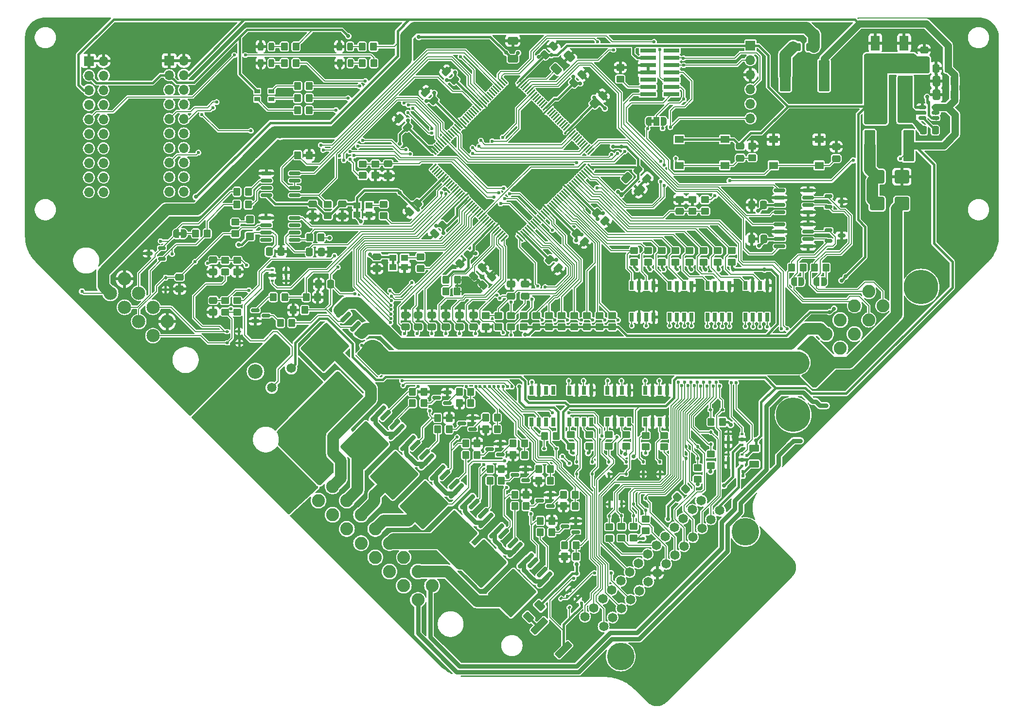
<source format=gbr>
%TF.GenerationSoftware,KiCad,Pcbnew,8.0.3*%
%TF.CreationDate,2025-01-15T13:42:05-05:00*%
%TF.ProjectId,EIM,45494d2e-6b69-4636-9164-5f7063625858,rev?*%
%TF.SameCoordinates,Original*%
%TF.FileFunction,Copper,L1,Top*%
%TF.FilePolarity,Positive*%
%FSLAX46Y46*%
G04 Gerber Fmt 4.6, Leading zero omitted, Abs format (unit mm)*
G04 Created by KiCad (PCBNEW 8.0.3) date 2025-01-15 13:42:05*
%MOMM*%
%LPD*%
G01*
G04 APERTURE LIST*
G04 Aperture macros list*
%AMRoundRect*
0 Rectangle with rounded corners*
0 $1 Rounding radius*
0 $2 $3 $4 $5 $6 $7 $8 $9 X,Y pos of 4 corners*
0 Add a 4 corners polygon primitive as box body*
4,1,4,$2,$3,$4,$5,$6,$7,$8,$9,$2,$3,0*
0 Add four circle primitives for the rounded corners*
1,1,$1+$1,$2,$3*
1,1,$1+$1,$4,$5*
1,1,$1+$1,$6,$7*
1,1,$1+$1,$8,$9*
0 Add four rect primitives between the rounded corners*
20,1,$1+$1,$2,$3,$4,$5,0*
20,1,$1+$1,$4,$5,$6,$7,0*
20,1,$1+$1,$6,$7,$8,$9,0*
20,1,$1+$1,$8,$9,$2,$3,0*%
%AMRotRect*
0 Rectangle, with rotation*
0 The origin of the aperture is its center*
0 $1 length*
0 $2 width*
0 $3 Rotation angle, in degrees counterclockwise*
0 Add horizontal line*
21,1,$1,$2,0,0,$3*%
%AMFreePoly0*
4,1,19,0.500000,-0.750000,0.000000,-0.750000,0.000000,-0.744911,-0.071157,-0.744911,-0.207708,-0.704816,-0.327430,-0.627875,-0.420627,-0.520320,-0.479746,-0.390866,-0.500000,-0.250000,-0.500000,0.250000,-0.479746,0.390866,-0.420627,0.520320,-0.327430,0.627875,-0.207708,0.704816,-0.071157,0.744911,0.000000,0.744911,0.000000,0.750000,0.500000,0.750000,0.500000,-0.750000,0.500000,-0.750000,
$1*%
%AMFreePoly1*
4,1,19,0.000000,0.744911,0.071157,0.744911,0.207708,0.704816,0.327430,0.627875,0.420627,0.520320,0.479746,0.390866,0.500000,0.250000,0.500000,-0.250000,0.479746,-0.390866,0.420627,-0.520320,0.327430,-0.627875,0.207708,-0.704816,0.071157,-0.744911,0.000000,-0.744911,0.000000,-0.750000,-0.500000,-0.750000,-0.500000,0.750000,0.000000,0.750000,0.000000,0.744911,0.000000,0.744911,
$1*%
%AMFreePoly2*
4,1,19,0.550000,-0.750000,0.000000,-0.750000,0.000000,-0.744911,-0.071157,-0.744911,-0.207708,-0.704816,-0.327430,-0.627875,-0.420627,-0.520320,-0.479746,-0.390866,-0.500000,-0.250000,-0.500000,0.250000,-0.479746,0.390866,-0.420627,0.520320,-0.327430,0.627875,-0.207708,0.704816,-0.071157,0.744911,0.000000,0.744911,0.000000,0.750000,0.550000,0.750000,0.550000,-0.750000,0.550000,-0.750000,
$1*%
%AMFreePoly3*
4,1,19,0.000000,0.744911,0.071157,0.744911,0.207708,0.704816,0.327430,0.627875,0.420627,0.520320,0.479746,0.390866,0.500000,0.250000,0.500000,-0.250000,0.479746,-0.390866,0.420627,-0.520320,0.327430,-0.627875,0.207708,-0.704816,0.071157,-0.744911,0.000000,-0.744911,0.000000,-0.750000,-0.550000,-0.750000,-0.550000,0.750000,0.000000,0.750000,0.000000,0.744911,0.000000,0.744911,
$1*%
G04 Aperture macros list end*
%TA.AperFunction,EtchedComponent*%
%ADD10C,0.000000*%
%TD*%
%TA.AperFunction,SMDPad,CuDef*%
%ADD11RoundRect,0.250000X0.350000X0.450000X-0.350000X0.450000X-0.350000X-0.450000X0.350000X-0.450000X0*%
%TD*%
%TA.AperFunction,SMDPad,CuDef*%
%ADD12RoundRect,0.250000X-0.350000X-0.450000X0.350000X-0.450000X0.350000X0.450000X-0.350000X0.450000X0*%
%TD*%
%TA.AperFunction,SMDPad,CuDef*%
%ADD13R,0.700000X1.550000*%
%TD*%
%TA.AperFunction,SMDPad,CuDef*%
%ADD14RoundRect,0.200000X0.494975X0.777817X-0.777817X-0.494975X-0.494975X-0.777817X0.777817X0.494975X0*%
%TD*%
%TA.AperFunction,SMDPad,CuDef*%
%ADD15RoundRect,0.250000X0.106066X1.697056X-1.697056X-0.106066X-0.106066X-1.697056X1.697056X0.106066X0*%
%TD*%
%TA.AperFunction,SMDPad,CuDef*%
%ADD16RoundRect,0.249997X0.212132X3.959802X-3.959802X-0.212132X-0.212132X-3.959802X3.959802X0.212132X0*%
%TD*%
%TA.AperFunction,ComponentPad*%
%ADD17R,1.700000X1.700000*%
%TD*%
%TA.AperFunction,ComponentPad*%
%ADD18O,1.700000X1.700000*%
%TD*%
%TA.AperFunction,SMDPad,CuDef*%
%ADD19RoundRect,0.250000X-0.097227X0.574524X-0.574524X0.097227X0.097227X-0.574524X0.574524X-0.097227X0*%
%TD*%
%TA.AperFunction,SMDPad,CuDef*%
%ADD20RoundRect,0.250000X0.574524X0.097227X0.097227X0.574524X-0.574524X-0.097227X-0.097227X-0.574524X0*%
%TD*%
%TA.AperFunction,SMDPad,CuDef*%
%ADD21RoundRect,0.250000X-0.475000X0.337500X-0.475000X-0.337500X0.475000X-0.337500X0.475000X0.337500X0*%
%TD*%
%TA.AperFunction,SMDPad,CuDef*%
%ADD22RoundRect,0.250000X-0.450000X0.350000X-0.450000X-0.350000X0.450000X-0.350000X0.450000X0.350000X0*%
%TD*%
%TA.AperFunction,SMDPad,CuDef*%
%ADD23RoundRect,0.150000X0.587500X0.150000X-0.587500X0.150000X-0.587500X-0.150000X0.587500X-0.150000X0*%
%TD*%
%TA.AperFunction,SMDPad,CuDef*%
%ADD24FreePoly0,0.000000*%
%TD*%
%TA.AperFunction,SMDPad,CuDef*%
%ADD25FreePoly1,0.000000*%
%TD*%
%TA.AperFunction,SMDPad,CuDef*%
%ADD26RoundRect,0.112500X-0.053033X-0.212132X0.212132X0.053033X0.053033X0.212132X-0.212132X-0.053033X0*%
%TD*%
%TA.AperFunction,SMDPad,CuDef*%
%ADD27RoundRect,0.250000X0.475000X-0.337500X0.475000X0.337500X-0.475000X0.337500X-0.475000X-0.337500X0*%
%TD*%
%TA.AperFunction,SMDPad,CuDef*%
%ADD28RoundRect,0.243750X-0.243750X-0.456250X0.243750X-0.456250X0.243750X0.456250X-0.243750X0.456250X0*%
%TD*%
%TA.AperFunction,SMDPad,CuDef*%
%ADD29R,1.550000X1.300000*%
%TD*%
%TA.AperFunction,SMDPad,CuDef*%
%ADD30RoundRect,0.250000X-0.450000X0.400000X-0.450000X-0.400000X0.450000X-0.400000X0.450000X0.400000X0*%
%TD*%
%TA.AperFunction,SMDPad,CuDef*%
%ADD31RoundRect,0.112500X-0.112500X0.187500X-0.112500X-0.187500X0.112500X-0.187500X0.112500X0.187500X0*%
%TD*%
%TA.AperFunction,ComponentPad*%
%ADD32C,2.550000*%
%TD*%
%TA.AperFunction,ComponentPad*%
%ADD33C,1.650000*%
%TD*%
%TA.AperFunction,SMDPad,CuDef*%
%ADD34RoundRect,0.250000X-0.337500X-0.475000X0.337500X-0.475000X0.337500X0.475000X-0.337500X0.475000X0*%
%TD*%
%TA.AperFunction,SMDPad,CuDef*%
%ADD35R,0.500000X0.400000*%
%TD*%
%TA.AperFunction,SMDPad,CuDef*%
%ADD36R,0.500000X0.750000*%
%TD*%
%TA.AperFunction,SMDPad,CuDef*%
%ADD37R,0.500000X1.300000*%
%TD*%
%TA.AperFunction,SMDPad,CuDef*%
%ADD38RoundRect,0.250000X0.450000X-0.350000X0.450000X0.350000X-0.450000X0.350000X-0.450000X-0.350000X0*%
%TD*%
%TA.AperFunction,SMDPad,CuDef*%
%ADD39RoundRect,0.250000X-0.325000X-0.450000X0.325000X-0.450000X0.325000X0.450000X-0.325000X0.450000X0*%
%TD*%
%TA.AperFunction,SMDPad,CuDef*%
%ADD40RoundRect,0.112500X0.112500X-0.187500X0.112500X0.187500X-0.112500X0.187500X-0.112500X-0.187500X0*%
%TD*%
%TA.AperFunction,SMDPad,CuDef*%
%ADD41RoundRect,0.250000X0.550000X-1.050000X0.550000X1.050000X-0.550000X1.050000X-0.550000X-1.050000X0*%
%TD*%
%TA.AperFunction,SMDPad,CuDef*%
%ADD42RoundRect,0.150000X-0.587500X-0.150000X0.587500X-0.150000X0.587500X0.150000X-0.587500X0.150000X0*%
%TD*%
%TA.AperFunction,SMDPad,CuDef*%
%ADD43RoundRect,0.250000X-0.412500X-0.650000X0.412500X-0.650000X0.412500X0.650000X-0.412500X0.650000X0*%
%TD*%
%TA.AperFunction,SMDPad,CuDef*%
%ADD44RoundRect,0.250000X-0.625000X0.375000X-0.625000X-0.375000X0.625000X-0.375000X0.625000X0.375000X0*%
%TD*%
%TA.AperFunction,SMDPad,CuDef*%
%ADD45RoundRect,0.250000X0.070711X-0.565685X0.565685X-0.070711X-0.070711X0.565685X-0.565685X0.070711X0*%
%TD*%
%TA.AperFunction,SMDPad,CuDef*%
%ADD46RoundRect,0.250000X-1.246276X2.253903X-2.253903X1.246276X1.246276X-2.253903X2.253903X-1.246276X0*%
%TD*%
%TA.AperFunction,SMDPad,CuDef*%
%ADD47RoundRect,0.250000X0.097227X-0.574524X0.574524X-0.097227X-0.097227X0.574524X-0.574524X0.097227X0*%
%TD*%
%TA.AperFunction,SMDPad,CuDef*%
%ADD48RoundRect,0.250000X0.176777X-0.707107X0.707107X-0.176777X-0.176777X0.707107X-0.707107X0.176777X0*%
%TD*%
%TA.AperFunction,SMDPad,CuDef*%
%ADD49RoundRect,0.075000X-0.415425X-0.521491X0.521491X0.415425X0.415425X0.521491X-0.521491X-0.415425X0*%
%TD*%
%TA.AperFunction,SMDPad,CuDef*%
%ADD50RoundRect,0.075000X0.415425X-0.521491X0.521491X-0.415425X-0.415425X0.521491X-0.521491X0.415425X0*%
%TD*%
%TA.AperFunction,SMDPad,CuDef*%
%ADD51R,2.790000X0.740000*%
%TD*%
%TA.AperFunction,SMDPad,CuDef*%
%ADD52RoundRect,0.250000X1.263953X0.751301X0.751301X1.263953X-1.263953X-0.751301X-0.751301X-1.263953X0*%
%TD*%
%TA.AperFunction,SMDPad,CuDef*%
%ADD53RoundRect,0.250000X-0.574524X-0.097227X-0.097227X-0.574524X0.574524X0.097227X0.097227X0.574524X0*%
%TD*%
%TA.AperFunction,SMDPad,CuDef*%
%ADD54R,1.300000X1.100000*%
%TD*%
%TA.AperFunction,SMDPad,CuDef*%
%ADD55RoundRect,0.250000X-1.000000X-0.900000X1.000000X-0.900000X1.000000X0.900000X-1.000000X0.900000X0*%
%TD*%
%TA.AperFunction,SMDPad,CuDef*%
%ADD56RoundRect,0.150000X0.825000X0.150000X-0.825000X0.150000X-0.825000X-0.150000X0.825000X-0.150000X0*%
%TD*%
%TA.AperFunction,SMDPad,CuDef*%
%ADD57RoundRect,0.150000X-0.825000X-0.150000X0.825000X-0.150000X0.825000X0.150000X-0.825000X0.150000X0*%
%TD*%
%TA.AperFunction,SMDPad,CuDef*%
%ADD58RoundRect,0.112500X-0.187500X-0.112500X0.187500X-0.112500X0.187500X0.112500X-0.187500X0.112500X0*%
%TD*%
%TA.AperFunction,SMDPad,CuDef*%
%ADD59RoundRect,0.150000X0.512500X0.150000X-0.512500X0.150000X-0.512500X-0.150000X0.512500X-0.150000X0*%
%TD*%
%TA.AperFunction,SMDPad,CuDef*%
%ADD60RoundRect,0.250000X-0.167938X0.751301X-0.751301X0.167938X0.167938X-0.751301X0.751301X-0.167938X0*%
%TD*%
%TA.AperFunction,SMDPad,CuDef*%
%ADD61R,2.600000X8.200000*%
%TD*%
%TA.AperFunction,SMDPad,CuDef*%
%ADD62RoundRect,0.250000X0.650000X-0.412500X0.650000X0.412500X-0.650000X0.412500X-0.650000X-0.412500X0*%
%TD*%
%TA.AperFunction,ComponentPad*%
%ADD63RotRect,2.250000X2.250000X315.000000*%
%TD*%
%TA.AperFunction,ComponentPad*%
%ADD64C,2.250000*%
%TD*%
%TA.AperFunction,SMDPad,CuDef*%
%ADD65RoundRect,0.250000X-0.712500X-2.475000X0.712500X-2.475000X0.712500X2.475000X-0.712500X2.475000X0*%
%TD*%
%TA.AperFunction,SMDPad,CuDef*%
%ADD66RoundRect,0.150000X-0.512500X-0.150000X0.512500X-0.150000X0.512500X0.150000X-0.512500X0.150000X0*%
%TD*%
%TA.AperFunction,SMDPad,CuDef*%
%ADD67RoundRect,0.250000X0.751301X0.167938X0.167938X0.751301X-0.751301X-0.167938X-0.167938X-0.751301X0*%
%TD*%
%TA.AperFunction,ComponentPad*%
%ADD68C,2.310000*%
%TD*%
%TA.AperFunction,ComponentPad*%
%ADD69C,4.800000*%
%TD*%
%TA.AperFunction,SMDPad,CuDef*%
%ADD70RoundRect,0.250000X0.712500X2.475000X-0.712500X2.475000X-0.712500X-2.475000X0.712500X-2.475000X0*%
%TD*%
%TA.AperFunction,SMDPad,CuDef*%
%ADD71RoundRect,0.250000X0.337500X0.475000X-0.337500X0.475000X-0.337500X-0.475000X0.337500X-0.475000X0*%
%TD*%
%TA.AperFunction,ComponentPad*%
%ADD72C,6.000000*%
%TD*%
%TA.AperFunction,SMDPad,CuDef*%
%ADD73FreePoly2,0.000000*%
%TD*%
%TA.AperFunction,SMDPad,CuDef*%
%ADD74R,1.000000X1.500000*%
%TD*%
%TA.AperFunction,SMDPad,CuDef*%
%ADD75FreePoly3,0.000000*%
%TD*%
%TA.AperFunction,SMDPad,CuDef*%
%ADD76R,1.000000X0.800000*%
%TD*%
%TA.AperFunction,ViaPad*%
%ADD77C,0.700000*%
%TD*%
%TA.AperFunction,ViaPad*%
%ADD78C,0.600000*%
%TD*%
%TA.AperFunction,Conductor*%
%ADD79C,0.400000*%
%TD*%
%TA.AperFunction,Conductor*%
%ADD80C,0.200000*%
%TD*%
%TA.AperFunction,Conductor*%
%ADD81C,1.250000*%
%TD*%
%TA.AperFunction,Conductor*%
%ADD82C,0.750000*%
%TD*%
%TA.AperFunction,Conductor*%
%ADD83C,2.000000*%
%TD*%
%TA.AperFunction,Conductor*%
%ADD84C,4.000000*%
%TD*%
G04 APERTURE END LIST*
D10*
%TA.AperFunction,EtchedComponent*%
%TO.C,JP4*%
G36*
X55750000Y-103250000D02*
G01*
X55250000Y-103250000D01*
X55250000Y-102650000D01*
X55750000Y-102650000D01*
X55750000Y-103250000D01*
G37*
%TD.AperFunction*%
%TA.AperFunction,EtchedComponent*%
%TO.C,JP1*%
G36*
X138050000Y-83650000D02*
G01*
X137550000Y-83650000D01*
X137550000Y-83050000D01*
X138050000Y-83050000D01*
X138050000Y-83650000D01*
G37*
%TD.AperFunction*%
%TD*%
D11*
%TO.P,R53,1*%
%TO.N,GND*%
X120250000Y-153000000D03*
%TO.P,R53,2*%
%TO.N,/HORN_I_SEN*%
X118250000Y-153000000D03*
%TD*%
D12*
%TO.P,R15,1*%
%TO.N,/KLINE_RX*%
X78075000Y-103575000D03*
%TO.P,R15,2*%
%TO.N,+3V3*%
X80075000Y-103575000D03*
%TD*%
D13*
%TO.P,IC3,1,ANODE_1*%
%TO.N,Net-(D13-A1)*%
X129895000Y-135775000D03*
%TO.P,IC3,2,CATHODE_1*%
%TO.N,GND*%
X131165000Y-135775000D03*
%TO.P,IC3,3,ANODE_2*%
%TO.N,Net-(D14-A1)*%
X132435000Y-135775000D03*
%TO.P,IC3,4,CATHODE_2*%
%TO.N,/NEUTRAL*%
X133705000Y-135775000D03*
%TO.P,IC3,5,EMITTER*%
%TO.N,GND*%
X133705000Y-130225000D03*
%TO.P,IC3,6,COLLECTOR*%
%TO.N,/NEUTRAL_MCU*%
X132435000Y-130225000D03*
%TO.P,IC3,7,EMITTER_2*%
%TO.N,GND*%
X131165000Y-130225000D03*
%TO.P,IC3,8,COLLECTOR_2*%
%TO.N,/TACH_MCU*%
X129895000Y-130225000D03*
%TD*%
D14*
%TO.P,U8,1,OUT*%
%TO.N,/HIGHBEAM_RTN*%
X104059261Y-147377350D03*
%TO.P,U8,2,IN*%
%TO.N,Net-(U8-IN)*%
X103253159Y-146571249D03*
D15*
%TO.P,U8,3,Vbb*%
%TO.N,/HIGHBEAM_FEED*%
X100255026Y-150113854D03*
X98098350Y-147957178D03*
D16*
X97992284Y-150219920D03*
D15*
X97886218Y-152482661D03*
X95729543Y-150325986D03*
D14*
%TO.P,U8,4,IS*%
%TO.N,/HIGHBEAM_I_SEN*%
X101640955Y-144959045D03*
%TO.P,U8,5,OUT*%
%TO.N,/HIGHBEAM_RTN*%
X100834854Y-144152943D03*
%TD*%
D17*
%TO.P,J5,1,Pin_1*%
%TO.N,GND*%
X39660000Y-72820000D03*
D18*
%TO.P,J5,2,Pin_2*%
X42200000Y-72820000D03*
%TO.P,J5,3,Pin_3*%
%TO.N,+3V3*%
X39660000Y-75360000D03*
%TO.P,J5,4,Pin_4*%
%TO.N,/SERVO_12V*%
X42200000Y-75360000D03*
%TO.P,J5,5,Pin_5*%
%TO.N,+12V*%
X39660000Y-77900000D03*
%TO.P,J5,6,Pin_6*%
%TO.N,/KEYSWITCH_FEED*%
X42200000Y-77900000D03*
%TO.P,J5,7,Pin_7*%
%TO.N,/ENG_ON_RLY_RTN*%
X39660000Y-80440000D03*
%TO.P,J5,8,Pin_8*%
%TO.N,/ENG_ON_RLY_I_SEN*%
X42200000Y-80440000D03*
%TO.P,J5,9,Pin_9*%
%TO.N,/ENG_12V_ON_SENSE*%
X39660000Y-82980000D03*
%TO.P,J5,10,Pin_10*%
%TO.N,/ENG_12V_ADC*%
X42200000Y-82980000D03*
%TO.P,J5,11,Pin_11*%
%TO.N,/FUEL_LVL_SENSE*%
X39660000Y-85520000D03*
%TO.P,J5,12,Pin_12*%
%TO.N,/FUEL_LVL_ADC*%
X42200000Y-85520000D03*
%TO.P,J5,13,Pin_13*%
%TO.N,/TEMP*%
X39660000Y-88060000D03*
%TO.P,J5,14,Pin_14*%
%TO.N,/ENG_TEMP_ADC*%
X42200000Y-88060000D03*
%TO.P,J5,15,Pin_15*%
%TO.N,/FUEL_LOW*%
X39660000Y-90600000D03*
%TO.P,J5,16,Pin_16*%
%TO.N,/FUEL_LOW_ADC*%
X42200000Y-90600000D03*
%TO.P,J5,17,Pin_17*%
%TO.N,/SP_SIG*%
X39660000Y-93140000D03*
%TO.P,J5,18,Pin_18*%
%TO.N,/VSS_MCU*%
X42200000Y-93140000D03*
%TO.P,J5,19,Pin_19*%
%TO.N,/TA_SIG*%
X39660000Y-95680000D03*
%TO.P,J5,20,Pin_20*%
%TO.N,/TACH_MCU*%
X42200000Y-95680000D03*
%TD*%
D13*
%TO.P,IC10,1,ANODE_1*%
%TO.N,Net-(D30-A1)*%
X136495000Y-135775000D03*
%TO.P,IC10,2,CATHODE_1*%
%TO.N,GND*%
X137765000Y-135775000D03*
%TO.P,IC10,3,ANODE_2*%
%TO.N,Net-(D31-A1)*%
X139035000Y-135775000D03*
%TO.P,IC10,4,CATHODE_2*%
%TO.N,GND*%
X140305000Y-135775000D03*
%TO.P,IC10,5,EMITTER*%
X140305000Y-130225000D03*
%TO.P,IC10,6,COLLECTOR*%
%TO.N,/HIGHBEAM_MCU*%
X139035000Y-130225000D03*
%TO.P,IC10,7,EMITTER_2*%
%TO.N,GND*%
X137765000Y-130225000D03*
%TO.P,IC10,8,COLLECTOR_2*%
%TO.N,/LOWBEAM_MCU*%
X136495000Y-130225000D03*
%TD*%
D11*
%TO.P,R27,1*%
%TO.N,/ENG_ON_EN*%
X73750000Y-114000000D03*
%TO.P,R27,2*%
%TO.N,Net-(Q1-G)*%
X71750000Y-114000000D03*
%TD*%
%TO.P,R38,1*%
%TO.N,/HIGHBEAM_EN*%
X115525000Y-141525000D03*
%TO.P,R38,2*%
%TO.N,GND*%
X113525000Y-141525000D03*
%TD*%
D19*
%TO.P,C7,1*%
%TO.N,+3V3*%
X105733623Y-106666377D03*
%TO.P,C7,2*%
%TO.N,GND*%
X104266377Y-108133623D03*
%TD*%
D20*
%TO.P,C16,1*%
%TO.N,+3V3*%
X103333623Y-76133623D03*
%TO.P,C16,2*%
%TO.N,GND*%
X101866377Y-74666377D03*
%TD*%
D21*
%TO.P,C38,1*%
%TO.N,GND*%
X104200000Y-117125000D03*
%TO.P,C38,2*%
%TO.N,/BRAKE_LIGHT_I_SEN*%
X104200000Y-119200000D03*
%TD*%
D11*
%TO.P,R4,1*%
%TO.N,/LED1*%
X75700000Y-73200000D03*
%TO.P,R4,2*%
%TO.N,Net-(D5-A)*%
X73700000Y-73200000D03*
%TD*%
D22*
%TO.P,R25,1*%
%TO.N,/NEUTRAL_MCU*%
X126400000Y-117200000D03*
%TO.P,R25,2*%
%TO.N,+3V3*%
X126400000Y-119200000D03*
%TD*%
D23*
%TO.P,Q5,1,G*%
%TO.N,Net-(Q5-G)*%
X115687500Y-145950000D03*
%TO.P,Q5,2,S*%
%TO.N,GND*%
X115687500Y-144050000D03*
%TO.P,Q5,3,D*%
%TO.N,Net-(Q5-D)*%
X113812499Y-145000000D03*
%TD*%
D21*
%TO.P,C41,1*%
%TO.N,GND*%
X97000000Y-117125000D03*
%TO.P,C41,2*%
%TO.N,/R_TURN_SIG_I_SEN*%
X97000000Y-119200000D03*
%TD*%
D24*
%TO.P,JP2,1,A*%
%TO.N,/CAN1_H*%
X166350002Y-111300000D03*
D25*
%TO.P,JP2,2,B*%
%TO.N,Net-(JP2-B)*%
X167650000Y-111300000D03*
%TD*%
D26*
%TO.P,D29,1,A1*%
%TO.N,/TEMP*%
X121857538Y-166542462D03*
%TO.P,D29,2,A2*%
%TO.N,GND*%
X123342462Y-165057538D03*
%TD*%
D14*
%TO.P,U9,1,OUT*%
%TO.N,/LEFT_TURN_RTN*%
X109159261Y-152527350D03*
%TO.P,U9,2,IN*%
%TO.N,Net-(U9-IN)*%
X108353159Y-151721249D03*
D15*
%TO.P,U9,3,Vbb*%
%TO.N,/TURN_SIG_FEED*%
X105355026Y-155263854D03*
X103198350Y-153107178D03*
D16*
X103092284Y-155369920D03*
D15*
X102986218Y-157632661D03*
X100829543Y-155475986D03*
D14*
%TO.P,U9,4,IS*%
%TO.N,/L_TURN_SIG_I_SEN*%
X106740955Y-150109045D03*
%TO.P,U9,5,OUT*%
%TO.N,/LEFT_TURN_RTN*%
X105934854Y-149302943D03*
%TD*%
D27*
%TO.P,C27,1*%
%TO.N,+3V3*%
X185100002Y-73000003D03*
%TO.P,C27,2*%
%TO.N,GND*%
X185100002Y-70925003D03*
%TD*%
D28*
%TO.P,D2,1,K*%
%TO.N,GND*%
X83262500Y-70300000D03*
%TO.P,D2,2,A*%
%TO.N,Net-(D2-A)*%
X85137500Y-70300000D03*
%TD*%
D29*
%TO.P,SW2,1,1*%
%TO.N,GND*%
X158845000Y-86525000D03*
X166805000Y-86525000D03*
%TO.P,SW2,2,2*%
%TO.N,/STM32F429/NRST*%
X158845000Y-91025000D03*
X166805000Y-91025000D03*
%TD*%
D30*
%TO.P,D10,1,K*%
%TO.N,Net-(D10-K)*%
X67675000Y-100500000D03*
%TO.P,D10,2,A*%
%TO.N,+12V*%
X67675000Y-103400000D03*
%TD*%
D31*
%TO.P,D25,1,A1*%
%TO.N,Net-(D25-A1)*%
X127300000Y-142750000D03*
%TO.P,D25,2,A2*%
%TO.N,/OIL*%
X127300000Y-144850000D03*
%TD*%
D32*
%TO.P,K1,1,COM*%
%TO.N,/12V_BATT_MAIN*%
X79130249Y-134030249D03*
D33*
%TO.P,K1,2,COIL_1*%
%TO.N,+12V*%
X74887608Y-126393496D03*
D32*
%TO.P,K1,3,NO*%
%TO.N,/ENG_MAIN_12V_RTN*%
X72059181Y-123565069D03*
%TO.P,K1,4,NC*%
%TO.N,unconnected-(K1-NC-Pad4)*%
X68665069Y-126959181D03*
D33*
%TO.P,K1,5,COIL_2*%
%TO.N,/MAIN_RLY_COIL_LS*%
X71493496Y-129787608D03*
%TD*%
D34*
%TO.P,C26,1*%
%TO.N,/Power Supply/3V3_BUCK_OUT*%
X184962502Y-84900003D03*
%TO.P,C26,2*%
%TO.N,/Power Supply/3V3_BUCK_BS*%
X187037502Y-84900003D03*
%TD*%
D35*
%TO.P,S3,1,DRAIN*%
%TO.N,/LAP_RELAY*%
X153400001Y-143350000D03*
D36*
%TO.P,S3,2,NC_1*%
%TO.N,GND*%
X153400000Y-142400000D03*
D35*
%TO.P,S3,3,IN*%
%TO.N,/LAP_RLY_EN*%
X153400001Y-141450000D03*
%TO.P,S3,4,SOURCE*%
%TO.N,GND*%
X150999999Y-141450000D03*
D37*
%TO.P,S3,5,NC_2*%
X150999999Y-142900000D03*
%TD*%
D38*
%TO.P,R23,1*%
%TO.N,+12V*%
X133200000Y-140000000D03*
%TO.P,R23,2*%
%TO.N,Net-(D14-A1)*%
X133200000Y-138000000D03*
%TD*%
D39*
%TO.P,FB2,1*%
%TO.N,/Power Supply/SERVO_FUSED*%
X163062500Y-70375000D03*
%TO.P,FB2,2*%
%TO.N,/SERVO_12V*%
X165112500Y-70375000D03*
%TD*%
D22*
%TO.P,R62,1*%
%TO.N,/2ND_MCU*%
X149150000Y-105900000D03*
%TO.P,R62,2*%
%TO.N,+3V3*%
X149150000Y-107900000D03*
%TD*%
%TO.P,R24,1*%
%TO.N,/TACH_MCU*%
X124200000Y-117200000D03*
%TO.P,R24,2*%
%TO.N,+3V3*%
X124200000Y-119200000D03*
%TD*%
D20*
%TO.P,C18,1*%
%TO.N,+3V3*%
X95133623Y-84333623D03*
%TO.P,C18,2*%
%TO.N,GND*%
X93666377Y-82866377D03*
%TD*%
D11*
%TO.P,R42,1*%
%TO.N,/L_TURN_SIG_EN*%
X120000000Y-146000000D03*
%TO.P,R42,2*%
%TO.N,GND*%
X118000000Y-146000000D03*
%TD*%
D40*
%TO.P,D21,1,A1*%
%TO.N,Net-(D21-A1)*%
X145650000Y-142150000D03*
%TO.P,D21,2,A2*%
%TO.N,/3RD*%
X145650000Y-140050000D03*
%TD*%
D34*
%TO.P,C32,1*%
%TO.N,/KLINE_EN*%
X78062500Y-106100000D03*
%TO.P,C32,2*%
%TO.N,GND*%
X80137500Y-106100000D03*
%TD*%
D23*
%TO.P,Q2,1,G*%
%TO.N,Net-(Q2-G)*%
X102087500Y-132462501D03*
%TO.P,Q2,2,S*%
%TO.N,GND*%
X102087500Y-130562501D03*
%TO.P,Q2,3,D*%
%TO.N,Net-(Q2-D)*%
X100212499Y-131512501D03*
%TD*%
D28*
%TO.P,D5,1,K*%
%TO.N,GND*%
X69562500Y-73200000D03*
%TO.P,D5,2,A*%
%TO.N,Net-(D5-A)*%
X71437500Y-73200000D03*
%TD*%
D11*
%TO.P,R61,1*%
%TO.N,+12V*%
X150000000Y-135750000D03*
%TO.P,R61,2*%
%TO.N,Net-(D19-A1)*%
X148000000Y-135750000D03*
%TD*%
D12*
%TO.P,R19,1*%
%TO.N,Net-(JP4-B)*%
X58250000Y-102900000D03*
%TO.P,R19,2*%
%TO.N,/RS485_B*%
X60250000Y-102900000D03*
%TD*%
D14*
%TO.P,U7,1,OUT*%
%TO.N,/BRAKE_LIGHT_RTN*%
X98872002Y-142221284D03*
%TO.P,U7,2,IN*%
%TO.N,Net-(U7-IN)*%
X98065900Y-141415183D03*
D15*
%TO.P,U7,3,Vbb*%
%TO.N,/BRAKE_LIGHT_FEED*%
X95067767Y-144957788D03*
X92911091Y-142801112D03*
D16*
X92805025Y-145063854D03*
D15*
X92698959Y-147326595D03*
X90542284Y-145169920D03*
D14*
%TO.P,U7,4,IS*%
%TO.N,/BRAKE_LIGHT_I_SEN*%
X96453696Y-139802979D03*
%TO.P,U7,5,OUT*%
%TO.N,/BRAKE_LIGHT_RTN*%
X95647595Y-138996877D03*
%TD*%
D22*
%TO.P,R78,1*%
%TO.N,+12V*%
X146950000Y-97000000D03*
%TO.P,R78,2*%
%TO.N,/12V_ADC*%
X146950000Y-99000000D03*
%TD*%
D13*
%TO.P,IC9,1,ANODE_1*%
%TO.N,Net-(D24-A1)*%
X123295000Y-135775000D03*
%TO.P,IC9,2,CATHODE_1*%
%TO.N,/FAULT_IND*%
X124565000Y-135775000D03*
%TO.P,IC9,3,ANODE_2*%
%TO.N,Net-(D25-A1)*%
X125835000Y-135775000D03*
%TO.P,IC9,4,CATHODE_2*%
%TO.N,/OIL*%
X127105000Y-135775000D03*
%TO.P,IC9,5,EMITTER*%
%TO.N,GND*%
X127105000Y-130225000D03*
%TO.P,IC9,6,COLLECTOR*%
%TO.N,/OIL_P_LOW_MCU*%
X125835000Y-130225000D03*
%TO.P,IC9,7,EMITTER_2*%
%TO.N,GND*%
X124565000Y-130225000D03*
%TO.P,IC9,8,COLLECTOR_2*%
%TO.N,/FAULT_IND_MCU*%
X123295000Y-130225000D03*
%TD*%
D41*
%TO.P,C29,1*%
%TO.N,+3V3*%
X176600002Y-73300003D03*
%TO.P,C29,2*%
%TO.N,GND*%
X176600002Y-69700003D03*
%TD*%
D21*
%TO.P,C46,1*%
%TO.N,/FUEL_LVL_ADC*%
X61300000Y-114562500D03*
%TO.P,C46,2*%
%TO.N,GND*%
X61300000Y-116637500D03*
%TD*%
D22*
%TO.P,R12,1*%
%TO.N,Net-(X2-OUT)*%
X91000000Y-97800000D03*
%TO.P,R12,2*%
%TO.N,/STM32F429/OSC32_IN*%
X91000000Y-99800000D03*
%TD*%
D42*
%TO.P,Q1,1,G*%
%TO.N,Net-(Q1-G)*%
X68624999Y-116300000D03*
%TO.P,Q1,2,S*%
%TO.N,GND*%
X68624999Y-118200000D03*
%TO.P,Q1,3,D*%
%TO.N,Net-(Q1-D)*%
X70500000Y-117250000D03*
%TD*%
D11*
%TO.P,R46,1*%
%TO.N,/R_TURN_SIG_EN*%
X124312500Y-150450000D03*
%TO.P,R46,2*%
%TO.N,GND*%
X122312500Y-150450000D03*
%TD*%
D22*
%TO.P,R71,1*%
%TO.N,/5TH_MCU*%
X141800000Y-105900000D03*
%TO.P,R71,2*%
%TO.N,+3V3*%
X141800000Y-107900000D03*
%TD*%
D43*
%TO.P,C24,1*%
%TO.N,GND*%
X187237502Y-76300003D03*
%TO.P,C24,2*%
%TO.N,+12V*%
X190362502Y-76300003D03*
%TD*%
D21*
%TO.P,C37,1*%
%TO.N,GND*%
X106600000Y-117125000D03*
%TO.P,C37,2*%
%TO.N,/ENG_START_RLY_I_SEN*%
X106600000Y-119200000D03*
%TD*%
D35*
%TO.P,S2,1,DRAIN*%
%TO.N,/HEADLIGHT_RELAY*%
X153400000Y-139750000D03*
D36*
%TO.P,S2,2,NC_1*%
%TO.N,GND*%
X153399999Y-138800000D03*
D35*
%TO.P,S2,3,IN*%
%TO.N,/HL_RLY_EN*%
X153400000Y-137850000D03*
%TO.P,S2,4,SOURCE*%
%TO.N,GND*%
X150999998Y-137850000D03*
D37*
%TO.P,S2,5,NC_2*%
X150999998Y-139300000D03*
%TD*%
D44*
%TO.P,F1,1*%
%TO.N,+12V*%
X155500000Y-140300001D03*
%TO.P,F1,2*%
%TO.N,/SP_VCC*%
X155500000Y-143099999D03*
%TD*%
D38*
%TO.P,R73,1*%
%TO.N,+12V*%
X126800000Y-140000000D03*
%TO.P,R73,2*%
%TO.N,Net-(D25-A1)*%
X126800000Y-138000000D03*
%TD*%
D11*
%TO.P,R32,1*%
%TO.N,Net-(Q2-D)*%
X98000000Y-132500000D03*
%TO.P,R32,2*%
%TO.N,Net-(U6-IN)*%
X96000000Y-132500000D03*
%TD*%
%TO.P,R47,1*%
%TO.N,/R_TURN_SIG_EN*%
X124312500Y-148450000D03*
%TO.P,R47,2*%
%TO.N,Net-(Q6-G)*%
X122312500Y-148450000D03*
%TD*%
D13*
%TO.P,IC7,1,ANODE_1*%
%TO.N,Net-(D20-A1)*%
X147400000Y-117500000D03*
%TO.P,IC7,2,CATHODE_1*%
%TO.N,/4TH*%
X148670000Y-117500000D03*
%TO.P,IC7,3,ANODE_2*%
%TO.N,Net-(D21-A1)*%
X149940000Y-117500000D03*
%TO.P,IC7,4,CATHODE_2*%
%TO.N,/3RD*%
X151210000Y-117500000D03*
%TO.P,IC7,5,EMITTER*%
%TO.N,GND*%
X151210000Y-111950000D03*
%TO.P,IC7,6,COLLECTOR*%
%TO.N,/3RD_MCU*%
X149940000Y-111950000D03*
%TO.P,IC7,7,EMITTER_2*%
%TO.N,GND*%
X148670000Y-111950000D03*
%TO.P,IC7,8,COLLECTOR_2*%
%TO.N,/4TH_MCU*%
X147400000Y-111950000D03*
%TD*%
D45*
%TO.P,R64,1*%
%TO.N,+12V*%
X142142893Y-148857107D03*
%TO.P,R64,2*%
%TO.N,Net-(D20-A1)*%
X143557107Y-147442893D03*
%TD*%
D11*
%TO.P,R49,1*%
%TO.N,GND*%
X115812500Y-148450000D03*
%TO.P,R49,2*%
%TO.N,/R_TURN_SIG_I_SEN*%
X113812500Y-148450000D03*
%TD*%
%TO.P,R31,1*%
%TO.N,/ENG_START_EN*%
X106150000Y-130500000D03*
%TO.P,R31,2*%
%TO.N,Net-(Q2-G)*%
X104150000Y-130500000D03*
%TD*%
D46*
%TO.P,F2,1*%
%TO.N,/KEYSWITCH_FEED*%
X88895324Y-125104676D03*
%TO.P,F2,2*%
%TO.N,/12V_BATT_MAIN*%
X84104676Y-129895324D03*
%TD*%
D14*
%TO.P,U5,1,OUT*%
%TO.N,/ENG_ON_RLY_TO_KILL_SW*%
X86832053Y-119892355D03*
%TO.P,U5,2,IN*%
%TO.N,Net-(U5-IN)*%
X86025951Y-119086254D03*
D15*
%TO.P,U5,3,Vbb*%
%TO.N,/ENG_ON_RLY_FEED*%
X83027818Y-122628859D03*
X80871142Y-120472183D03*
D16*
X80765076Y-122734925D03*
D15*
X80659010Y-124997666D03*
X78502335Y-122840991D03*
D14*
%TO.P,U5,4,IS*%
%TO.N,/ENG_ON_RLY_I_SEN*%
X84413747Y-117474050D03*
%TO.P,U5,5,OUT*%
%TO.N,/ENG_ON_RLY_TO_KILL_SW*%
X83607646Y-116667948D03*
%TD*%
D47*
%TO.P,C15,1*%
%TO.N,+3V3*%
X119066377Y-71733623D03*
%TO.P,C15,2*%
%TO.N,GND*%
X120533623Y-70266377D03*
%TD*%
D38*
%TO.P,R89,1*%
%TO.N,/HIGHBEAM_FEED*%
X136600000Y-140100000D03*
%TO.P,R89,2*%
%TO.N,Net-(D30-A1)*%
X136600000Y-138100000D03*
%TD*%
D21*
%TO.P,C45,1*%
%TO.N,/SERVO_12V_ADC*%
X91775000Y-90750000D03*
%TO.P,C45,2*%
%TO.N,GND*%
X91775000Y-92825000D03*
%TD*%
D27*
%TO.P,C48,1*%
%TO.N,/FUEL_LOW_ADC*%
X113200000Y-113837500D03*
%TO.P,C48,2*%
%TO.N,GND*%
X113200000Y-111762500D03*
%TD*%
D31*
%TO.P,D14,1,A1*%
%TO.N,Net-(D14-A1)*%
X133200000Y-142750000D03*
%TO.P,D14,2,A2*%
%TO.N,/NEUTRAL*%
X133200000Y-144850000D03*
%TD*%
D11*
%TO.P,R50,1*%
%TO.N,/HORN_EN*%
X124500000Y-159250000D03*
%TO.P,R50,2*%
%TO.N,GND*%
X122500000Y-159250000D03*
%TD*%
%TO.P,R20,1*%
%TO.N,Net-(IC2-B)*%
X67425000Y-97875000D03*
%TO.P,R20,2*%
%TO.N,/RS485_B*%
X65425000Y-97875000D03*
%TD*%
D38*
%TO.P,R68,1*%
%TO.N,+12V*%
X134500000Y-156000000D03*
%TO.P,R68,2*%
%TO.N,Net-(D22-A1)*%
X134500000Y-154000000D03*
%TD*%
D11*
%TO.P,R51,1*%
%TO.N,/HORN_EN*%
X124500000Y-157250000D03*
%TO.P,R51,2*%
%TO.N,Net-(Q7-G)*%
X122500000Y-157250000D03*
%TD*%
D48*
%TO.P,F5,1*%
%TO.N,Net-(F5-Pad1)*%
X116210051Y-169789949D03*
%TO.P,F5,2*%
%TO.N,+12V*%
X118189949Y-167810051D03*
%TD*%
D11*
%TO.P,R44,1*%
%TO.N,Net-(Q5-D)*%
X111500000Y-146000000D03*
%TO.P,R44,2*%
%TO.N,Net-(U9-IN)*%
X109500000Y-146000000D03*
%TD*%
D22*
%TO.P,R84,1*%
%TO.N,/FUEL_LOW_ADC*%
X108800000Y-117200000D03*
%TO.P,R84,2*%
%TO.N,GND*%
X108800000Y-119200000D03*
%TD*%
D38*
%TO.P,R56,1*%
%TO.N,/TURN_L*%
X130300000Y-156050000D03*
%TO.P,R56,2*%
%TO.N,Net-(D16-A1)*%
X130300000Y-154050000D03*
%TD*%
D49*
%TO.P,U1,1,PE2*%
%TO.N,unconnected-(U1-PE2-Pad1)*%
X99595220Y-91352342D03*
%TO.P,U1,2,PE3*%
%TO.N,unconnected-(U1-PE3-Pad2)*%
X99948773Y-91705895D03*
%TO.P,U1,3,PE4*%
%TO.N,unconnected-(U1-PE4-Pad3)*%
X100302326Y-92059449D03*
%TO.P,U1,4,PE5*%
%TO.N,unconnected-(U1-PE5-Pad4)*%
X100655880Y-92413002D03*
%TO.P,U1,5,PE6*%
%TO.N,unconnected-(U1-PE6-Pad5)*%
X101009433Y-92766555D03*
%TO.P,U1,6,VBAT*%
%TO.N,+3V3*%
X101362987Y-93120109D03*
%TO.P,U1,7,PC13*%
%TO.N,unconnected-(U1-PC13-Pad7)*%
X101716540Y-93473662D03*
%TO.P,U1,8,PC14*%
%TO.N,/STM32F429/OSC32_IN*%
X102070093Y-93827215D03*
%TO.P,U1,9,PC15*%
%TO.N,/STM32F429/OSC32_OUT*%
X102423647Y-94180769D03*
%TO.P,U1,10,PF0*%
%TO.N,unconnected-(U1-PF0-Pad10)*%
X102777200Y-94534322D03*
%TO.P,U1,11,PF1*%
%TO.N,unconnected-(U1-PF1-Pad11)*%
X103130754Y-94887876D03*
%TO.P,U1,12,PF2*%
%TO.N,/KLINE_EN*%
X103484307Y-95241429D03*
%TO.P,U1,13,PF3*%
%TO.N,/MAIN_RLY_EN*%
X103837860Y-95594982D03*
%TO.P,U1,14,PF4*%
%TO.N,/ENG_ON_EN*%
X104191414Y-95948536D03*
%TO.P,U1,15,PF5*%
%TO.N,/ENG_START_EN*%
X104544967Y-96302089D03*
%TO.P,U1,16,VSS*%
%TO.N,GND*%
X104898520Y-96655643D03*
%TO.P,U1,17,VDD*%
%TO.N,+3V3*%
X105252074Y-97009196D03*
%TO.P,U1,18,PF6*%
%TO.N,/BRAKE_LIGHT_EN*%
X105605627Y-97362749D03*
%TO.P,U1,19,PF7*%
%TO.N,/HIGHBEAM_EN*%
X105959181Y-97716303D03*
%TO.P,U1,20,PF8*%
%TO.N,/L_TURN_SIG_EN*%
X106312734Y-98069856D03*
%TO.P,U1,21,PF9*%
%TO.N,/R_TURN_SIG_EN*%
X106666287Y-98423410D03*
%TO.P,U1,22,PF10*%
%TO.N,/HORN_EN*%
X107019841Y-98776963D03*
%TO.P,U1,23,PH0*%
%TO.N,/STM32F429/OSC_IN*%
X107373394Y-99130516D03*
%TO.P,U1,24,PH1*%
%TO.N,/STM32F429/OSC_OUT*%
X107726948Y-99484070D03*
%TO.P,U1,25,NRST*%
%TO.N,/STM32F429/NRST*%
X108080501Y-99837623D03*
%TO.P,U1,26,PC0*%
%TO.N,/ENG_ON_RLY_I_SEN*%
X108434054Y-100191176D03*
%TO.P,U1,27,PC1*%
%TO.N,/HORN_I_SEN*%
X108787608Y-100544730D03*
%TO.P,U1,28,PC2*%
%TO.N,/R_TURN_SIG_I_SEN*%
X109141161Y-100898283D03*
%TO.P,U1,29,PC3*%
%TO.N,/L_TURN_SIG_I_SEN*%
X109494715Y-101251837D03*
%TO.P,U1,30,VDD*%
%TO.N,+3V3*%
X109848268Y-101605390D03*
%TO.P,U1,31,VSSA*%
%TO.N,GND*%
X110201821Y-101958943D03*
%TO.P,U1,32,VREF+*%
%TO.N,Net-(U1-VREF+)*%
X110555375Y-102312497D03*
%TO.P,U1,33,VDDA*%
%TO.N,VDDA*%
X110908928Y-102666050D03*
%TO.P,U1,34,PA0*%
%TO.N,/HIGHBEAM_I_SEN*%
X111262481Y-103019604D03*
%TO.P,U1,35,PA1*%
%TO.N,/BRAKE_LIGHT_I_SEN*%
X111616035Y-103373157D03*
%TO.P,U1,36,PA2*%
%TO.N,/ENG_START_RLY_I_SEN*%
X111969588Y-103726710D03*
D50*
%TO.P,U1,37,PA3*%
%TO.N,/ENG_12V_ADC*%
X114674272Y-103726710D03*
%TO.P,U1,38,VSS*%
%TO.N,GND*%
X115027825Y-103373157D03*
%TO.P,U1,39,VDD*%
%TO.N,+3V3*%
X115381379Y-103019604D03*
%TO.P,U1,40,PA4*%
%TO.N,/FUEL_LVL_ADC*%
X115734932Y-102666050D03*
%TO.P,U1,41,PA5*%
%TO.N,/FUEL_LOW_ADC*%
X116088485Y-102312497D03*
%TO.P,U1,42,PA6*%
%TO.N,/ENG_TEMP_ADC*%
X116442039Y-101958943D03*
%TO.P,U1,43,PA7*%
%TO.N,/SERVO_12V_ADC*%
X116795592Y-101605390D03*
%TO.P,U1,44,PC4*%
%TO.N,/VSS_MCU*%
X117149145Y-101251837D03*
%TO.P,U1,45,PC5*%
%TO.N,/FAULT_IND_MCU*%
X117502699Y-100898283D03*
%TO.P,U1,46,PB0*%
%TO.N,/EXTRA_ADC*%
X117856252Y-100544730D03*
%TO.P,U1,47,PB1*%
%TO.N,/12V_ADC*%
X118209806Y-100191176D03*
%TO.P,U1,48,PB2*%
%TO.N,/PB2{slash}BOOT1*%
X118563359Y-99837623D03*
%TO.P,U1,49,PF11*%
%TO.N,/OIL_P_LOW_MCU*%
X118916912Y-99484070D03*
%TO.P,U1,50,PF12*%
%TO.N,/TACH_MCU*%
X119270466Y-99130516D03*
%TO.P,U1,51,VSS*%
%TO.N,GND*%
X119624019Y-98776963D03*
%TO.P,U1,52,VDD*%
%TO.N,+3V3*%
X119977573Y-98423410D03*
%TO.P,U1,53,PF13*%
%TO.N,/NEUTRAL_MCU*%
X120331126Y-98069856D03*
%TO.P,U1,54,PF14*%
%TO.N,/LOWBEAM_MCU*%
X120684679Y-97716303D03*
%TO.P,U1,55,PF15*%
%TO.N,/HIGHBEAM_MCU*%
X121038233Y-97362749D03*
%TO.P,U1,56,PG0*%
%TO.N,/TURN_L_MCU*%
X121391786Y-97009196D03*
%TO.P,U1,57,PG1*%
%TO.N,/TURN_R_MCU*%
X121745340Y-96655643D03*
%TO.P,U1,58,PE7*%
%TO.N,/6TH_MCU*%
X122098893Y-96302089D03*
%TO.P,U1,59,PE8*%
%TO.N,/5TH_MCU*%
X122452446Y-95948536D03*
%TO.P,U1,60,PE9*%
%TO.N,/4TH_MCU*%
X122806000Y-95594982D03*
%TO.P,U1,61,VSS*%
%TO.N,GND*%
X123159553Y-95241429D03*
%TO.P,U1,62,VDD*%
%TO.N,+3V3*%
X123513106Y-94887876D03*
%TO.P,U1,63,PE10*%
%TO.N,/3RD_MCU*%
X123866660Y-94534322D03*
%TO.P,U1,64,PE11*%
%TO.N,/2ND_MCU*%
X124220213Y-94180769D03*
%TO.P,U1,65,PE12*%
%TO.N,/1ST_MCU*%
X124573767Y-93827215D03*
%TO.P,U1,66,PE13*%
%TO.N,/HL_RLY_EN*%
X124927320Y-93473662D03*
%TO.P,U1,67,PE14*%
%TO.N,/LAP_RLY_EN*%
X125280873Y-93120109D03*
%TO.P,U1,68,PE15*%
%TO.N,unconnected-(U1-PE15-Pad68)*%
X125634427Y-92766555D03*
%TO.P,U1,69,PB10*%
%TO.N,/STM32F429/USART3_TX*%
X125987980Y-92413002D03*
%TO.P,U1,70,PB11*%
%TO.N,/STM32F429/USART3_RX*%
X126341534Y-92059449D03*
%TO.P,U1,71,VCAP_1*%
%TO.N,Net-(U1-VCAP_1)*%
X126695087Y-91705895D03*
%TO.P,U1,72,VDD*%
%TO.N,+3V3*%
X127048640Y-91352342D03*
D49*
%TO.P,U1,73,PB12*%
%TO.N,/CAN2_RX*%
X127048640Y-88647658D03*
%TO.P,U1,74,PB13*%
%TO.N,/CAN2_TX*%
X126695087Y-88294105D03*
%TO.P,U1,75,PB14*%
%TO.N,/SPI2_MISO*%
X126341534Y-87940551D03*
%TO.P,U1,76,PB15*%
%TO.N,/SPI2_MOSI*%
X125987980Y-87586998D03*
%TO.P,U1,77,PD8*%
%TO.N,unconnected-(U1-PD8-Pad77)*%
X125634427Y-87233445D03*
%TO.P,U1,78,PD9*%
%TO.N,unconnected-(U1-PD9-Pad78)*%
X125280873Y-86879891D03*
%TO.P,U1,79,PD10*%
%TO.N,unconnected-(U1-PD10-Pad79)*%
X124927320Y-86526338D03*
%TO.P,U1,80,PD11*%
%TO.N,unconnected-(U1-PD11-Pad80)*%
X124573767Y-86172785D03*
%TO.P,U1,81,PD12*%
%TO.N,/LED2_R*%
X124220213Y-85819231D03*
%TO.P,U1,82,PD13*%
%TO.N,/LED2_G*%
X123866660Y-85465678D03*
%TO.P,U1,83,VSS*%
%TO.N,GND*%
X123513106Y-85112124D03*
%TO.P,U1,84,VDD*%
%TO.N,+3V3*%
X123159553Y-84758571D03*
%TO.P,U1,85,PD14*%
%TO.N,unconnected-(U1-PD14-Pad85)*%
X122806000Y-84405018D03*
%TO.P,U1,86,PD15*%
%TO.N,unconnected-(U1-PD15-Pad86)*%
X122452446Y-84051464D03*
%TO.P,U1,87,PG2*%
%TO.N,unconnected-(U1-PG2-Pad87)*%
X122098893Y-83697911D03*
%TO.P,U1,88,PG3*%
%TO.N,unconnected-(U1-PG3-Pad88)*%
X121745340Y-83344357D03*
%TO.P,U1,89,PG4*%
%TO.N,unconnected-(U1-PG4-Pad89)*%
X121391786Y-82990804D03*
%TO.P,U1,90,PG5*%
%TO.N,unconnected-(U1-PG5-Pad90)*%
X121038233Y-82637251D03*
%TO.P,U1,91,PG6*%
%TO.N,unconnected-(U1-PG6-Pad91)*%
X120684679Y-82283697D03*
%TO.P,U1,92,PG7*%
%TO.N,unconnected-(U1-PG7-Pad92)*%
X120331126Y-81930144D03*
%TO.P,U1,93,PG8*%
%TO.N,unconnected-(U1-PG8-Pad93)*%
X119977573Y-81576590D03*
%TO.P,U1,94,VSS*%
%TO.N,GND*%
X119624019Y-81223037D03*
%TO.P,U1,95,VDD*%
%TO.N,+3V3*%
X119270466Y-80869484D03*
%TO.P,U1,96,PC6*%
%TO.N,unconnected-(U1-PC6-Pad96)*%
X118916912Y-80515930D03*
%TO.P,U1,97,PC7*%
%TO.N,unconnected-(U1-PC7-Pad97)*%
X118563359Y-80162377D03*
%TO.P,U1,98,PC8*%
%TO.N,unconnected-(U1-PC8-Pad98)*%
X118209806Y-79808824D03*
%TO.P,U1,99,PC9*%
%TO.N,unconnected-(U1-PC9-Pad99)*%
X117856252Y-79455270D03*
%TO.P,U1,100,PA8*%
%TO.N,unconnected-(U1-PA8-Pad100)*%
X117502699Y-79101717D03*
%TO.P,U1,101,PA9*%
%TO.N,/KLINE_TX*%
X117149145Y-78748163D03*
%TO.P,U1,102,PA10*%
%TO.N,/KLINE_RX*%
X116795592Y-78394610D03*
%TO.P,U1,103,PA11*%
%TO.N,/CAN1_RX*%
X116442039Y-78041057D03*
%TO.P,U1,104,PA12*%
%TO.N,/CAN1_TX*%
X116088485Y-77687503D03*
%TO.P,U1,105,PA13*%
%TO.N,/STM32F429/JTMS-SWDIO*%
X115734932Y-77333950D03*
%TO.P,U1,106,VCAP_2*%
%TO.N,Net-(U1-VCAP_2)*%
X115381379Y-76980396D03*
%TO.P,U1,107,VSS*%
%TO.N,GND*%
X115027825Y-76626843D03*
%TO.P,U1,108,VDD*%
%TO.N,+3V3*%
X114674272Y-76273290D03*
D50*
%TO.P,U1,109,PA14*%
%TO.N,/STM32F429/JTICK-SWCLK*%
X111969588Y-76273290D03*
%TO.P,U1,110,PA15*%
%TO.N,/STM32F429/JTDI*%
X111616035Y-76626843D03*
%TO.P,U1,111,PC10*%
%TO.N,/UART4_TX*%
X111262481Y-76980396D03*
%TO.P,U1,112,PC11*%
%TO.N,/UART4_RX*%
X110908928Y-77333950D03*
%TO.P,U1,113,PC12*%
%TO.N,unconnected-(U1-PC12-Pad113)*%
X110555375Y-77687503D03*
%TO.P,U1,114,PD0*%
%TO.N,unconnected-(U1-PD0-Pad114)*%
X110201821Y-78041057D03*
%TO.P,U1,115,PD1*%
%TO.N,unconnected-(U1-PD1-Pad115)*%
X109848268Y-78394610D03*
%TO.P,U1,116,PD2*%
%TO.N,unconnected-(U1-PD2-Pad116)*%
X109494715Y-78748163D03*
%TO.P,U1,117,PD3*%
%TO.N,/SPI2_SCK*%
X109141161Y-79101717D03*
%TO.P,U1,118,PD4*%
%TO.N,/RS485_DIR*%
X108787608Y-79455270D03*
%TO.P,U1,119,PD5*%
%TO.N,/RS485_TX*%
X108434054Y-79808824D03*
%TO.P,U1,120,VSS*%
%TO.N,GND*%
X108080501Y-80162377D03*
%TO.P,U1,121,VDD*%
%TO.N,+3V3*%
X107726948Y-80515930D03*
%TO.P,U1,122,PD6*%
%TO.N,/RS485_RX*%
X107373394Y-80869484D03*
%TO.P,U1,123,PD7*%
%TO.N,unconnected-(U1-PD7-Pad123)*%
X107019841Y-81223037D03*
%TO.P,U1,124,PG9*%
%TO.N,unconnected-(U1-PG9-Pad124)*%
X106666287Y-81576590D03*
%TO.P,U1,125,PG10*%
%TO.N,unconnected-(U1-PG10-Pad125)*%
X106312734Y-81930144D03*
%TO.P,U1,126,PG11*%
%TO.N,unconnected-(U1-PG11-Pad126)*%
X105959181Y-82283697D03*
%TO.P,U1,127,PG12*%
%TO.N,unconnected-(U1-PG12-Pad127)*%
X105605627Y-82637251D03*
%TO.P,U1,128,PG13*%
%TO.N,unconnected-(U1-PG13-Pad128)*%
X105252074Y-82990804D03*
%TO.P,U1,129,PG14*%
%TO.N,unconnected-(U1-PG14-Pad129)*%
X104898520Y-83344357D03*
%TO.P,U1,130,VSS*%
%TO.N,GND*%
X104544967Y-83697911D03*
%TO.P,U1,131,VDD*%
%TO.N,+3V3*%
X104191414Y-84051464D03*
%TO.P,U1,132,PG15*%
%TO.N,unconnected-(U1-PG15-Pad132)*%
X103837860Y-84405018D03*
%TO.P,U1,133,PB3*%
%TO.N,/STM32F429/JTDO-SWO*%
X103484307Y-84758571D03*
%TO.P,U1,134,PB4*%
%TO.N,/STM32F429/JRST*%
X103130754Y-85112124D03*
%TO.P,U1,135,PB5*%
%TO.N,unconnected-(U1-PB5-Pad135)*%
X102777200Y-85465678D03*
%TO.P,U1,136,PB6*%
%TO.N,/I2C_SCL*%
X102423647Y-85819231D03*
%TO.P,U1,137,PB7*%
%TO.N,/I2C_SDA*%
X102070093Y-86172785D03*
%TO.P,U1,138,BOOT0*%
%TO.N,Net-(U1-BOOT0)*%
X101716540Y-86526338D03*
%TO.P,U1,139,PB8*%
%TO.N,/LED1*%
X101362987Y-86879891D03*
%TO.P,U1,140,PB9*%
%TO.N,/LED2_B*%
X101009433Y-87233445D03*
%TO.P,U1,141,PE0*%
%TO.N,unconnected-(U1-PE0-Pad141)*%
X100655880Y-87586998D03*
%TO.P,U1,142,PE1*%
%TO.N,unconnected-(U1-PE1-Pad142)*%
X100302326Y-87940551D03*
%TO.P,U1,143,PDR_ON*%
%TO.N,+3V3*%
X99948773Y-88294105D03*
%TO.P,U1,144,VDD*%
X99595220Y-88647658D03*
%TD*%
D31*
%TO.P,D11,1,A1*%
%TO.N,/KLINE*%
X53025000Y-110600000D03*
%TO.P,D11,2,A2*%
%TO.N,GND*%
X53025000Y-112700000D03*
%TD*%
D22*
%TO.P,R70,1*%
%TO.N,/6TH_MCU*%
X139400000Y-105900000D03*
%TO.P,R70,2*%
%TO.N,+3V3*%
X139400000Y-107900000D03*
%TD*%
D51*
%TO.P,J7,1,1*%
%TO.N,unconnected-(J7-Pad1)*%
X137017500Y-71040000D03*
%TO.P,J7,2,2*%
%TO.N,unconnected-(J7-Pad2)*%
X141087500Y-71040000D03*
%TO.P,J7,3,3*%
%TO.N,+3V3*%
X137017500Y-72310000D03*
%TO.P,J7,4,4*%
%TO.N,/STM32F429/JTMS-SWDIO*%
X141087500Y-72310000D03*
%TO.P,J7,5,5*%
%TO.N,GND*%
X137017500Y-73580000D03*
%TO.P,J7,6,6*%
%TO.N,/STM32F429/JTICK-SWCLK*%
X141087500Y-73580000D03*
%TO.P,J7,7,7*%
%TO.N,GND*%
X137017500Y-74850000D03*
%TO.P,J7,8,8*%
%TO.N,/STM32F429/JTDO-SWO*%
X141087500Y-74850000D03*
%TO.P,J7,9,9*%
%TO.N,unconnected-(J7-Pad9)*%
X137017500Y-76120000D03*
%TO.P,J7,10,10*%
%TO.N,/STM32F429/JTDI*%
X141087500Y-76120000D03*
%TO.P,J7,11,11*%
%TO.N,/STM32F429/GND-detect*%
X137017500Y-77390000D03*
%TO.P,J7,12,12*%
%TO.N,/STM32F429/RESET*%
X141087500Y-77390000D03*
%TO.P,J7,13,13*%
%TO.N,/STM32F429/USART3_RX*%
X137017500Y-78660000D03*
%TO.P,J7,14,14*%
%TO.N,/STM32F429/USART3_TX*%
X141087500Y-78660000D03*
%TD*%
D38*
%TO.P,R72,1*%
%TO.N,+12V*%
X123600000Y-140000000D03*
%TO.P,R72,2*%
%TO.N,Net-(D24-A1)*%
X123600000Y-138000000D03*
%TD*%
D52*
%TO.P,R82,1*%
%TO.N,/FUEL_LOW*%
X122294804Y-175494804D03*
%TO.P,R82,2*%
%TO.N,Net-(F5-Pad1)*%
X118105196Y-171305196D03*
%TD*%
D27*
%TO.P,C47,1*%
%TO.N,/ENG_TEMP_ADC*%
X115600000Y-113837500D03*
%TO.P,C47,2*%
%TO.N,GND*%
X115600000Y-111762500D03*
%TD*%
D31*
%TO.P,D24,1,A1*%
%TO.N,Net-(D24-A1)*%
X124600000Y-142750000D03*
%TO.P,D24,2,A2*%
%TO.N,/FAULT_IND*%
X124600000Y-144850000D03*
%TD*%
D12*
%TO.P,R6,1*%
%TO.N,Net-(D1-GK)*%
X76000000Y-79300000D03*
%TO.P,R6,2*%
%TO.N,/LED2_G*%
X78000000Y-79300000D03*
%TD*%
D11*
%TO.P,R40,1*%
%TO.N,Net-(Q4-D)*%
X107275000Y-141525000D03*
%TO.P,R40,2*%
%TO.N,Net-(U8-IN)*%
X105275000Y-141525000D03*
%TD*%
D53*
%TO.P,C12,1*%
%TO.N,+3V3*%
X135291377Y-91866377D03*
%TO.P,C12,2*%
%TO.N,GND*%
X136758623Y-93333623D03*
%TD*%
D11*
%TO.P,R52,1*%
%TO.N,Net-(Q7-D)*%
X120250000Y-155000000D03*
%TO.P,R52,2*%
%TO.N,Net-(U11-IN)*%
X118250000Y-155000000D03*
%TD*%
%TO.P,R37,1*%
%TO.N,GND*%
X102374999Y-135050000D03*
%TO.P,R37,2*%
%TO.N,/BRAKE_LIGHT_I_SEN*%
X100374999Y-135050000D03*
%TD*%
%TO.P,R34,1*%
%TO.N,/BRAKE_LIGHT_EN*%
X110750000Y-137000000D03*
%TO.P,R34,2*%
%TO.N,GND*%
X108750000Y-137000000D03*
%TD*%
D21*
%TO.P,C19,1*%
%TO.N,+3V3*%
X83800000Y-97762500D03*
%TO.P,C19,2*%
%TO.N,GND*%
X83800000Y-99837500D03*
%TD*%
%TO.P,C39,1*%
%TO.N,GND*%
X101800000Y-117125000D03*
%TO.P,C39,2*%
%TO.N,/HIGHBEAM_I_SEN*%
X101800000Y-119200000D03*
%TD*%
D54*
%TO.P,X1,1,EN*%
%TO.N,+3V3*%
X92550000Y-108800000D03*
%TO.P,X1,2,GND*%
%TO.N,GND*%
X94650000Y-108800000D03*
%TO.P,X1,3,OUT*%
%TO.N,Net-(X1-OUT)*%
X94650000Y-107150000D03*
%TO.P,X1,4,Vdd*%
%TO.N,+3V3*%
X92550000Y-107150000D03*
%TD*%
D28*
%TO.P,D4,1,K*%
%TO.N,GND*%
X83325000Y-73200000D03*
%TO.P,D4,2,A*%
%TO.N,Net-(D4-A)*%
X85200000Y-73200000D03*
%TD*%
D11*
%TO.P,R14,1*%
%TO.N,Net-(JP3-B)*%
X164025001Y-108875000D03*
%TO.P,R14,2*%
%TO.N,/CAN2_L*%
X162025001Y-108875000D03*
%TD*%
D22*
%TO.P,R11,1*%
%TO.N,Net-(X1-OUT)*%
X97400000Y-107000000D03*
%TO.P,R11,2*%
%TO.N,/STM32F429/OSC_IN*%
X97400000Y-109000000D03*
%TD*%
D55*
%TO.P,D6,1,K*%
%TO.N,/Power Supply/12V_DIODE*%
X176900000Y-97700000D03*
%TO.P,D6,2,A*%
%TO.N,/KEYSWITCH_RTN*%
X181200000Y-97700000D03*
%TD*%
D13*
%TO.P,IC5,1,ANODE_1*%
%TO.N,Net-(D16-A1)*%
X134200000Y-117500000D03*
%TO.P,IC5,2,CATHODE_1*%
%TO.N,GND*%
X135470000Y-117500000D03*
%TO.P,IC5,3,ANODE_2*%
%TO.N,Net-(D17-A1)*%
X136740000Y-117500000D03*
%TO.P,IC5,4,CATHODE_2*%
%TO.N,GND*%
X138010000Y-117500000D03*
%TO.P,IC5,5,EMITTER*%
X138010000Y-111950000D03*
%TO.P,IC5,6,COLLECTOR*%
%TO.N,/TURN_R_MCU*%
X136740000Y-111950000D03*
%TO.P,IC5,7,EMITTER_2*%
%TO.N,GND*%
X135470000Y-111950000D03*
%TO.P,IC5,8,COLLECTOR_2*%
%TO.N,/TURN_L_MCU*%
X134200000Y-111950000D03*
%TD*%
D39*
%TO.P,FB1,1*%
%TO.N,+3V3*%
X101775001Y-111000000D03*
%TO.P,FB1,2*%
%TO.N,VDDA*%
X103824999Y-111000000D03*
%TD*%
D56*
%TO.P,IC2,1,R*%
%TO.N,/RS485_RX*%
X75500000Y-96220000D03*
%TO.P,IC2,2,RE*%
%TO.N,/RS485_DIR*%
X75500000Y-94950000D03*
%TO.P,IC2,3,DE*%
X75500000Y-93680000D03*
%TO.P,IC2,4,D*%
%TO.N,/RS485_TX*%
X75500000Y-92410000D03*
%TO.P,IC2,5,GND*%
%TO.N,GND*%
X70550000Y-92410000D03*
%TO.P,IC2,6,A*%
%TO.N,Net-(IC2-A)*%
X70550000Y-93680000D03*
%TO.P,IC2,7,B*%
%TO.N,Net-(IC2-B)*%
X70550000Y-94950000D03*
%TO.P,IC2,8,VCC*%
%TO.N,+3V3*%
X70550000Y-96220000D03*
%TD*%
D57*
%TO.P,U4,1,D*%
%TO.N,/CAN2_TX*%
X159925000Y-101345000D03*
%TO.P,U4,2,GND*%
%TO.N,GND*%
X159925000Y-102615000D03*
%TO.P,U4,3,VCC*%
%TO.N,+3V3*%
X159925000Y-103885000D03*
%TO.P,U4,4,R*%
%TO.N,/CAN2_RX*%
X159925000Y-105155000D03*
%TO.P,U4,5,LBK*%
%TO.N,GND*%
X164875000Y-105155000D03*
%TO.P,U4,6,CANL*%
%TO.N,/CAN2_L*%
X164875000Y-103885000D03*
%TO.P,U4,7,CANH*%
%TO.N,/CAN2_H*%
X164875000Y-102615000D03*
%TO.P,U4,8,Rs*%
%TO.N,GND*%
X164875000Y-101345000D03*
%TD*%
D22*
%TO.P,R74,1*%
%TO.N,/FAULT_IND_MCU*%
X119800000Y-117200000D03*
%TO.P,R74,2*%
%TO.N,+3V3*%
X119800000Y-119200000D03*
%TD*%
D58*
%TO.P,D26,1,A1*%
%TO.N,/ENG_12V_ON_SENSE*%
X63700000Y-120000000D03*
%TO.P,D26,2,A2*%
%TO.N,GND*%
X65800000Y-120000000D03*
%TD*%
D38*
%TO.P,R83,1*%
%TO.N,/FUEL_LOW*%
X111000000Y-119200000D03*
%TO.P,R83,2*%
%TO.N,/FUEL_LOW_ADC*%
X111000000Y-117200000D03*
%TD*%
D59*
%TO.P,D12,1,A1*%
%TO.N,/RS485_B*%
X52362500Y-107337499D03*
%TO.P,D12,2,A2*%
%TO.N,/RS485_A*%
X52362500Y-105437501D03*
%TO.P,D12,3,common*%
%TO.N,GND*%
X50087500Y-106387500D03*
%TD*%
D26*
%TO.P,D27,1,A1*%
%TO.N,/FUEL_LOW*%
X123315076Y-168084924D03*
%TO.P,D27,2,A2*%
%TO.N,GND*%
X124800000Y-166600000D03*
%TD*%
D38*
%TO.P,R65,1*%
%TO.N,+12V*%
X145700000Y-145750000D03*
%TO.P,R65,2*%
%TO.N,Net-(D21-A1)*%
X145700000Y-143750000D03*
%TD*%
%TO.P,R85,1*%
%TO.N,/FUEL_LVL_SENSE*%
X65500000Y-116600000D03*
%TO.P,R85,2*%
%TO.N,+3V3*%
X65500000Y-114600000D03*
%TD*%
D41*
%TO.P,C28,1*%
%TO.N,+3V3*%
X181600002Y-73300003D03*
%TO.P,C28,2*%
%TO.N,GND*%
X181600002Y-69700003D03*
%TD*%
D11*
%TO.P,R13,1*%
%TO.N,Net-(JP2-B)*%
X168025001Y-108875000D03*
%TO.P,R13,2*%
%TO.N,/CAN1_L*%
X166025001Y-108875000D03*
%TD*%
D17*
%TO.P,J6,1,Pin_1*%
%TO.N,GND*%
X53660000Y-72760000D03*
D18*
%TO.P,J6,2,Pin_2*%
X56200000Y-72760000D03*
%TO.P,J6,3,Pin_3*%
%TO.N,+3V3*%
X53660000Y-75300000D03*
%TO.P,J6,4,Pin_4*%
%TO.N,+12V*%
X56200000Y-75300000D03*
%TO.P,J6,5,Pin_5*%
%TO.N,/RS485_A*%
X53660000Y-77840000D03*
%TO.P,J6,6,Pin_6*%
%TO.N,/RS485_B*%
X56200000Y-77840000D03*
%TO.P,J6,7,Pin_7*%
%TO.N,/KLINE*%
X53660000Y-80380000D03*
%TO.P,J6,8,Pin_8*%
%TO.N,/PB2{slash}BOOT1*%
X56200000Y-80380000D03*
%TO.P,J6,9,Pin_9*%
%TO.N,/CAN1_L*%
X53660000Y-82920000D03*
%TO.P,J6,10,Pin_10*%
%TO.N,/CAN1_H*%
X56200000Y-82920000D03*
%TO.P,J6,11,Pin_11*%
%TO.N,/CAN2_L*%
X53660000Y-85460000D03*
%TO.P,J6,12,Pin_12*%
%TO.N,/CAN2_H*%
X56200000Y-85460000D03*
%TO.P,J6,13,Pin_13*%
%TO.N,/SPI2_MOSI*%
X53660000Y-88000000D03*
%TO.P,J6,14,Pin_14*%
%TO.N,/SPI2_SCK*%
X56200000Y-88000000D03*
%TO.P,J6,15,Pin_15*%
%TO.N,/SPI2_MISO*%
X53660000Y-90540000D03*
%TO.P,J6,16,Pin_16*%
%TO.N,/EXTRA_ADC*%
X56200000Y-90540000D03*
%TO.P,J6,17,Pin_17*%
%TO.N,/I2C_SCL*%
X53660000Y-93080000D03*
%TO.P,J6,18,Pin_18*%
%TO.N,/I2C_SDA*%
X56200000Y-93080000D03*
%TO.P,J6,19,Pin_19*%
%TO.N,/UART4_TX*%
X53660000Y-95620000D03*
%TO.P,J6,20,Pin_20*%
%TO.N,/UART4_RX*%
X56200000Y-95620000D03*
%TD*%
D47*
%TO.P,C14,1*%
%TO.N,+3V3*%
X124082754Y-76675000D03*
%TO.P,C14,2*%
%TO.N,GND*%
X125550000Y-75207754D03*
%TD*%
D40*
%TO.P,D16,1,A1*%
%TO.N,Net-(D16-A1)*%
X130300000Y-152200000D03*
%TO.P,D16,2,A2*%
%TO.N,GND*%
X130300000Y-150100000D03*
%TD*%
D38*
%TO.P,R79,1*%
%TO.N,/12V_ADC*%
X144750000Y-99000000D03*
%TO.P,R79,2*%
%TO.N,GND*%
X144750000Y-97000000D03*
%TD*%
D58*
%TO.P,D19,1,A1*%
%TO.N,Net-(D19-A1)*%
X147850000Y-133650000D03*
%TO.P,D19,2,A2*%
%TO.N,/1ST*%
X149950000Y-133650000D03*
%TD*%
%TO.P,D15,1,A1*%
%TO.N,Net-(D15-A1)*%
X118950000Y-140400000D03*
%TO.P,D15,2,A2*%
%TO.N,/SP_SIG*%
X121050000Y-140400000D03*
%TD*%
D13*
%TO.P,IC4,1,ANODE_1*%
%TO.N,Net-(D15-A1)*%
X116695000Y-135775000D03*
%TO.P,IC4,2,CATHODE_1*%
%TO.N,/SP_SIG*%
X117965000Y-135775000D03*
%TO.P,IC4,3,ANODE_2*%
%TO.N,unconnected-(IC4-ANODE_2-Pad3)*%
X119235000Y-135775000D03*
%TO.P,IC4,4,CATHODE_2*%
%TO.N,unconnected-(IC4-CATHODE_2-Pad4)*%
X120505000Y-135775000D03*
%TO.P,IC4,5,EMITTER*%
%TO.N,unconnected-(IC4-EMITTER-Pad5)*%
X120505000Y-130225000D03*
%TO.P,IC4,6,COLLECTOR*%
%TO.N,unconnected-(IC4-COLLECTOR-Pad6)*%
X119235000Y-130225000D03*
%TO.P,IC4,7,EMITTER_2*%
%TO.N,GND*%
X117965000Y-130225000D03*
%TO.P,IC4,8,COLLECTOR_2*%
%TO.N,/VSS_MCU*%
X116695000Y-130225000D03*
%TD*%
D14*
%TO.P,U6,1,OUT*%
%TO.N,/ENG_START_RLY_RTN*%
X93715327Y-137014609D03*
%TO.P,U6,2,IN*%
%TO.N,Net-(U6-IN)*%
X92909225Y-136208508D03*
D15*
%TO.P,U6,3,Vbb*%
%TO.N,/ENG_START_RLY_FEED*%
X89911092Y-139751113D03*
X87754416Y-137594437D03*
D16*
X87648350Y-139857179D03*
D15*
X87542284Y-142119920D03*
X85385609Y-139963245D03*
D14*
%TO.P,U6,4,IS*%
%TO.N,/ENG_START_RLY_I_SEN*%
X91297021Y-134596304D03*
%TO.P,U6,5,OUT*%
%TO.N,/ENG_START_RLY_RTN*%
X90490920Y-133790202D03*
%TD*%
D31*
%TO.P,D13,1,A1*%
%TO.N,Net-(D13-A1)*%
X130200000Y-142750000D03*
%TO.P,D13,2,A2*%
%TO.N,GND*%
X130200000Y-144850000D03*
%TD*%
D19*
%TO.P,C5,1*%
%TO.N,+3V3*%
X96933623Y-97666377D03*
%TO.P,C5,2*%
%TO.N,GND*%
X95466377Y-99133623D03*
%TD*%
D38*
%TO.P,R80,1*%
%TO.N,/SERVO_12V*%
X87325000Y-92775000D03*
%TO.P,R80,2*%
%TO.N,/SERVO_12V_ADC*%
X87325000Y-90775000D03*
%TD*%
%TO.P,R87,1*%
%TO.N,/FUEL_LVL_SENSE*%
X63400000Y-116600000D03*
%TO.P,R87,2*%
%TO.N,/FUEL_LVL_ADC*%
X63400000Y-114600000D03*
%TD*%
D21*
%TO.P,C8,1*%
%TO.N,+3V3*%
X89800000Y-106962500D03*
%TO.P,C8,2*%
%TO.N,GND*%
X89800000Y-109037500D03*
%TD*%
D11*
%TO.P,R30,1*%
%TO.N,/ENG_START_EN*%
X106150000Y-132500000D03*
%TO.P,R30,2*%
%TO.N,GND*%
X104150000Y-132500000D03*
%TD*%
%TO.P,R9,1*%
%TO.N,VDDA*%
X103800000Y-113000000D03*
%TO.P,R9,2*%
%TO.N,Net-(U1-VREF+)*%
X101800000Y-113000000D03*
%TD*%
%TO.P,R3,1*%
%TO.N,/ENG_12V_ON_SENSE*%
X89262500Y-73200000D03*
%TO.P,R3,2*%
%TO.N,Net-(D4-A)*%
X87262500Y-73200000D03*
%TD*%
D38*
%TO.P,R90,1*%
%TO.N,/HIGHBEAM*%
X139800000Y-140100000D03*
%TO.P,R90,2*%
%TO.N,Net-(D31-A1)*%
X139800000Y-138100000D03*
%TD*%
D60*
%TO.P,C4,1*%
%TO.N,GND*%
X123279854Y-72045146D03*
%TO.P,C4,2*%
%TO.N,Net-(U1-VCAP_2)*%
X121070146Y-74254854D03*
%TD*%
D22*
%TO.P,R8,1*%
%TO.N,GND*%
X155150000Y-87687500D03*
%TO.P,R8,2*%
%TO.N,Net-(U1-BOOT0)*%
X155150000Y-89687500D03*
%TD*%
D12*
%TO.P,R26,1*%
%TO.N,/ENG_ON_EN*%
X77500000Y-114000000D03*
%TO.P,R26,2*%
%TO.N,GND*%
X79500000Y-114000000D03*
%TD*%
D58*
%TO.P,D28,1,A1*%
%TO.N,/FUEL_LVL_SENSE*%
X63750000Y-122000000D03*
%TO.P,D28,2,A2*%
%TO.N,GND*%
X65850000Y-122000000D03*
%TD*%
D17*
%TO.P,J8,1,Pin_1*%
%TO.N,+3V3*%
X154850000Y-70135000D03*
D18*
%TO.P,J8,2,Pin_2*%
%TO.N,/STM32F429/JTICK-SWCLK*%
X154850000Y-72675000D03*
%TO.P,J8,3,Pin_3*%
%TO.N,GND*%
X154850000Y-75215000D03*
%TO.P,J8,4,Pin_4*%
%TO.N,/STM32F429/JTMS-SWDIO*%
X154850000Y-77755000D03*
%TO.P,J8,5,Pin_5*%
%TO.N,/STM32F429/RESET*%
X154850000Y-80295000D03*
%TO.P,J8,6,Pin_6*%
%TO.N,/STM32F429/JTDO-SWO*%
X154850000Y-82835000D03*
%TD*%
D34*
%TO.P,C33,1*%
%TO.N,+12V*%
X71062500Y-106050000D03*
%TO.P,C33,2*%
%TO.N,GND*%
X73137500Y-106050000D03*
%TD*%
D22*
%TO.P,R66,1*%
%TO.N,/4TH_MCU*%
X144250000Y-105900000D03*
%TO.P,R66,2*%
%TO.N,+3V3*%
X144250000Y-107900000D03*
%TD*%
D54*
%TO.P,X2,1,EN*%
%TO.N,+3V3*%
X86350000Y-99625000D03*
%TO.P,X2,2,GND*%
%TO.N,GND*%
X88450000Y-99625000D03*
%TO.P,X2,3,OUT*%
%TO.N,Net-(X2-OUT)*%
X88450000Y-97975000D03*
%TO.P,X2,4,Vdd*%
%TO.N,+3V3*%
X86350000Y-97975000D03*
%TD*%
D23*
%TO.P,Q6,1,G*%
%TO.N,Net-(Q6-G)*%
X120000000Y-150400000D03*
%TO.P,Q6,2,S*%
%TO.N,GND*%
X120000000Y-148500000D03*
%TO.P,Q6,3,D*%
%TO.N,Net-(Q6-D)*%
X118124999Y-149450000D03*
%TD*%
D61*
%TO.P,L1,1,1*%
%TO.N,/Power Supply/3V3_BUCK_OUT*%
X181800001Y-79500003D03*
%TO.P,L1,2,2*%
%TO.N,+3V3*%
X176200001Y-79500003D03*
%TD*%
D56*
%TO.P,IC1,1,RXD*%
%TO.N,/KLINE_RX*%
X75475000Y-103990000D03*
%TO.P,IC1,2,EN*%
%TO.N,/KLINE_EN*%
X75475000Y-102720000D03*
%TO.P,IC1,3,NC_1*%
%TO.N,unconnected-(IC1-NC_1-Pad3)*%
X75475000Y-101450000D03*
%TO.P,IC1,4,TXD*%
%TO.N,/KLINE_TX*%
X75475000Y-100180000D03*
%TO.P,IC1,5,GND*%
%TO.N,GND*%
X70525000Y-100180000D03*
%TO.P,IC1,6,LIN*%
%TO.N,/KLINE*%
X70525000Y-101450000D03*
%TO.P,IC1,7,VSUP*%
%TO.N,+12V*%
X70525000Y-102720000D03*
%TO.P,IC1,8,NC_2*%
%TO.N,unconnected-(IC1-NC_2-Pad8)*%
X70525000Y-103990000D03*
%TD*%
D11*
%TO.P,R17,1*%
%TO.N,GND*%
X78000000Y-89250000D03*
%TO.P,R17,2*%
%TO.N,/RS485_DIR*%
X76000000Y-89250000D03*
%TD*%
%TO.P,R33,1*%
%TO.N,GND*%
X98000000Y-130500000D03*
%TO.P,R33,2*%
%TO.N,/ENG_START_RLY_I_SEN*%
X96000000Y-130500000D03*
%TD*%
D62*
%TO.P,C20,1*%
%TO.N,+3V3*%
X113475000Y-72412500D03*
%TO.P,C20,2*%
%TO.N,GND*%
X113475000Y-69287500D03*
%TD*%
D47*
%TO.P,C13,1*%
%TO.N,+3V3*%
X127666377Y-80333623D03*
%TO.P,C13,2*%
%TO.N,GND*%
X129133623Y-78866377D03*
%TD*%
D38*
%TO.P,R57,1*%
%TO.N,/TURN_R*%
X132400000Y-156000000D03*
%TO.P,R57,2*%
%TO.N,Net-(D17-A1)*%
X132400000Y-154000000D03*
%TD*%
%TO.P,R86,1*%
%TO.N,+3V3*%
X115400000Y-119200000D03*
%TO.P,R86,2*%
%TO.N,/TEMP*%
X115400000Y-117200000D03*
%TD*%
%TO.P,R76,1*%
%TO.N,/ENG_12V_ON_SENSE*%
X63400000Y-109600000D03*
%TO.P,R76,2*%
%TO.N,/ENG_12V_ADC*%
X63400000Y-107600000D03*
%TD*%
D21*
%TO.P,C2,1*%
%TO.N,GND*%
X169775000Y-87762500D03*
%TO.P,C2,2*%
%TO.N,/STM32F429/NRST*%
X169775000Y-89837500D03*
%TD*%
D63*
%TO.P,J4,1,1*%
%TO.N,/12V_BATT_MAIN*%
X77152263Y-142045804D03*
D64*
%TO.P,J4,2,2*%
X79627137Y-144520678D03*
%TO.P,J4,3,3*%
%TO.N,/ENG_ON_RLY_FEED*%
X82102010Y-146995551D03*
%TO.P,J4,4,4*%
%TO.N,/ENG_START_RLY_FEED*%
X84576884Y-149470425D03*
%TO.P,J4,5,5*%
%TO.N,/BRAKE_LIGHT_FEED*%
X87051758Y-151945299D03*
%TO.P,J4,6,6*%
%TO.N,/HIGHBEAM_FEED*%
X89526632Y-154420173D03*
%TO.P,J4,7,7*%
%TO.N,/TURN_SIG_FEED*%
X92001505Y-156895046D03*
%TO.P,J4,8,8*%
%TO.N,unconnected-(J4-Pad8)*%
X94476379Y-159369920D03*
%TO.P,J4,9,9*%
%TO.N,/HORN_FEED*%
X96951253Y-161844794D03*
%TO.P,J4,10,10*%
%TO.N,/CLUTCH_GND*%
X99426127Y-164319668D03*
%TO.P,J4,11,11*%
%TO.N,/ENG_MAIN_12V_RTN*%
X74677389Y-144520678D03*
%TO.P,J4,12,12*%
X77152263Y-146995551D03*
%TO.P,J4,13,13*%
%TO.N,/ENG_ON_RLY_RTN*%
X79627137Y-149470425D03*
%TO.P,J4,14,14*%
%TO.N,/ENG_START_RLY_RTN*%
X82102010Y-151945299D03*
%TO.P,J4,15,15*%
%TO.N,/BRAKE_LIGHT_RTN*%
X84576884Y-154420173D03*
%TO.P,J4,16,16*%
%TO.N,/HIGHBEAM_RTN*%
X87051758Y-156895046D03*
%TO.P,J4,17,17*%
%TO.N,/LEFT_TURN_RTN*%
X89526632Y-159369920D03*
%TO.P,J4,18,18*%
%TO.N,/RIGHT_TURN_RTN*%
X92001505Y-161844794D03*
%TO.P,J4,19,19*%
%TO.N,/HORN_RTN*%
X94476379Y-164319668D03*
%TO.P,J4,20,20*%
%TO.N,/CLUTCH_RTN*%
X96951253Y-166794541D03*
%TD*%
D47*
%TO.P,C22,1*%
%TO.N,VDDA*%
X108266377Y-111933623D03*
%TO.P,C22,2*%
%TO.N,GND*%
X109733623Y-110466377D03*
%TD*%
D20*
%TO.P,C17,1*%
%TO.N,+3V3*%
X99733623Y-79733623D03*
%TO.P,C17,2*%
%TO.N,GND*%
X98266377Y-78266377D03*
%TD*%
D31*
%TO.P,D31,1,A1*%
%TO.N,Net-(D31-A1)*%
X139100000Y-142750000D03*
%TO.P,D31,2,A2*%
%TO.N,GND*%
X139100000Y-144850000D03*
%TD*%
D11*
%TO.P,R54,1*%
%TO.N,+3V3*%
X121000000Y-138200000D03*
%TO.P,R54,2*%
%TO.N,Net-(D15-A1)*%
X119000000Y-138200000D03*
%TD*%
D21*
%TO.P,C43,1*%
%TO.N,/ENG_12V_ADC*%
X61300000Y-107525000D03*
%TO.P,C43,2*%
%TO.N,GND*%
X61300000Y-109600000D03*
%TD*%
D11*
%TO.P,R43,1*%
%TO.N,/L_TURN_SIG_EN*%
X120000000Y-144000000D03*
%TO.P,R43,2*%
%TO.N,Net-(Q5-G)*%
X118000000Y-144000000D03*
%TD*%
D13*
%TO.P,IC6,1,ANODE_1*%
%TO.N,Net-(D18-A1)*%
X154000000Y-117500000D03*
%TO.P,IC6,2,CATHODE_1*%
%TO.N,/2ND*%
X155270000Y-117500000D03*
%TO.P,IC6,3,ANODE_2*%
%TO.N,Net-(D19-A1)*%
X156540000Y-117500000D03*
%TO.P,IC6,4,CATHODE_2*%
%TO.N,/1ST*%
X157810000Y-117500000D03*
%TO.P,IC6,5,EMITTER*%
%TO.N,GND*%
X157810000Y-111950000D03*
%TO.P,IC6,6,COLLECTOR*%
%TO.N,/1ST_MCU*%
X156540000Y-111950000D03*
%TO.P,IC6,7,EMITTER_2*%
%TO.N,GND*%
X155270000Y-111950000D03*
%TO.P,IC6,8,COLLECTOR_2*%
%TO.N,/2ND_MCU*%
X154000000Y-111950000D03*
%TD*%
D11*
%TO.P,R2,1*%
%TO.N,+3V3*%
X75700000Y-70300000D03*
%TO.P,R2,2*%
%TO.N,Net-(D3-A)*%
X73700000Y-70300000D03*
%TD*%
D53*
%TO.P,C9,1*%
%TO.N,+3V3*%
X119866377Y-107466377D03*
%TO.P,C9,2*%
%TO.N,GND*%
X121333623Y-108933623D03*
%TD*%
D12*
%TO.P,R28,1*%
%TO.N,Net-(Q1-D)*%
X73000000Y-118500000D03*
%TO.P,R28,2*%
%TO.N,Net-(U5-IN)*%
X75000000Y-118500000D03*
%TD*%
D22*
%TO.P,R81,1*%
%TO.N,/SERVO_12V_ADC*%
X89550000Y-90787500D03*
%TO.P,R81,2*%
%TO.N,GND*%
X89550000Y-92787500D03*
%TD*%
D12*
%TO.P,R7,1*%
%TO.N,Net-(D1-RK)*%
X76000000Y-81400000D03*
%TO.P,R7,2*%
%TO.N,/LED2_R*%
X78000000Y-81400000D03*
%TD*%
%TO.P,R29,1*%
%TO.N,GND*%
X75250000Y-116250000D03*
%TO.P,R29,2*%
%TO.N,/ENG_ON_RLY_I_SEN*%
X77250000Y-116250000D03*
%TD*%
D22*
%TO.P,R75,1*%
%TO.N,/OIL_P_LOW_MCU*%
X122000000Y-117200000D03*
%TO.P,R75,2*%
%TO.N,+3V3*%
X122000000Y-119200000D03*
%TD*%
D13*
%TO.P,IC8,1,ANODE_1*%
%TO.N,Net-(D22-A1)*%
X140800000Y-117500000D03*
%TO.P,IC8,2,CATHODE_1*%
%TO.N,/6TH*%
X142070000Y-117500000D03*
%TO.P,IC8,3,ANODE_2*%
%TO.N,Net-(D23-A1)*%
X143340000Y-117500000D03*
%TO.P,IC8,4,CATHODE_2*%
%TO.N,/5TH*%
X144610000Y-117500000D03*
%TO.P,IC8,5,EMITTER*%
%TO.N,GND*%
X144610000Y-111950000D03*
%TO.P,IC8,6,COLLECTOR*%
%TO.N,/5TH_MCU*%
X143340000Y-111950000D03*
%TO.P,IC8,7,EMITTER_2*%
%TO.N,GND*%
X142070000Y-111950000D03*
%TO.P,IC8,8,COLLECTOR_2*%
%TO.N,/6TH_MCU*%
X140800000Y-111950000D03*
%TD*%
D65*
%TO.P,F3,1*%
%TO.N,/Power Supply/12V_DIODE*%
X175612500Y-87600000D03*
%TO.P,F3,2*%
%TO.N,+12V*%
X182387500Y-87600000D03*
%TD*%
D53*
%TO.P,C10,1*%
%TO.N,+3V3*%
X124466377Y-102866377D03*
%TO.P,C10,2*%
%TO.N,GND*%
X125933623Y-104333623D03*
%TD*%
D38*
%TO.P,R69,1*%
%TO.N,+12V*%
X136600000Y-154700000D03*
%TO.P,R69,2*%
%TO.N,Net-(D23-A1)*%
X136600000Y-152700000D03*
%TD*%
D23*
%TO.P,Q4,1,G*%
%TO.N,Net-(Q4-G)*%
X111275000Y-141475000D03*
%TO.P,Q4,2,S*%
%TO.N,GND*%
X111275000Y-139575000D03*
%TO.P,Q4,3,D*%
%TO.N,Net-(Q4-D)*%
X109399999Y-140525000D03*
%TD*%
D38*
%TO.P,R88,1*%
%TO.N,/TEMP*%
X113200000Y-119200000D03*
%TO.P,R88,2*%
%TO.N,/ENG_TEMP_ADC*%
X113200000Y-117200000D03*
%TD*%
D66*
%TO.P,D8,1,A1*%
%TO.N,/CAN1_H*%
X168437500Y-96375001D03*
%TO.P,D8,2,A2*%
%TO.N,/CAN1_L*%
X168437500Y-98274999D03*
%TO.P,D8,3,common*%
%TO.N,GND*%
X170712500Y-97325000D03*
%TD*%
D67*
%TO.P,C3,1*%
%TO.N,GND*%
X135529854Y-95379854D03*
%TO.P,C3,2*%
%TO.N,Net-(U1-VCAP_1)*%
X133320146Y-93170146D03*
%TD*%
D22*
%TO.P,R91,1*%
%TO.N,/LOWBEAM_MCU*%
X128600000Y-117200000D03*
%TO.P,R91,2*%
%TO.N,+3V3*%
X128600000Y-119200000D03*
%TD*%
D34*
%TO.P,C36,1*%
%TO.N,GND*%
X79675000Y-111750000D03*
%TO.P,C36,2*%
%TO.N,/ENG_ON_RLY_I_SEN*%
X81750000Y-111750000D03*
%TD*%
%TO.P,C31,1*%
%TO.N,GND*%
X155087500Y-103875000D03*
%TO.P,C31,2*%
%TO.N,+3V3*%
X157162500Y-103875000D03*
%TD*%
D21*
%TO.P,C40,1*%
%TO.N,GND*%
X99400000Y-117125000D03*
%TO.P,C40,2*%
%TO.N,/L_TURN_SIG_I_SEN*%
X99400000Y-119200000D03*
%TD*%
D19*
%TO.P,C6,1*%
%TO.N,+3V3*%
X101333623Y-101466377D03*
%TO.P,C6,2*%
%TO.N,GND*%
X99866377Y-102933623D03*
%TD*%
D21*
%TO.P,C42,1*%
%TO.N,GND*%
X94800000Y-117125000D03*
%TO.P,C42,2*%
%TO.N,/HORN_I_SEN*%
X94800000Y-119200000D03*
%TD*%
D11*
%TO.P,R45,1*%
%TO.N,GND*%
X111500000Y-144000000D03*
%TO.P,R45,2*%
%TO.N,/L_TURN_SIG_I_SEN*%
X109500000Y-144000000D03*
%TD*%
D40*
%TO.P,D17,1,A1*%
%TO.N,Net-(D17-A1)*%
X132400000Y-152150000D03*
%TO.P,D17,2,A2*%
%TO.N,GND*%
X132400000Y-150050000D03*
%TD*%
D31*
%TO.P,D30,1,A1*%
%TO.N,Net-(D30-A1)*%
X136200000Y-142750000D03*
%TO.P,D30,2,A2*%
%TO.N,GND*%
X136200000Y-144850000D03*
%TD*%
D11*
%TO.P,R1,1*%
%TO.N,+12V*%
X89225000Y-70300000D03*
%TO.P,R1,2*%
%TO.N,Net-(D2-A)*%
X87225000Y-70300000D03*
%TD*%
D68*
%TO.P,J3,1,1*%
%TO.N,GND*%
X45862967Y-110825432D03*
%TO.P,J3,2,2*%
%TO.N,/RS485_A*%
X48337841Y-113300306D03*
%TO.P,J3,3,3*%
%TO.N,/ENG_12V_ON_SENSE*%
X50812714Y-115775179D03*
%TO.P,J3,4,4*%
%TO.N,GND*%
X53287588Y-118250053D03*
%TO.P,J3,5,5*%
%TO.N,/SERVO_12V*%
X43388093Y-113300306D03*
%TO.P,J3,6,6*%
%TO.N,/RS485_B*%
X45862967Y-115775179D03*
%TO.P,J3,7,7*%
%TO.N,/KLINE*%
X48337841Y-118250053D03*
%TO.P,J3,8,8*%
%TO.N,/FUEL_LVL_SENSE*%
X50812714Y-120724927D03*
%TD*%
D22*
%TO.P,R77,1*%
%TO.N,/ENG_12V_ADC*%
X65500000Y-107600000D03*
%TO.P,R77,2*%
%TO.N,GND*%
X65500000Y-109600000D03*
%TD*%
D40*
%TO.P,D20,1,A1*%
%TO.N,Net-(D20-A1)*%
X143600000Y-142150000D03*
%TO.P,D20,2,A2*%
%TO.N,/4TH*%
X143600000Y-140050000D03*
%TD*%
D14*
%TO.P,U10,1,OUT*%
%TO.N,/RIGHT_TURN_RTN*%
X114268306Y-157618305D03*
%TO.P,U10,2,IN*%
%TO.N,Net-(U10-IN)*%
X113462204Y-156812204D03*
D15*
%TO.P,U10,3,Vbb*%
%TO.N,/TURN_SIG_FEED*%
X110464071Y-160354809D03*
X108307395Y-158198133D03*
D16*
X108201329Y-160460875D03*
D15*
X108095263Y-162723616D03*
X105938588Y-160566941D03*
D14*
%TO.P,U10,4,IS*%
%TO.N,/R_TURN_SIG_I_SEN*%
X111850000Y-155200000D03*
%TO.P,U10,5,OUT*%
%TO.N,/RIGHT_TURN_RTN*%
X111043899Y-154393898D03*
%TD*%
D11*
%TO.P,R21,1*%
%TO.N,Net-(IC2-A)*%
X67450000Y-95625000D03*
%TO.P,R21,2*%
%TO.N,/RS485_A*%
X65450000Y-95625000D03*
%TD*%
D21*
%TO.P,C34,1*%
%TO.N,/KLINE*%
X55450000Y-110512500D03*
%TO.P,C34,2*%
%TO.N,GND*%
X55450000Y-112587500D03*
%TD*%
D53*
%TO.P,C11,1*%
%TO.N,+3V3*%
X128066377Y-99266377D03*
%TO.P,C11,2*%
%TO.N,GND*%
X129533623Y-100733623D03*
%TD*%
D23*
%TO.P,Q3,1,G*%
%TO.N,Net-(Q3-G)*%
X106500000Y-137000000D03*
%TO.P,Q3,2,S*%
%TO.N,GND*%
X106500000Y-135100000D03*
%TO.P,Q3,3,D*%
%TO.N,Net-(Q3-D)*%
X104624999Y-136050000D03*
%TD*%
D38*
%TO.P,R16,1*%
%TO.N,/KLINE*%
X65150000Y-102925000D03*
%TO.P,R16,2*%
%TO.N,Net-(D10-K)*%
X65150000Y-100925000D03*
%TD*%
D40*
%TO.P,D18,1,A1*%
%TO.N,Net-(D18-A1)*%
X148000000Y-139650000D03*
%TO.P,D18,2,A2*%
%TO.N,/2ND*%
X148000000Y-137550000D03*
%TD*%
D12*
%TO.P,R5,1*%
%TO.N,Net-(D1-BK)*%
X76000000Y-77200000D03*
%TO.P,R5,2*%
%TO.N,/LED2_B*%
X78000000Y-77200000D03*
%TD*%
D21*
%TO.P,C35,1*%
%TO.N,+3V3*%
X78650000Y-97762500D03*
%TO.P,C35,2*%
%TO.N,GND*%
X78650000Y-99837500D03*
%TD*%
D22*
%TO.P,R59,1*%
%TO.N,/TURN_R_MCU*%
X137000000Y-105900000D03*
%TO.P,R59,2*%
%TO.N,+3V3*%
X137000000Y-107900000D03*
%TD*%
D29*
%TO.P,SW1,1,1*%
%TO.N,+3V3*%
X142440000Y-86525000D03*
X150400000Y-86525000D03*
%TO.P,SW1,2,2*%
%TO.N,Net-(U1-BOOT0)*%
X142440000Y-91025000D03*
X150400000Y-91025000D03*
%TD*%
D38*
%TO.P,R22,1*%
%TO.N,/TA_SIG*%
X130200000Y-140000000D03*
%TO.P,R22,2*%
%TO.N,Net-(D13-A1)*%
X130200000Y-138000000D03*
%TD*%
D22*
%TO.P,R58,1*%
%TO.N,/TURN_L_MCU*%
X134600000Y-105900000D03*
%TO.P,R58,2*%
%TO.N,+3V3*%
X134600000Y-107900000D03*
%TD*%
D38*
%TO.P,R60,1*%
%TO.N,+12V*%
X147950000Y-143350000D03*
%TO.P,R60,2*%
%TO.N,Net-(D18-A1)*%
X147950000Y-141350000D03*
%TD*%
D40*
%TO.P,D22,1,A1*%
%TO.N,Net-(D22-A1)*%
X134500000Y-152150000D03*
%TO.P,D22,2,A2*%
%TO.N,/6TH*%
X134500000Y-150050000D03*
%TD*%
D33*
%TO.P,J1,1,1*%
%TO.N,/HEADLIGHT_RELAY*%
X146261359Y-149493993D03*
%TO.P,J1,2,2*%
%TO.N,/12V_IGN_CLUSTER*%
X144705724Y-151049628D03*
%TO.P,J1,3,3*%
%TO.N,/SP_VCC*%
X143150089Y-152605263D03*
%TO.P,J1,4,4*%
%TO.N,unconnected-(J1-Pad4)*%
X141594454Y-154160898D03*
%TO.P,J1,5,5*%
%TO.N,unconnected-(J1-Pad5)*%
X140038819Y-155716533D03*
%TO.P,J1,6,6*%
%TO.N,/TURN_R*%
X138483184Y-157272168D03*
%TO.P,J1,7,7*%
%TO.N,/TURN_L*%
X136927549Y-158827803D03*
%TO.P,J1,8,8*%
%TO.N,/FUEL_LOW*%
X135371915Y-160383437D03*
%TO.P,J1,9,9*%
%TO.N,/HIGHBEAM*%
X133816280Y-161939072D03*
%TO.P,J1,10,10*%
%TO.N,/LAP-STARTER*%
X132260645Y-163494707D03*
%TO.P,J1,11,11*%
%TO.N,/NEUTRAL*%
X130705010Y-165050342D03*
%TO.P,J1,12,12*%
%TO.N,/HESD*%
X129149375Y-166605977D03*
%TO.P,J1,13,13*%
%TO.N,/FAULT_IND*%
X127593740Y-168161612D03*
%TO.P,J1,14,14*%
%TO.N,/SP_SIG*%
X126038105Y-169717247D03*
%TO.P,J1,15,15*%
%TO.N,/LAP_RELAY*%
X149514050Y-151191049D03*
%TO.P,J1,16,16*%
%TO.N,/1ST*%
X147958415Y-152746684D03*
%TO.P,J1,17,17*%
%TO.N,/2ND*%
X146402780Y-154302319D03*
%TO.P,J1,18,18*%
%TO.N,/3RD*%
X144847145Y-155857954D03*
%TO.P,J1,19,19*%
%TO.N,/4TH*%
X143291511Y-157413589D03*
%TO.P,J1,20,20*%
%TO.N,/5TH*%
X141735876Y-158969224D03*
%TO.P,J1,21,21*%
%TO.N,/6TH*%
X140180241Y-160524859D03*
%TO.P,J1,22,22*%
%TO.N,GND*%
X138624606Y-162080494D03*
%TO.P,J1,23,23*%
%TO.N,unconnected-(J1-Pad23)*%
X137068971Y-163636129D03*
%TO.P,J1,24,24*%
%TO.N,/12V_BATT_CLUSTER*%
X135513336Y-165191764D03*
%TO.P,J1,25,25*%
%TO.N,/TEMP*%
X133957701Y-166747398D03*
%TO.P,J1,26,26*%
%TO.N,/TA_SIG*%
X132402066Y-168303033D03*
%TO.P,J1,27,27*%
%TO.N,/FUEL_PULSE*%
X130846431Y-169858668D03*
%TO.P,J1,28,28*%
%TO.N,/OIL*%
X129290796Y-171414303D03*
D69*
%TO.P,J1,MH1,MH1*%
%TO.N,unconnected-(J1-PadMH1)*%
X132260645Y-176646893D03*
%TO.P,J1,MH2,MH2*%
%TO.N,unconnected-(J1-PadMH2)*%
X153968823Y-154938715D03*
%TD*%
D35*
%TO.P,S1,1,DRAIN*%
%TO.N,/MAIN_RLY_COIL_LS*%
X71600000Y-109250000D03*
D36*
%TO.P,S1,2,NC_1*%
%TO.N,GND*%
X71600000Y-110200000D03*
D35*
%TO.P,S1,3,IN*%
%TO.N,/MAIN_RLY_EN*%
X71600000Y-111150000D03*
%TO.P,S1,4,SOURCE*%
%TO.N,GND*%
X74000000Y-111150000D03*
D37*
%TO.P,S1,5,NC_2*%
X74000000Y-109700000D03*
%TD*%
D55*
%TO.P,D7,1,A1*%
%TO.N,/Power Supply/12V_DIODE*%
X176899998Y-93000000D03*
%TO.P,D7,2,A2*%
%TO.N,GND*%
X181200000Y-93000000D03*
%TD*%
D24*
%TO.P,JP4,1,A*%
%TO.N,/RS485_A*%
X54850001Y-102950000D03*
D25*
%TO.P,JP4,2,B*%
%TO.N,Net-(JP4-B)*%
X56149999Y-102950000D03*
%TD*%
D11*
%TO.P,R41,1*%
%TO.N,GND*%
X107275000Y-139525000D03*
%TO.P,R41,2*%
%TO.N,/HIGHBEAM_I_SEN*%
X105275000Y-139525000D03*
%TD*%
D28*
%TO.P,D3,1,K*%
%TO.N,GND*%
X69562500Y-70300000D03*
%TO.P,D3,2,A*%
%TO.N,Net-(D3-A)*%
X71437500Y-70300000D03*
%TD*%
D11*
%TO.P,R39,1*%
%TO.N,/HIGHBEAM_EN*%
X115525000Y-139525000D03*
%TO.P,R39,2*%
%TO.N,Net-(Q4-G)*%
X113525000Y-139525000D03*
%TD*%
D14*
%TO.P,U11,1,OUT*%
%TO.N,/HORN_RTN*%
X119418306Y-162768305D03*
%TO.P,U11,2,IN*%
%TO.N,Net-(U11-IN)*%
X118612204Y-161962204D03*
D15*
%TO.P,U11,3,Vbb*%
%TO.N,/HORN_FEED*%
X115614071Y-165504809D03*
X113457395Y-163348133D03*
D16*
X113351329Y-165610875D03*
D15*
X113245263Y-167873616D03*
X111088588Y-165716941D03*
D14*
%TO.P,U11,4,IS*%
%TO.N,/HORN_I_SEN*%
X117000000Y-160350000D03*
%TO.P,U11,5,OUT*%
%TO.N,/HORN_RTN*%
X116193899Y-159543898D03*
%TD*%
D11*
%TO.P,R36,1*%
%TO.N,Net-(Q3-D)*%
X102374999Y-137050000D03*
%TO.P,R36,2*%
%TO.N,Net-(U7-IN)*%
X100374999Y-137050000D03*
%TD*%
D27*
%TO.P,C44,1*%
%TO.N,/12V_ADC*%
X142525000Y-99037500D03*
%TO.P,C44,2*%
%TO.N,GND*%
X142525000Y-96962500D03*
%TD*%
D22*
%TO.P,R63,1*%
%TO.N,/1ST_MCU*%
X151600000Y-105900000D03*
%TO.P,R63,2*%
%TO.N,+3V3*%
X151600000Y-107900000D03*
%TD*%
D40*
%TO.P,D23,1,A1*%
%TO.N,Net-(D23-A1)*%
X136600000Y-151150000D03*
%TO.P,D23,2,A2*%
%TO.N,/5TH*%
X136600000Y-149050000D03*
%TD*%
D21*
%TO.P,C1,1*%
%TO.N,+3V3*%
X153075000Y-87687500D03*
%TO.P,C1,2*%
%TO.N,Net-(U1-BOOT0)*%
X153075000Y-89762500D03*
%TD*%
D43*
%TO.P,C23,1*%
%TO.N,GND*%
X187237502Y-78700003D03*
%TO.P,C23,2*%
%TO.N,+12V*%
X190362502Y-78700003D03*
%TD*%
D22*
%TO.P,R10,1*%
%TO.N,GND*%
X132175000Y-73975000D03*
%TO.P,R10,2*%
%TO.N,/STM32F429/GND-detect*%
X132175000Y-75975000D03*
%TD*%
D59*
%TO.P,U2,1,FB*%
%TO.N,+3V3*%
X187075002Y-82800000D03*
%TO.P,U2,2,EN*%
%TO.N,+12V*%
X187075002Y-81850001D03*
%TO.P,U2,3,IN*%
X187075002Y-80900002D03*
%TO.P,U2,4,GND*%
%TO.N,GND*%
X184800002Y-80900002D03*
%TO.P,U2,5,SW*%
%TO.N,/Power Supply/3V3_BUCK_OUT*%
X184800002Y-81850001D03*
%TO.P,U2,6,BST*%
%TO.N,/Power Supply/3V3_BUCK_BS*%
X184800002Y-82800000D03*
%TD*%
D22*
%TO.P,R67,1*%
%TO.N,/3RD_MCU*%
X146700000Y-105900000D03*
%TO.P,R67,2*%
%TO.N,+3V3*%
X146700000Y-107900000D03*
%TD*%
%TO.P,R18,1*%
%TO.N,/RS485_RX*%
X81250000Y-97800000D03*
%TO.P,R18,2*%
%TO.N,+3V3*%
X81250000Y-99800000D03*
%TD*%
D24*
%TO.P,JP3,1,A*%
%TO.N,/CAN2_H*%
X162425003Y-111300000D03*
D25*
%TO.P,JP3,2,B*%
%TO.N,Net-(JP3-B)*%
X163725001Y-111300000D03*
%TD*%
D70*
%TO.P,F4,1*%
%TO.N,+12V*%
X167675000Y-75375000D03*
%TO.P,F4,2*%
%TO.N,/Power Supply/SERVO_FUSED*%
X160900000Y-75375000D03*
%TD*%
D57*
%TO.P,U3,1,D*%
%TO.N,/CAN1_TX*%
X159925000Y-95420000D03*
%TO.P,U3,2,GND*%
%TO.N,GND*%
X159925000Y-96690000D03*
%TO.P,U3,3,VCC*%
%TO.N,+3V3*%
X159925000Y-97960000D03*
%TO.P,U3,4,R*%
%TO.N,/CAN1_RX*%
X159925000Y-99230000D03*
%TO.P,U3,5,LBK*%
%TO.N,GND*%
X164875000Y-99230000D03*
%TO.P,U3,6,CANL*%
%TO.N,/CAN1_L*%
X164875000Y-97960000D03*
%TO.P,U3,7,CANH*%
%TO.N,/CAN1_H*%
X164875000Y-96690000D03*
%TO.P,U3,8,Rs*%
%TO.N,GND*%
X164875000Y-95420000D03*
%TD*%
D71*
%TO.P,C25,1*%
%TO.N,+12V*%
X189237502Y-74100003D03*
%TO.P,C25,2*%
%TO.N,GND*%
X187162502Y-74100003D03*
%TD*%
D23*
%TO.P,Q7,1,G*%
%TO.N,Net-(Q7-G)*%
X124437500Y-154950000D03*
%TO.P,Q7,2,S*%
%TO.N,GND*%
X124437500Y-153050000D03*
%TO.P,Q7,3,D*%
%TO.N,Net-(Q7-D)*%
X122562499Y-154000000D03*
%TD*%
D64*
%TO.P,J2,1,1*%
%TO.N,/KEYSWITCH_FEED*%
X163075884Y-125402186D03*
%TO.P,J2,2,2*%
%TO.N,/KEYSWITCH_RTN*%
X165550758Y-122927312D03*
%TO.P,J2,3,3*%
%TO.N,/ENG_ON_RLY_TO_KILL_SW*%
X168025631Y-120452438D03*
%TO.P,J2,4,4*%
%TO.N,/CLUTCH_GND*%
X170500505Y-117977565D03*
%TO.P,J2,5,5*%
%TO.N,/CAN2_L*%
X172975379Y-115502691D03*
%TO.P,J2,6,6*%
%TO.N,/CAN1_L*%
X175450253Y-113027817D03*
%TO.P,J2,7,7*%
%TO.N,/KEYSWITCH_RTN*%
X165550758Y-127877060D03*
%TO.P,J2,8,8*%
X168025631Y-125402186D03*
%TO.P,J2,9,9*%
%TO.N,/ENG_ON_RLY_RTN*%
X170500505Y-122927312D03*
%TO.P,J2,10,10*%
%TO.N,/CLUTCH_RTN*%
X172975379Y-120452438D03*
%TO.P,J2,11,11*%
%TO.N,/CAN2_H*%
X175450253Y-117977565D03*
%TO.P,J2,12,12*%
%TO.N,/CAN1_H*%
X177925126Y-115502691D03*
D72*
%TO.P,J2,MH1,MH1*%
%TO.N,unconnected-(J2-PadMH1)*%
X184571930Y-112250000D03*
%TO.P,J2,MH2,MH2*%
%TO.N,unconnected-(J2-PadMH2)*%
X162298066Y-134523863D03*
%TD*%
D11*
%TO.P,R48,1*%
%TO.N,Net-(Q6-D)*%
X115812500Y-150450000D03*
%TO.P,R48,2*%
%TO.N,Net-(U10-IN)*%
X113812500Y-150450000D03*
%TD*%
D34*
%TO.P,C30,1*%
%TO.N,GND*%
X155050000Y-97950000D03*
%TO.P,C30,2*%
%TO.N,+3V3*%
X157125000Y-97950000D03*
%TD*%
D47*
%TO.P,C21,1*%
%TO.N,VDDA*%
X106666377Y-110333623D03*
%TO.P,C21,2*%
%TO.N,GND*%
X108133623Y-108866377D03*
%TD*%
D66*
%TO.P,D9,1,A1*%
%TO.N,/CAN2_H*%
X168437500Y-102287501D03*
%TO.P,D9,2,A2*%
%TO.N,/CAN2_L*%
X168437500Y-104187499D03*
%TO.P,D9,3,common*%
%TO.N,GND*%
X170712500Y-103237500D03*
%TD*%
D11*
%TO.P,R35,1*%
%TO.N,/BRAKE_LIGHT_EN*%
X110750000Y-135000000D03*
%TO.P,R35,2*%
%TO.N,Net-(Q3-G)*%
X108750000Y-135000000D03*
%TD*%
D73*
%TO.P,JP1,1,A*%
%TO.N,/STM32F429/NRST*%
X137150000Y-83350000D03*
D74*
%TO.P,JP1,2,C*%
%TO.N,/STM32F429/RESET*%
X138450000Y-83350000D03*
D75*
%TO.P,JP1,3,B*%
%TO.N,/STM32F429/JRST*%
X139750000Y-83350000D03*
%TD*%
D22*
%TO.P,R92,1*%
%TO.N,/HIGHBEAM_MCU*%
X130800000Y-117200000D03*
%TO.P,R92,2*%
%TO.N,+3V3*%
X130800000Y-119200000D03*
%TD*%
%TO.P,R55,1*%
%TO.N,/VSS_MCU*%
X117600000Y-117200000D03*
%TO.P,R55,2*%
%TO.N,+3V3*%
X117600000Y-119200000D03*
%TD*%
D76*
%TO.P,D1,1,A*%
%TO.N,+3V3*%
X68950000Y-78100000D03*
%TO.P,D1,2,RK*%
%TO.N,Net-(D1-RK)*%
X68950000Y-79500000D03*
%TO.P,D1,3,GK*%
%TO.N,Net-(D1-GK)*%
X71450000Y-79500000D03*
%TO.P,D1,4,BK*%
%TO.N,Net-(D1-BK)*%
X71450000Y-78100000D03*
%TD*%
D77*
%TO.N,+3V3*%
X101400000Y-102800000D03*
X157300000Y-109200000D03*
D78*
X135100000Y-109200000D03*
D77*
X103400000Y-74800000D03*
X107000000Y-106400000D03*
X156350000Y-105050000D03*
X184100002Y-74300000D03*
X100147793Y-101547793D03*
X97100000Y-68650000D03*
X183750000Y-73500000D03*
X93800000Y-87250000D03*
X129500000Y-81100000D03*
X128200000Y-100350000D03*
X168600000Y-116600000D03*
X149350000Y-109200000D03*
X124016377Y-75541377D03*
X98400000Y-79800000D03*
X125216377Y-76741377D03*
X99800000Y-78400000D03*
X112275000Y-71375000D03*
X93800000Y-95800000D03*
X132375000Y-96225000D03*
X129200000Y-99400000D03*
X114600000Y-129600000D03*
X169400000Y-116000000D03*
X185825000Y-80025000D03*
X132375000Y-87775000D03*
X124474265Y-104125735D03*
X97000000Y-98800000D03*
X114375000Y-71425000D03*
X144550000Y-109200000D03*
X95200000Y-83200000D03*
X185600000Y-79075000D03*
X87000000Y-100800000D03*
X170700000Y-111100000D03*
X115600000Y-120552186D03*
X84825000Y-68500000D03*
X88600000Y-106600000D03*
X102000000Y-76200000D03*
X171400000Y-110400000D03*
D78*
X139750000Y-109200000D03*
X82400000Y-106800000D03*
X137400000Y-109200000D03*
D77*
X151850000Y-109200000D03*
X81550000Y-103675000D03*
X131800000Y-95650000D03*
X118000000Y-72125000D03*
X130900000Y-87775000D03*
D78*
X142100000Y-109200000D03*
D77*
X147000000Y-109200000D03*
X156200000Y-98975000D03*
X121075735Y-107524265D03*
X125475735Y-103124265D03*
X120200000Y-71800000D03*
X127600000Y-79200000D03*
D78*
%TO.N,Net-(U1-BOOT0)*%
X124625000Y-90575000D03*
X141825000Y-89800000D03*
%TO.N,/STM32F429/NRST*%
X132950000Y-88600000D03*
X136925000Y-84650000D03*
%TO.N,GND*%
X157600000Y-81800000D03*
X129900000Y-159250000D03*
X196800000Y-87200000D03*
X152200000Y-137800000D03*
X32200000Y-93600000D03*
X96600000Y-136200000D03*
X99050000Y-103600000D03*
X120000000Y-85400000D03*
X123800000Y-144000000D03*
X124250000Y-164100000D03*
X127800000Y-71000000D03*
X133600000Y-134000000D03*
X157800000Y-114600000D03*
X91600000Y-84000000D03*
X53600000Y-114400000D03*
X92400000Y-85400000D03*
X184200000Y-79400000D03*
X170600000Y-101400000D03*
X162200000Y-103600000D03*
X104800000Y-80150000D03*
X102800000Y-99000000D03*
X99400000Y-107000000D03*
X89200000Y-96200000D03*
X98150000Y-103550000D03*
X138600000Y-159400000D03*
X133200000Y-78100000D03*
X184200000Y-105200000D03*
X70200000Y-75600000D03*
X121200000Y-78150000D03*
X188800000Y-84800000D03*
X160000000Y-137800000D03*
X149400000Y-98400000D03*
X96800000Y-110400000D03*
X100600000Y-140200000D03*
X109000000Y-103800000D03*
X67800000Y-69000000D03*
X80800000Y-115000000D03*
X62400000Y-76800000D03*
X147400000Y-145400000D03*
X64800000Y-80600000D03*
X116200000Y-85600000D03*
X117350000Y-75050000D03*
X138400000Y-151200000D03*
X131000000Y-113400000D03*
X157400000Y-79000000D03*
X129200000Y-88200000D03*
X92000000Y-129200000D03*
X83000000Y-103000000D03*
X129750000Y-73600000D03*
X100200000Y-69800000D03*
X95750000Y-115100000D03*
X38600000Y-66600000D03*
X67400000Y-93000000D03*
X172200000Y-92400000D03*
X84600000Y-103600000D03*
X39400000Y-115200000D03*
X184400000Y-96000000D03*
X176000000Y-109200000D03*
X118400000Y-96000000D03*
X156200000Y-129400000D03*
X131000000Y-147400000D03*
X125400000Y-78800000D03*
X134600000Y-114600000D03*
X141400000Y-162600000D03*
X179000000Y-86000000D03*
X112300000Y-115900000D03*
X125600000Y-154200000D03*
X85200000Y-95000000D03*
X137600000Y-144800000D03*
X168600000Y-68400000D03*
X38600000Y-103400000D03*
X117800000Y-151400000D03*
X147800000Y-138600000D03*
X57400000Y-106000000D03*
X131300000Y-160850000D03*
X95400000Y-86600000D03*
X144800000Y-73000000D03*
X117200000Y-92600000D03*
X99000000Y-138600000D03*
X132800000Y-159600000D03*
X76000000Y-91000000D03*
X171000000Y-95000000D03*
X120000000Y-110800000D03*
X114250000Y-115450000D03*
X188600000Y-89800000D03*
X130200000Y-132000000D03*
X179600000Y-76800000D03*
X93200000Y-99200000D03*
X60400000Y-126000000D03*
X100450000Y-81600000D03*
X111200000Y-73400000D03*
X73800000Y-82400000D03*
X118600000Y-165600000D03*
X78200000Y-108000000D03*
X77400000Y-75000000D03*
X139800000Y-149200000D03*
X74000000Y-108000000D03*
X121400000Y-103650000D03*
X115600000Y-70200000D03*
X123600000Y-87800000D03*
X149000000Y-132600000D03*
X122000000Y-169200000D03*
X125600000Y-149600000D03*
X130600000Y-80200000D03*
X179200000Y-70200000D03*
X179000000Y-95400000D03*
X133600000Y-132000000D03*
X106000000Y-138000000D03*
X164200000Y-74000000D03*
X137400000Y-96400000D03*
X100000000Y-130200000D03*
X45000000Y-78200000D03*
X188800000Y-82600000D03*
X78600000Y-93800000D03*
X147000000Y-156600000D03*
X95200000Y-91800000D03*
X93000000Y-97000000D03*
X170800000Y-108000000D03*
X125800000Y-84200000D03*
X172200000Y-71800000D03*
X81800000Y-92000000D03*
X113200000Y-101600000D03*
X174000000Y-68400000D03*
X147400000Y-114600000D03*
X196000000Y-93400000D03*
X50600000Y-85000000D03*
X50600000Y-94600000D03*
X125600000Y-161200000D03*
X63750000Y-72050000D03*
X42200000Y-106200000D03*
X126800000Y-106000000D03*
X136600000Y-131800000D03*
X140000000Y-134000000D03*
X60000000Y-104600000D03*
X126600000Y-71800000D03*
X152000000Y-146400000D03*
X122200000Y-161800000D03*
X71200000Y-115800000D03*
X102200000Y-167000000D03*
X179000000Y-68200000D03*
X73200000Y-89600000D03*
X133000000Y-148400000D03*
X103200000Y-108600000D03*
X116600000Y-147000000D03*
X120200000Y-159400000D03*
X152700000Y-134950000D03*
X150400000Y-71200000D03*
X76200000Y-108000000D03*
X69350000Y-114100000D03*
X139400000Y-131800000D03*
X55600000Y-100400000D03*
X46400000Y-122000000D03*
X68400000Y-120000000D03*
X157600000Y-69000000D03*
X96000000Y-108200000D03*
X65600000Y-118400000D03*
X138200000Y-138200000D03*
X102000000Y-100000000D03*
X131800000Y-143800000D03*
X193600000Y-105600000D03*
X162200000Y-92600000D03*
X108000000Y-83400000D03*
X110600000Y-99200000D03*
X129000000Y-146800000D03*
X121800000Y-130200000D03*
X196600000Y-74400000D03*
X146200000Y-134800000D03*
X108200000Y-70000000D03*
X134800000Y-144800000D03*
X106550000Y-115100000D03*
X166200000Y-134200000D03*
X152600000Y-142400000D03*
X64200000Y-75800000D03*
X95200000Y-135000000D03*
X80200000Y-73200000D03*
X150600000Y-130000000D03*
X127200000Y-173400000D03*
X130600000Y-108000000D03*
X98400000Y-74400000D03*
X93800000Y-133400000D03*
X110000000Y-107200000D03*
X122800000Y-152200000D03*
X45800000Y-82000000D03*
X63000000Y-100000000D03*
X89650000Y-100900000D03*
X164000000Y-83000000D03*
X113600000Y-130800000D03*
X154900000Y-144700000D03*
X67400000Y-106200000D03*
X191800000Y-81000000D03*
X118000000Y-131600000D03*
X132000000Y-85800000D03*
X100000000Y-133400000D03*
X45600000Y-68600000D03*
X162400000Y-128400000D03*
X145000000Y-71200000D03*
X97450000Y-114000000D03*
X130550000Y-101700000D03*
X114400000Y-170200000D03*
X110800000Y-170200000D03*
X72800000Y-95600000D03*
X119200000Y-73600000D03*
X120600000Y-151400000D03*
X157000000Y-86800000D03*
X51800000Y-68000000D03*
X160600000Y-106800000D03*
X89400000Y-85400000D03*
X113600000Y-143800000D03*
X119200000Y-70200000D03*
X106800000Y-146400000D03*
X126000000Y-166400000D03*
X184400000Y-91800000D03*
X133000000Y-151200000D03*
X64800000Y-123800000D03*
X72800000Y-101400000D03*
X101800000Y-79400000D03*
X61600000Y-82400000D03*
X124000000Y-132000000D03*
X162400000Y-96400000D03*
X162200000Y-100200000D03*
X115800000Y-94600000D03*
X126000000Y-143200000D03*
X150400000Y-88800000D03*
X125200000Y-113600000D03*
X177400000Y-122800000D03*
X73200000Y-116200000D03*
X40000000Y-111000000D03*
X126800000Y-76400000D03*
X136600000Y-134000000D03*
X53400000Y-122400000D03*
X59400000Y-117200000D03*
X79600000Y-69400000D03*
X99600000Y-76600000D03*
X188800000Y-78400000D03*
X144600000Y-114600000D03*
X113400000Y-108400000D03*
X130200000Y-134000000D03*
X145000000Y-81600000D03*
X111800000Y-83800000D03*
X108200000Y-91800000D03*
X159000000Y-74400000D03*
X188800000Y-66800000D03*
X154000000Y-133000000D03*
X157800000Y-89000000D03*
X157200000Y-95600000D03*
X116800000Y-106000000D03*
X97000000Y-94600000D03*
X97450000Y-115100000D03*
X80400000Y-108000000D03*
X152200000Y-139200000D03*
X140600000Y-97200000D03*
X104600000Y-115200000D03*
X108600000Y-148200000D03*
X97400000Y-85200000D03*
X49000000Y-77800000D03*
X70000000Y-98000000D03*
X118800000Y-109600000D03*
X170800000Y-82800000D03*
X120600000Y-164200000D03*
X137800000Y-114600000D03*
X106600000Y-175600000D03*
X80600000Y-82400000D03*
X185200000Y-75600000D03*
X132000000Y-166200000D03*
X173400000Y-105200000D03*
X104000000Y-69800000D03*
X126800000Y-132000000D03*
X134050000Y-96750000D03*
X154200000Y-107000000D03*
X138050000Y-94650000D03*
X110600000Y-108800000D03*
X120400000Y-147400000D03*
X58000000Y-130600000D03*
X68800000Y-82400000D03*
X59200000Y-114400000D03*
X100200000Y-73600000D03*
X157800000Y-102200000D03*
X115800000Y-108800000D03*
X102200000Y-83250000D03*
X196800000Y-80400000D03*
X164200000Y-79200000D03*
X154600000Y-102000000D03*
X172000000Y-88000000D03*
X148400000Y-69000000D03*
X128400000Y-82400000D03*
X183200000Y-116000000D03*
X184400000Y-100400000D03*
X134200000Y-81600000D03*
X32400000Y-75400000D03*
X124400000Y-176200000D03*
X142600000Y-155600000D03*
X58800000Y-67200000D03*
X130200000Y-168000000D03*
X171200000Y-78200000D03*
X104950000Y-107450000D03*
X108200000Y-105200000D03*
X113000000Y-152000000D03*
X110050000Y-114850000D03*
X167400000Y-100200000D03*
X122000000Y-69600000D03*
X115800000Y-155400000D03*
X97200000Y-70400000D03*
X104600000Y-134400000D03*
X150800000Y-134400000D03*
X123600000Y-81600000D03*
X104600000Y-137800000D03*
X151200000Y-114600000D03*
X130400000Y-148600000D03*
X118800000Y-177000000D03*
X96000000Y-114300000D03*
X84400000Y-92000000D03*
X53400000Y-129400000D03*
X120400000Y-156800000D03*
X74800000Y-106600000D03*
X143800000Y-88800000D03*
X79600000Y-89400000D03*
X117600000Y-115000000D03*
X62200000Y-105200000D03*
X119600000Y-128200000D03*
X110800000Y-150400000D03*
X84800000Y-107800000D03*
X178800000Y-91200000D03*
X101850000Y-115150000D03*
X145200000Y-138400000D03*
X106800000Y-169800000D03*
X64800000Y-99400000D03*
X116600000Y-82200000D03*
X134000000Y-73000000D03*
X105200000Y-94400000D03*
X113400000Y-92000000D03*
X136200000Y-167200000D03*
X81400000Y-106000000D03*
X126400000Y-146000000D03*
X159600000Y-139600000D03*
X108200000Y-133000000D03*
X127800000Y-77400000D03*
X102400000Y-91600000D03*
X91200000Y-130800000D03*
X110400000Y-115700000D03*
X118600000Y-158000000D03*
X163000000Y-88000000D03*
X32400000Y-86000000D03*
X141000000Y-157000000D03*
X123000000Y-92400000D03*
X109400000Y-73000000D03*
X139800000Y-86800000D03*
X159800000Y-128400000D03*
X75000000Y-120200000D03*
X110000000Y-93600000D03*
X124600000Y-171600000D03*
X135800000Y-99200000D03*
X56200000Y-116000000D03*
X131750000Y-102200000D03*
X120200000Y-173400000D03*
X141000000Y-114600000D03*
X161600000Y-114400000D03*
X127400000Y-112000000D03*
X150400000Y-148000000D03*
X126200000Y-107800000D03*
X49200000Y-71800000D03*
X131400000Y-94000000D03*
X76000000Y-151800000D03*
X112800000Y-79200000D03*
X188800000Y-76200000D03*
X125200000Y-71000000D03*
X152600000Y-95600000D03*
X76200000Y-98800000D03*
X32400000Y-104400000D03*
X128200000Y-85200000D03*
X144000000Y-154200000D03*
X155000000Y-105400000D03*
X158000000Y-105400000D03*
X123000000Y-146800000D03*
X95800000Y-78000000D03*
X98950000Y-114000000D03*
X179000000Y-89000000D03*
X154300000Y-136950000D03*
X114600000Y-154200000D03*
X123000000Y-114400000D03*
X151800000Y-100800000D03*
X139000000Y-119400000D03*
X119400000Y-78200000D03*
X191000000Y-87600000D03*
X102950000Y-114850000D03*
X134200000Y-75600000D03*
X113400000Y-147000000D03*
X145600000Y-152400000D03*
X180600000Y-119800000D03*
X177400000Y-102000000D03*
X125800000Y-165200000D03*
X104000000Y-143600000D03*
X162800000Y-116800000D03*
X107800000Y-96800000D03*
X53200000Y-101800000D03*
X147800000Y-75800000D03*
X55000000Y-107600000D03*
X69400000Y-107400000D03*
X183800000Y-77800000D03*
X154200000Y-114600000D03*
X151800000Y-81600000D03*
X120800000Y-167800000D03*
X101800000Y-141400000D03*
X99850000Y-114900000D03*
X121000000Y-114900000D03*
X179600000Y-82200000D03*
X107800000Y-115050000D03*
X116200000Y-69000000D03*
X135400000Y-84200000D03*
X112600000Y-137200000D03*
X185800000Y-77000000D03*
X140800000Y-69000000D03*
X83400000Y-105600000D03*
D77*
%TO.N,+12V*%
X65725000Y-104850000D03*
X124600000Y-160600000D03*
D78*
X136200000Y-156050000D03*
D77*
X151400000Y-136250000D03*
X155818439Y-139002369D03*
D78*
X148675000Y-96300000D03*
D77*
X147900000Y-144400000D03*
D78*
X172725000Y-90150000D03*
X151225000Y-93725000D03*
D77*
X133100098Y-141398327D03*
D78*
X154200003Y-141600000D03*
X126600000Y-141200000D03*
D77*
X58300000Y-96525000D03*
X140525000Y-152675000D03*
X145700000Y-146600000D03*
X134500000Y-141800000D03*
D78*
X180950000Y-89850000D03*
D77*
X124600000Y-162200000D03*
D78*
X124000000Y-141200000D03*
%TO.N,/SERVO_12V_ADC*%
X111350000Y-97700000D03*
X110225000Y-96575000D03*
%TO.N,Net-(D18-A1)*%
X154000000Y-119100000D03*
X147800000Y-128850000D03*
%TO.N,/KLINE*%
X58118750Y-107843750D03*
%TO.N,/ENG_ON_RLY_I_SEN*%
X92300000Y-113800000D03*
X86000000Y-113400000D03*
X83000000Y-108800000D03*
%TO.N,/ENG_START_RLY_I_SEN*%
X96950000Y-129600000D03*
X107000000Y-120400000D03*
%TO.N,/BRAKE_LIGHT_I_SEN*%
X104200000Y-120400000D03*
X99000000Y-133800000D03*
%TO.N,/HIGHBEAM_I_SEN*%
X103800000Y-138400000D03*
X101800000Y-120400000D03*
%TO.N,/L_TURN_SIG_I_SEN*%
X108400000Y-143250000D03*
X99400000Y-120400000D03*
%TO.N,/R_TURN_SIG_I_SEN*%
X96800000Y-120400000D03*
X112400000Y-147200000D03*
%TO.N,/HORN_I_SEN*%
X116600000Y-151800000D03*
X94600000Y-120400000D03*
%TO.N,/ENG_12V_ADC*%
X117800000Y-112100000D03*
X67100000Y-108450000D03*
X60300000Y-108100000D03*
%TO.N,/12V_ADC*%
X128150000Y-94925000D03*
X120375000Y-102325000D03*
%TO.N,/FUEL_LVL_ADC*%
X119100000Y-112250000D03*
X95900000Y-111500000D03*
X67500000Y-112800000D03*
X92111091Y-112888909D03*
%TO.N,/ENG_TEMP_ADC*%
X113200000Y-114875000D03*
%TO.N,/FUEL_LOW_ADC*%
X111254821Y-114205176D03*
%TO.N,/CAN1_H*%
X61275000Y-80975000D03*
%TO.N,/CAN1_L*%
X61900000Y-80000000D03*
%TO.N,/RS485_A*%
X52150000Y-104250000D03*
%TO.N,/RS485_B*%
X54150000Y-106475000D03*
%TO.N,Net-(D16-A1)*%
X134200000Y-119000000D03*
X142300000Y-128825961D03*
%TO.N,Net-(D17-A1)*%
X136700000Y-119000000D03*
X142850000Y-129450000D03*
%TO.N,/SP_SIG*%
X111000000Y-129600000D03*
%TO.N,Net-(D19-A1)*%
X148900000Y-128850000D03*
X156550000Y-119200000D03*
%TO.N,Net-(D20-A1)*%
X147350000Y-119050000D03*
X145600000Y-128850000D03*
%TO.N,/1ST*%
X149450000Y-129500000D03*
X157800000Y-119200000D03*
%TO.N,Net-(D21-A1)*%
X149950000Y-119100000D03*
X146700000Y-128800000D03*
%TO.N,Net-(D22-A1)*%
X143400000Y-128843446D03*
X140800000Y-119000000D03*
%TO.N,/2ND*%
X155300000Y-119150000D03*
X148350000Y-129500000D03*
%TO.N,/3RD*%
X151200000Y-119100000D03*
X147250000Y-129480971D03*
%TO.N,Net-(D23-A1)*%
X144500000Y-128850000D03*
X143350000Y-119000000D03*
%TO.N,/4TH*%
X148700000Y-119100000D03*
X146150000Y-129474040D03*
%TO.N,/5TH*%
X144600000Y-119000000D03*
X145050000Y-129450000D03*
%TO.N,/6TH*%
X142100000Y-119000000D03*
X143950000Y-129450000D03*
%TO.N,/LED2_B*%
X95300000Y-80500000D03*
X86800000Y-77200000D03*
%TO.N,/SERVO_12V*%
X85175000Y-89950000D03*
X38450000Y-113000000D03*
X72975000Y-86075000D03*
%TO.N,/ENG_12V_ON_SENSE*%
X66900000Y-71800000D03*
X65000000Y-71800000D03*
%TO.N,/FUEL_LOW*%
X94400000Y-129400000D03*
X111800000Y-120200000D03*
X125400000Y-167350000D03*
X112550003Y-129600000D03*
X110743630Y-113656370D03*
X124055331Y-163005331D03*
%TO.N,/FUEL_LVL_SENSE*%
X64400000Y-116000000D03*
%TO.N,/TEMP*%
X123000000Y-166200000D03*
X94200000Y-128602186D03*
X116800000Y-114387500D03*
X130600000Y-162100000D03*
X113300006Y-129600000D03*
X127700000Y-162100000D03*
X113200000Y-120600000D03*
%TO.N,/LED2_G*%
X99400000Y-84600000D03*
X107900000Y-86700000D03*
X96100000Y-81100000D03*
X84800000Y-79300000D03*
%TO.N,/KEYSWITCH_FEED*%
X87200000Y-122400000D03*
%TO.N,/KLINE_RX*%
X111712500Y-86112500D03*
X101850000Y-96000000D03*
%TO.N,/KLINE_TX*%
X101025000Y-95800000D03*
X109900000Y-86800000D03*
%TO.N,/NEUTRAL_MCU*%
X127400000Y-118000000D03*
X132400000Y-128600000D03*
%TO.N,/TACH_MCU*%
X130000000Y-128600000D03*
X125400000Y-118000000D03*
%TO.N,/VSS_MCU*%
X118600000Y-118000000D03*
X116800000Y-128800000D03*
%TO.N,/OIL_P_LOW_MCU*%
X125800000Y-128600000D03*
X123000000Y-118000000D03*
%TO.N,/HIGHBEAM_MCU*%
X131800000Y-118000000D03*
X139000000Y-128600000D03*
%TO.N,/LOWBEAM_MCU*%
X136500000Y-128600000D03*
X129500000Y-118000000D03*
%TO.N,/TA_SIG*%
X123200000Y-134200000D03*
X129000000Y-138200000D03*
X120400000Y-134200000D03*
X131600000Y-138400000D03*
X111800000Y-129600000D03*
D77*
%TO.N,/HEADLIGHT_RELAY*%
X150250000Y-146875000D03*
D78*
%TO.N,/SP_VCC*%
X153550000Y-145200000D03*
X153580331Y-144380331D03*
D77*
%TO.N,/CLUTCH_RTN*%
X161450000Y-139950000D03*
X162350000Y-139050000D03*
X163550000Y-139050000D03*
%TO.N,/CLUTCH_GND*%
X166950000Y-132900000D03*
X166250000Y-132200000D03*
X168050000Y-132900000D03*
%TO.N,/BRAKE_LIGHT_RTN*%
X94200000Y-140400000D03*
X95800000Y-142200000D03*
X95000000Y-141300000D03*
X96600000Y-143000000D03*
X97500000Y-143600000D03*
%TO.N,/LEFT_TURN_RTN*%
X104600000Y-150600000D03*
X105300000Y-151500000D03*
X107000000Y-153300000D03*
X107800000Y-153900000D03*
X106050000Y-152350000D03*
%TO.N,/HIGHBEAM_RTN*%
X101800000Y-148100000D03*
X102700000Y-148700000D03*
X100200000Y-146400000D03*
X101000000Y-147300000D03*
X99400000Y-145600000D03*
D78*
%TO.N,/HIGHBEAM_FEED*%
X136600000Y-141200000D03*
X112100000Y-142500000D03*
X123300000Y-143000000D03*
X122100000Y-141800000D03*
D77*
%TO.N,/ENG_START_RLY_RTN*%
X92200000Y-138500000D03*
X91500000Y-137815244D03*
X90500000Y-136900000D03*
X89700000Y-136100000D03*
X89000000Y-135300000D03*
%TO.N,/HORN_RTN*%
X117200000Y-163400000D03*
X116500000Y-162700000D03*
X118100000Y-164200000D03*
X114700000Y-160900000D03*
X115600000Y-161800000D03*
%TO.N,/RIGHT_TURN_RTN*%
X112000000Y-158300000D03*
X112900000Y-159000000D03*
X110400000Y-156500000D03*
X111200000Y-157500000D03*
X109700000Y-155700000D03*
D78*
%TO.N,/UART4_RX*%
X80450000Y-88350000D03*
%TO.N,/UART4_TX*%
X80025000Y-87475000D03*
%TO.N,/SPI2_MOSI*%
X106450000Y-87950000D03*
X94900000Y-88300000D03*
X87300000Y-86675000D03*
%TO.N,/I2C_SCL*%
X83274999Y-89355634D03*
%TO.N,/SPI2_MISO*%
X86500000Y-87675000D03*
X58725000Y-88800000D03*
X95600000Y-89050000D03*
X106500000Y-88950000D03*
%TO.N,/I2C_SDA*%
X84059682Y-90140318D03*
%TO.N,/SPI2_SCK*%
X104375000Y-72075000D03*
%TO.N,/PB2{slash}BOOT1*%
X59350000Y-82175000D03*
X85100000Y-88650000D03*
X67850000Y-85000000D03*
X112900000Y-95975000D03*
X111925000Y-95025000D03*
%TO.N,/STM32F429/JTDI*%
X139050000Y-70825000D03*
X138075000Y-69485000D03*
%TO.N,/STM32F429/USART3_TX*%
X139825000Y-94525000D03*
X139825000Y-90975000D03*
%TO.N,/STM32F429/JTICK-SWCLK*%
X128225000Y-69485000D03*
X143225000Y-73575000D03*
%TO.N,/STM32F429/JTMS-SWDIO*%
X143175000Y-72350000D03*
X131000000Y-70875000D03*
%TO.N,/STM32F429/JTDO-SWO*%
X130675000Y-89150000D03*
X140900000Y-84375000D03*
%TO.N,/STM32F429/USART3_RX*%
X139200000Y-93825000D03*
X139200000Y-90300000D03*
%TO.N,/STM32F429/RESET*%
X143250000Y-79500000D03*
%TO.N,/STM32F429/JRST*%
X139550000Y-84575000D03*
X131725000Y-88975000D03*
%TO.N,/LED1*%
X87800000Y-76300000D03*
X94500000Y-80150000D03*
%TO.N,/LED2_R*%
X95200000Y-81800000D03*
X107600000Y-87700000D03*
X82700000Y-81400000D03*
X99400000Y-85400000D03*
%TO.N,/ENG_START_EN*%
X105400000Y-129600000D03*
X92146016Y-118453984D03*
%TO.N,/BRAKE_LIGHT_EN*%
X107024191Y-129579591D03*
X92207716Y-117706523D03*
%TO.N,/HIGHBEAM_EN*%
X107773723Y-129606157D03*
X92216288Y-116938469D03*
%TO.N,/L_TURN_SIG_EN*%
X108600000Y-129600000D03*
X92238909Y-116161091D03*
%TO.N,/HORN_EN*%
X92300000Y-114600000D03*
X110200000Y-129600000D03*
%TO.N,/HL_RLY_EN*%
X151500000Y-128900000D03*
X160275000Y-119550000D03*
%TO.N,/LAP_RLY_EN*%
X152350000Y-128900000D03*
X161225000Y-119550000D03*
%TO.N,/EXTRA_ADC*%
X85850000Y-89325000D03*
X111025000Y-95800000D03*
X112050000Y-96850000D03*
%TO.N,/R_TURN_SIG_EN*%
X109400000Y-129600000D03*
X92288909Y-115411091D03*
%TO.N,/FAULT_IND_MCU*%
X120800000Y-118000000D03*
X123200000Y-128600000D03*
%TD*%
D79*
%TO.N,+3V3*%
X103344639Y-76133623D02*
X107132540Y-79921524D01*
X52100000Y-75300000D02*
X53660000Y-75300000D01*
X156260000Y-70135000D02*
X157950000Y-71825000D01*
X127891607Y-99266377D02*
X123513106Y-94887876D01*
X173600000Y-82100004D02*
X176200001Y-79500003D01*
X134825000Y-70135000D02*
X146860000Y-70135000D01*
X83800000Y-97762500D02*
X86137500Y-97762500D01*
X163950000Y-117850000D02*
X161097814Y-120702186D01*
X149350000Y-109200000D02*
X149150000Y-109000000D01*
X157125000Y-98050000D02*
X156200000Y-98975000D01*
X127048640Y-91352342D02*
X127100982Y-91300000D01*
X99595220Y-88647658D02*
X99447658Y-88647658D01*
X127584501Y-80333623D02*
X127666377Y-80333623D01*
X89800000Y-106962500D02*
X88962500Y-106962500D01*
X185900000Y-82300000D02*
X186400000Y-82800000D01*
X106600000Y-105800000D02*
X106600000Y-104853658D01*
X96933623Y-98733623D02*
X97000000Y-98800000D01*
X99873573Y-79733623D02*
X104191414Y-84051464D01*
X72092500Y-97762500D02*
X70550000Y-96220000D01*
D80*
X75700000Y-70300000D02*
X78600000Y-67400000D01*
D79*
X67150000Y-67400000D02*
X66075000Y-68475000D01*
X113312500Y-72412500D02*
X112275000Y-71375000D01*
X157162500Y-103875000D02*
X157162500Y-104237500D01*
D80*
X69300000Y-111900000D02*
X69300000Y-109550000D01*
D79*
X129200000Y-99400000D02*
X128200000Y-99400000D01*
X174800000Y-101700000D02*
X173600000Y-100500000D01*
X162550000Y-80700000D02*
X175000004Y-80700000D01*
X139750000Y-109200000D02*
X139400000Y-108850000D01*
X124724265Y-103124265D02*
X124466377Y-102866377D01*
X96933623Y-97666377D02*
X96933623Y-98733623D01*
X122865000Y-70135000D02*
X134825000Y-70135000D01*
X95600000Y-97600000D02*
X93800000Y-95800000D01*
X93400000Y-95400000D02*
X93800000Y-95800000D01*
X127600000Y-80267246D02*
X127666377Y-80333623D01*
X40960000Y-76660000D02*
X50740000Y-76660000D01*
X86350000Y-100150000D02*
X87000000Y-100800000D01*
X171400000Y-110400000D02*
X170700000Y-111100000D01*
X124466377Y-102866377D02*
X124466377Y-104117847D01*
X99733623Y-79733623D02*
X98466377Y-79733623D01*
X132375000Y-87775000D02*
X130900000Y-87775000D01*
X165200000Y-116600000D02*
X168600000Y-116600000D01*
X132750000Y-95850000D02*
X135291377Y-93308623D01*
X105733623Y-106666377D02*
X105733623Y-108816377D01*
X126400000Y-119200000D02*
X128600000Y-119200000D01*
X161300000Y-80700000D02*
X162550000Y-80700000D01*
X101333623Y-101466377D02*
X101333623Y-101066377D01*
X156700000Y-85400000D02*
X161400000Y-80700000D01*
X102083623Y-101466377D02*
X101333623Y-101466377D01*
X96933623Y-97549471D02*
X100768579Y-93714515D01*
X123159553Y-84758571D02*
X127584501Y-80333623D01*
X116247814Y-120552186D02*
X117600000Y-119200000D01*
X149150000Y-109000000D02*
X149150000Y-107900000D01*
X134450000Y-71625000D02*
X134450000Y-70510000D01*
X114375000Y-71425000D02*
X114375000Y-71512500D01*
X185600000Y-79800000D02*
X185600000Y-79075000D01*
X96933623Y-97666377D02*
X96933623Y-97549471D01*
X78962500Y-97762500D02*
X81000000Y-99800000D01*
X157950000Y-77350000D02*
X161300000Y-80700000D01*
X124082754Y-76675000D02*
X125150000Y-76675000D01*
X134450000Y-70510000D02*
X134825000Y-70135000D01*
X103750000Y-98511270D02*
X103750000Y-99800000D01*
X154850000Y-70135000D02*
X146860000Y-70135000D01*
X92362500Y-106962500D02*
X92550000Y-107150000D01*
X125475735Y-103124265D02*
X124724265Y-103124265D01*
D80*
X80175000Y-103675000D02*
X80075000Y-103575000D01*
D79*
X101775001Y-110788603D02*
X101775001Y-111000000D01*
X87600000Y-95400000D02*
X93400000Y-95400000D01*
X161097814Y-120702186D02*
X157575000Y-120702186D01*
X100147793Y-101547793D02*
X101252207Y-101547793D01*
X124466377Y-104117847D02*
X124474265Y-104125735D01*
X151912500Y-86525000D02*
X153075000Y-87687500D01*
X151850000Y-109200000D02*
X157300000Y-109200000D01*
X106000000Y-106400000D02*
X105733623Y-106666377D01*
X78650000Y-97762500D02*
X78962500Y-97762500D01*
X83800000Y-97762500D02*
X83512500Y-97762500D01*
X157125000Y-97950000D02*
X157125000Y-98050000D01*
X99948773Y-88294105D02*
X99454668Y-87800000D01*
X86350000Y-97975000D02*
X86350000Y-96650000D01*
X134725000Y-91300000D02*
X135291377Y-91866377D01*
X54960000Y-76600000D02*
X53660000Y-75300000D01*
X175000004Y-80700000D02*
X176200001Y-79500003D01*
X114600000Y-129600000D02*
X114600000Y-132200000D01*
X72092500Y-97762500D02*
X78650000Y-97762500D01*
X81475000Y-99800000D02*
X81250000Y-99800000D01*
X128200000Y-99400000D02*
X128066377Y-99266377D01*
X135291377Y-91866377D02*
X135291377Y-90700000D01*
X168800000Y-116600000D02*
X165200000Y-116600000D01*
X139400000Y-108850000D02*
X139400000Y-107900000D01*
X128200000Y-100350000D02*
X128066377Y-100216377D01*
X142440000Y-86525000D02*
X150400000Y-86525000D01*
X157575000Y-120702186D02*
X133300000Y-120702186D01*
X147000000Y-109200000D02*
X146700000Y-108900000D01*
D80*
X176200001Y-79500003D02*
X176200001Y-79200001D01*
D79*
X154850000Y-70135000D02*
X156260000Y-70135000D01*
X141800000Y-108900000D02*
X141800000Y-107900000D01*
X119866377Y-107466377D02*
X121017847Y-107466377D01*
X86350000Y-97975000D02*
X86350000Y-99625000D01*
X133200000Y-87775000D02*
X132375000Y-87775000D01*
X95600000Y-97600000D02*
X96800000Y-98800000D01*
X131797814Y-119200000D02*
X130800000Y-119200000D01*
X103400000Y-74800000D02*
X103400000Y-76067246D01*
X103400000Y-76067246D02*
X103333623Y-76133623D01*
X122565147Y-85352979D02*
X122565145Y-85352979D01*
D80*
X176200001Y-79200001D02*
X176000000Y-79000000D01*
D79*
X124016377Y-75541377D02*
X124016377Y-76608623D01*
X131800000Y-95650000D02*
X132000000Y-95850000D01*
X119828151Y-107466377D02*
X115975785Y-103614011D01*
X119066377Y-71733623D02*
X114674272Y-76125728D01*
X114600000Y-132200000D02*
X115600000Y-133200000D01*
X105252074Y-97009196D02*
X103750000Y-98511270D01*
X107000000Y-106400000D02*
X106000000Y-106400000D01*
X97100000Y-68650000D02*
X97125000Y-68625000D01*
X173600000Y-100500000D02*
X173600000Y-82100004D01*
D80*
X69300000Y-109550000D02*
X71450000Y-107400000D01*
D79*
X187075002Y-82800000D02*
X187099999Y-82800000D01*
X103333623Y-76133623D02*
X102066377Y-76133623D01*
X93800000Y-87250000D02*
X93800000Y-85667246D01*
X128066377Y-99266377D02*
X127891607Y-99266377D01*
X86350000Y-99625000D02*
X86350000Y-100150000D01*
X135291377Y-89866377D02*
X133675000Y-88250000D01*
X144250000Y-108900000D02*
X144250000Y-107900000D01*
X154900000Y-85400000D02*
X156700000Y-85400000D01*
X135291377Y-93308623D02*
X135291377Y-91866377D01*
X97125000Y-68625000D02*
X109525000Y-68625000D01*
X185900000Y-80100000D02*
X185900000Y-82300000D01*
X95200000Y-84267246D02*
X95133623Y-84333623D01*
X127600000Y-79200000D02*
X128733623Y-80333623D01*
X65925000Y-68625000D02*
X65925000Y-75075000D01*
X121307754Y-79450000D02*
X124082754Y-76675000D01*
X159915000Y-97950000D02*
X159925000Y-97960000D01*
X99447658Y-88647658D02*
X98600000Y-87800000D01*
X125150000Y-76675000D02*
X125216377Y-76741377D01*
X66075000Y-68475000D02*
X57950000Y-76600000D01*
X117600000Y-119200000D02*
X115400000Y-119200000D01*
X114674272Y-76125728D02*
X114674272Y-76273290D01*
X105733623Y-108816377D02*
X105050000Y-109500000D01*
D80*
X71450000Y-107400000D02*
X81800000Y-107400000D01*
D79*
X101252207Y-101547793D02*
X101333623Y-101466377D01*
X137000000Y-108800000D02*
X137000000Y-107900000D01*
X115975785Y-103614011D02*
X115381379Y-103019604D01*
X135291377Y-90700000D02*
X135291377Y-89866377D01*
X120600000Y-133200000D02*
X121400000Y-134000000D01*
X102066377Y-76133623D02*
X102000000Y-76200000D01*
X93800000Y-85667246D02*
X95133623Y-84333623D01*
X133675000Y-88250000D02*
X133200000Y-87775000D01*
X161400000Y-80700000D02*
X162550000Y-80700000D01*
X121200000Y-71800000D02*
X122865000Y-70135000D01*
X135432754Y-91725000D02*
X135291377Y-91866377D01*
X95200000Y-83200000D02*
X95200000Y-84267246D01*
X157125000Y-97950000D02*
X159915000Y-97950000D01*
X159600000Y-110300000D02*
X159600000Y-118677186D01*
X171400000Y-110400000D02*
X174800000Y-107000000D01*
X187099999Y-82800000D02*
X187200002Y-82900003D01*
X142100000Y-109200000D02*
X141800000Y-108900000D01*
X121400000Y-137800000D02*
X121000000Y-138200000D01*
X86137500Y-97762500D02*
X86350000Y-97975000D01*
X133300000Y-120702186D02*
X131797814Y-119200000D01*
X137400000Y-109200000D02*
X137000000Y-108800000D01*
X153075000Y-87225000D02*
X154900000Y-85400000D01*
X95600000Y-97600000D02*
X96867246Y-97600000D01*
X151850000Y-109200000D02*
X151600000Y-108950000D01*
X99454668Y-87800000D02*
X98600000Y-87800000D01*
X120571979Y-99017817D02*
X119977573Y-98423410D01*
X65925000Y-75075000D02*
X68950000Y-78100000D01*
D80*
X81800000Y-107400000D02*
X82400000Y-106800000D01*
D79*
X109525000Y-68625000D02*
X112275000Y-71375000D01*
X101333623Y-102733623D02*
X101400000Y-102800000D01*
X119066377Y-71733623D02*
X118391377Y-71733623D01*
X50740000Y-76660000D02*
X52100000Y-75300000D01*
X134600000Y-108700000D02*
X135100000Y-109200000D01*
X127600000Y-79200000D02*
X127600000Y-80267246D01*
X120689950Y-79450000D02*
X121307754Y-79450000D01*
X163950000Y-117850000D02*
X165200000Y-116600000D01*
X157162500Y-104237500D02*
X156350000Y-105050000D01*
X127100982Y-91300000D02*
X134725000Y-91300000D01*
X124016377Y-76608623D02*
X124082754Y-76675000D01*
X158500000Y-109200000D02*
X159600000Y-110300000D01*
X134600000Y-107900000D02*
X134600000Y-108700000D01*
X89800000Y-106962500D02*
X92362500Y-106962500D01*
X115600000Y-133200000D02*
X120600000Y-133200000D01*
X103063604Y-109500000D02*
X101775001Y-110788603D01*
X103750000Y-99800000D02*
X102083623Y-101466377D01*
X105733623Y-106666377D02*
X106600000Y-105800000D01*
X101333623Y-101466377D02*
X101333623Y-102733623D01*
X157300000Y-109200000D02*
X158500000Y-109200000D01*
X39660000Y-75360000D02*
X40960000Y-76660000D01*
X124082754Y-76675000D02*
X124082754Y-76814950D01*
X96867246Y-97600000D02*
X96933623Y-97666377D01*
X115600000Y-120552186D02*
X116247814Y-120552186D01*
X103333623Y-76133623D02*
X103344639Y-76133623D01*
X105050000Y-109500000D02*
X103063604Y-109500000D01*
X135135000Y-72310000D02*
X134450000Y-71625000D01*
X132375000Y-96225000D02*
X132750000Y-95850000D01*
X98466377Y-79733623D02*
X98400000Y-79800000D01*
X174800000Y-107000000D02*
X174800000Y-101700000D01*
X66075000Y-68475000D02*
X65925000Y-68625000D01*
X128733623Y-80333623D02*
X127666377Y-80333623D01*
X84825000Y-68500000D02*
X83725000Y-67400000D01*
X146700000Y-108900000D02*
X146700000Y-107900000D01*
X153075000Y-87687500D02*
X153075000Y-87225000D01*
X119066377Y-71733623D02*
X120133623Y-71733623D01*
X81000000Y-99800000D02*
X81250000Y-99800000D01*
X99800000Y-79667246D02*
X99733623Y-79733623D01*
X121400000Y-134000000D02*
X121400000Y-137800000D01*
X124466377Y-102866377D02*
X124420539Y-102866377D01*
X118875000Y-71925000D02*
X119066377Y-71733623D01*
X99733623Y-79733623D02*
X99873573Y-79733623D01*
X128066377Y-100216377D02*
X128066377Y-99266377D01*
D80*
X65500000Y-114600000D02*
X66600000Y-114600000D01*
D79*
X78600000Y-67400000D02*
X67150000Y-67400000D01*
X132000000Y-95850000D02*
X132750000Y-95850000D01*
X98600000Y-87800000D02*
X95133623Y-84333623D01*
X92550000Y-108800000D02*
X92550000Y-107150000D01*
X124420539Y-102866377D02*
X120571979Y-99017817D01*
X159600000Y-118677186D02*
X157575000Y-120702186D01*
D80*
X66600000Y-114600000D02*
X69300000Y-111900000D01*
D79*
X107132540Y-79921524D02*
X107726948Y-80515930D01*
X121017847Y-107466377D02*
X121075735Y-107524265D01*
X106600000Y-104853658D02*
X109848268Y-101605390D01*
X88962500Y-106962500D02*
X88600000Y-106600000D01*
X150400000Y-86525000D02*
X151912500Y-86525000D01*
X120200000Y-71800000D02*
X121200000Y-71800000D01*
X117600000Y-119200000D02*
X126400000Y-119200000D01*
X159915000Y-103875000D02*
X159925000Y-103885000D01*
X96800000Y-98800000D02*
X97000000Y-98800000D01*
X185825000Y-80025000D02*
X185900000Y-80100000D01*
X185825000Y-80025000D02*
X185600000Y-79800000D01*
D80*
X81550000Y-103675000D02*
X80175000Y-103675000D01*
D79*
X169400000Y-116000000D02*
X168800000Y-116600000D01*
X129500000Y-81100000D02*
X128733623Y-80333623D01*
X100768579Y-93714515D02*
X101362987Y-93120109D01*
X83512500Y-97762500D02*
X81475000Y-99800000D01*
X118391377Y-71733623D02*
X118000000Y-72125000D01*
X132375000Y-96225000D02*
X131800000Y-95650000D01*
X119270466Y-80869484D02*
X120689950Y-79450000D01*
X86350000Y-96650000D02*
X87600000Y-95400000D01*
X113475000Y-72412500D02*
X113312500Y-72412500D01*
X128600000Y-119200000D02*
X130800000Y-119200000D01*
X144550000Y-109200000D02*
X144250000Y-108900000D01*
X157950000Y-71825000D02*
X157950000Y-77350000D01*
X83725000Y-67400000D02*
X78600000Y-67400000D01*
X157162500Y-103875000D02*
X159915000Y-103875000D01*
X114375000Y-71512500D02*
X113475000Y-72412500D01*
X99800000Y-78400000D02*
X99800000Y-79667246D01*
X119866377Y-107466377D02*
X119828151Y-107466377D01*
X120133623Y-71733623D02*
X120200000Y-71800000D01*
X151600000Y-108950000D02*
X151600000Y-107900000D01*
X57950000Y-76600000D02*
X54960000Y-76600000D01*
X137017500Y-72310000D02*
X135135000Y-72310000D01*
X186400000Y-82800000D02*
X187075002Y-82800000D01*
D80*
%TO.N,Net-(U1-BOOT0)*%
X150400000Y-91025000D02*
X151812500Y-91025000D01*
X141825000Y-89800000D02*
X141825000Y-90410000D01*
X101726338Y-86526338D02*
X105650000Y-90450000D01*
X141825000Y-90410000D02*
X142440000Y-91025000D01*
X124500000Y-90450000D02*
X124625000Y-90575000D01*
X101716540Y-86526338D02*
X101726338Y-86526338D01*
X151812500Y-91025000D02*
X153075000Y-89762500D01*
X153075000Y-89762500D02*
X155075000Y-89762500D01*
X155075000Y-89762500D02*
X155150000Y-89687500D01*
X142440000Y-91025000D02*
X150400000Y-91025000D01*
X105650000Y-90450000D02*
X124500000Y-90450000D01*
%TO.N,/STM32F429/NRST*%
X113517549Y-94400575D02*
X113524425Y-94400575D01*
X136800000Y-84775000D02*
X136800000Y-86350000D01*
X124875000Y-91325000D02*
X125800000Y-90400000D01*
X157295000Y-92575000D02*
X158845000Y-91025000D01*
X108080501Y-99837623D02*
X113517549Y-94400575D01*
X140625000Y-91675000D02*
X141525000Y-92575000D01*
X136925000Y-84650000D02*
X136800000Y-84775000D01*
X116600000Y-91325000D02*
X124875000Y-91325000D01*
X125800000Y-90400000D02*
X131150000Y-90400000D01*
X158845000Y-91025000D02*
X166805000Y-91025000D01*
X136800000Y-86350000D02*
X140625000Y-90175000D01*
X136925000Y-84425000D02*
X137150000Y-84200000D01*
X141525000Y-92575000D02*
X157295000Y-92575000D01*
X131150000Y-90400000D02*
X132950000Y-88600000D01*
X137150000Y-84200000D02*
X137150000Y-83350000D01*
X168587500Y-91025000D02*
X169775000Y-89837500D01*
X136925000Y-84650000D02*
X136925000Y-84425000D01*
X140625000Y-90175000D02*
X140625000Y-91675000D01*
X113524425Y-94400575D02*
X116600000Y-91325000D01*
X166805000Y-91025000D02*
X168587500Y-91025000D01*
D79*
%TO.N,GND*%
X104950000Y-107450000D02*
X104266377Y-108133623D01*
D80*
X122822251Y-85802979D02*
X120402979Y-85802979D01*
D79*
X125200000Y-71000000D02*
X124325000Y-71000000D01*
X103200000Y-108600000D02*
X103800000Y-108600000D01*
X124325000Y-71000000D02*
X123279854Y-72045146D01*
X99050000Y-103600000D02*
X99200000Y-103600000D01*
X109733623Y-109666377D02*
X110600000Y-108800000D01*
X120467246Y-70200000D02*
X120533623Y-70266377D01*
D80*
X123513106Y-85112124D02*
X124425230Y-84200000D01*
X124425230Y-84200000D02*
X125800000Y-84200000D01*
D79*
X99200000Y-103600000D02*
X99866377Y-102933623D01*
X135529854Y-95379854D02*
X135529854Y-94562392D01*
X103800000Y-108600000D02*
X104266377Y-108133623D01*
D80*
X120402979Y-85802979D02*
X120000000Y-85400000D01*
X123513106Y-85112124D02*
X122822251Y-85802979D01*
D79*
X119200000Y-70200000D02*
X120467246Y-70200000D01*
X121200000Y-69600000D02*
X120533623Y-70266377D01*
X122000000Y-69600000D02*
X121200000Y-69600000D01*
X135529854Y-94562392D02*
X136758623Y-93333623D01*
X109733623Y-110466377D02*
X109733623Y-109666377D01*
D80*
%TO.N,Net-(U1-VCAP_1)*%
X132825000Y-92675000D02*
X133320146Y-93170146D01*
X127664192Y-92675000D02*
X132825000Y-92675000D01*
X126695087Y-91705895D02*
X127664192Y-92675000D01*
%TO.N,Net-(U1-VCAP_2)*%
X115381379Y-76980396D02*
X115394604Y-76980396D01*
X116361775Y-76000000D02*
X115381379Y-76980396D01*
X121070146Y-74254854D02*
X119325000Y-76000000D01*
X119325000Y-76000000D02*
X116361775Y-76000000D01*
%TO.N,VDDA*%
X106800000Y-108600000D02*
X106800000Y-110200000D01*
X106800000Y-110200000D02*
X106666377Y-110333623D01*
X110200000Y-105200000D02*
X106800000Y-108600000D01*
X110908928Y-102666050D02*
X110200000Y-103374978D01*
X110200000Y-103374978D02*
X110200000Y-105200000D01*
D79*
%TO.N,+12V*%
X116200000Y-132400000D02*
X115600000Y-131800000D01*
X38750000Y-77900000D02*
X37850000Y-77000000D01*
X155800000Y-139020808D02*
X155800000Y-140000001D01*
D81*
X173775000Y-66325000D02*
X185450000Y-66325000D01*
D79*
X186800000Y-104600000D02*
X190000000Y-107800000D01*
X156700000Y-138120808D02*
X156700000Y-132300000D01*
X37850000Y-77000000D02*
X37850000Y-71700000D01*
D81*
X189200002Y-80900003D02*
X187075002Y-80900003D01*
D79*
X126800000Y-141000000D02*
X126600000Y-141200000D01*
D80*
X134850000Y-133750000D02*
X135600000Y-133000000D01*
D79*
X114800000Y-127852186D02*
X91347814Y-127852186D01*
X147900000Y-144400000D02*
X147900000Y-143400000D01*
D81*
X167675000Y-72425000D02*
X173775000Y-66325000D01*
D80*
X133100098Y-141398327D02*
X133200000Y-141298425D01*
D81*
X167675000Y-75375000D02*
X167675000Y-72425000D01*
D79*
X115600000Y-131800000D02*
X115600000Y-128652186D01*
X123600000Y-141000000D02*
X123600000Y-140000000D01*
X115600000Y-128652186D02*
X114800000Y-127852186D01*
X91347814Y-127852186D02*
X90800000Y-128400000D01*
D80*
X89225000Y-70300000D02*
X92800000Y-70300000D01*
D79*
X190000000Y-107800000D02*
X190000000Y-112300000D01*
X57000000Y-75300000D02*
X66700000Y-65600000D01*
X66225000Y-104850000D02*
X67675000Y-103400000D01*
D80*
X168975000Y-93725000D02*
X151225000Y-93725000D01*
D79*
X81725000Y-83575000D02*
X71250000Y-83575000D01*
X145700000Y-146600000D02*
X145700000Y-145750000D01*
D82*
X187075002Y-80900002D02*
X187075002Y-81850001D01*
D79*
X190000000Y-112300000D02*
X171500000Y-130800000D01*
X66700000Y-65600000D02*
X89300000Y-65600000D01*
X71250000Y-83575000D02*
X58300000Y-96525000D01*
X141550000Y-128450000D02*
X142000000Y-128000000D01*
X155800000Y-140000001D02*
X155500000Y-140300001D01*
X134550000Y-156050000D02*
X134500000Y-156000000D01*
X89600000Y-128400000D02*
X85600000Y-124400000D01*
X165400000Y-130800000D02*
X164400000Y-129800000D01*
X124600000Y-162200000D02*
X123800000Y-162200000D01*
X93400000Y-69500000D02*
X93400000Y-71900000D01*
X124600000Y-162200000D02*
X124600000Y-160600000D01*
X90800000Y-128400000D02*
X89600000Y-128400000D01*
D81*
X189237502Y-70112502D02*
X189237502Y-74100003D01*
D80*
X147975000Y-97000000D02*
X148675000Y-96300000D01*
D79*
X142000000Y-128000000D02*
X157400000Y-128000000D01*
D80*
X93400000Y-69700000D02*
X93400000Y-69500000D01*
D79*
X173050000Y-65600000D02*
X173775000Y-66325000D01*
D81*
X188475000Y-87600000D02*
X190500001Y-85574999D01*
D79*
X136400000Y-133000000D02*
X123200000Y-133000000D01*
X122200000Y-138600000D02*
X123600000Y-140000000D01*
X155500000Y-140300003D02*
X155500000Y-140300001D01*
X75600000Y-125681104D02*
X74887608Y-126393496D01*
X122600000Y-132400000D02*
X116200000Y-132400000D01*
X81172182Y-117750000D02*
X79777818Y-117750000D01*
X183493750Y-87600000D02*
X186800000Y-90906250D01*
X65725000Y-104850000D02*
X66225000Y-104850000D01*
X39660000Y-77900000D02*
X38750000Y-77900000D01*
D80*
X70525000Y-102720000D02*
X71695000Y-102720000D01*
X180950000Y-89850000D02*
X182387500Y-88412500D01*
X134500000Y-141800000D02*
X134850000Y-141450000D01*
D79*
X126800000Y-140000000D02*
X126800000Y-141000000D01*
D80*
X123600000Y-140000000D02*
X123400000Y-140000000D01*
X135300000Y-156000000D02*
X136600000Y-154700000D01*
D79*
X140525000Y-152675000D02*
X140525000Y-150475000D01*
D80*
X68355000Y-102720000D02*
X67675000Y-103400000D01*
D79*
X43950000Y-65600000D02*
X66700000Y-65600000D01*
D80*
X135600000Y-133000000D02*
X136400000Y-133000000D01*
D79*
X186800000Y-90906250D02*
X186800000Y-104600000D01*
X182387500Y-87600000D02*
X183493750Y-87600000D01*
X140525000Y-150475000D02*
X142142893Y-148857107D01*
D81*
X190500001Y-82200002D02*
X189200002Y-80900003D01*
D79*
X93400000Y-71900000D02*
X81725000Y-83575000D01*
D81*
X190362502Y-78700003D02*
X190362502Y-76300003D01*
D79*
X147900000Y-143400000D02*
X147950000Y-143350000D01*
X122200000Y-134000000D02*
X122200000Y-138600000D01*
X89300000Y-65600000D02*
X173050000Y-65600000D01*
X75600000Y-121927818D02*
X75600000Y-125681104D01*
D80*
X146950000Y-97000000D02*
X147975000Y-97000000D01*
D79*
X136200000Y-156050000D02*
X134550000Y-156050000D01*
X154200003Y-141600000D02*
X155500000Y-140300003D01*
D80*
X92800000Y-70300000D02*
X93400000Y-69700000D01*
D79*
X150900000Y-135750000D02*
X151400000Y-136250000D01*
D81*
X190362502Y-75225003D02*
X189237502Y-74100003D01*
D80*
X72250000Y-104862500D02*
X71062500Y-106050000D01*
D79*
X124000000Y-141200000D02*
X123800000Y-141200000D01*
D81*
X190362502Y-79737503D02*
X189200002Y-80900003D01*
D79*
X123200000Y-133000000D02*
X122600000Y-132400000D01*
X56200000Y-75300000D02*
X57000000Y-75300000D01*
D80*
X70525000Y-102720000D02*
X68355000Y-102720000D01*
X133200000Y-141298425D02*
X133200000Y-140000000D01*
X72250000Y-103275000D02*
X72250000Y-104862500D01*
D79*
X123800000Y-141200000D02*
X123600000Y-141000000D01*
X123800000Y-162200000D02*
X118189949Y-167810051D01*
X37850000Y-71700000D02*
X43950000Y-65600000D01*
X156700000Y-132300000D02*
X159200000Y-129800000D01*
X93400000Y-67600000D02*
X93400000Y-69500000D01*
D80*
X182387500Y-88412500D02*
X182387500Y-87600000D01*
D79*
X155818439Y-139002369D02*
X155800000Y-139020808D01*
X164400000Y-129800000D02*
X159200000Y-129800000D01*
D80*
X134850000Y-141450000D02*
X134850000Y-133750000D01*
D79*
X155818439Y-139002369D02*
X156700000Y-138120808D01*
D81*
X190362502Y-78700003D02*
X190362502Y-79737503D01*
X182387500Y-87600000D02*
X188475000Y-87600000D01*
D79*
X171500000Y-130800000D02*
X165400000Y-130800000D01*
X150000000Y-135750000D02*
X150900000Y-135750000D01*
X123200000Y-133000000D02*
X122200000Y-134000000D01*
X136400000Y-133000000D02*
X140100000Y-133000000D01*
D80*
X172550000Y-90150000D02*
X168975000Y-93725000D01*
D81*
X190500001Y-85574999D02*
X190500001Y-82200002D01*
D79*
X141550000Y-131550000D02*
X141550000Y-128450000D01*
D81*
X190362502Y-76300003D02*
X190362502Y-75225003D01*
D79*
X157400000Y-128000000D02*
X159200000Y-129800000D01*
X140100000Y-133000000D02*
X141550000Y-131550000D01*
X79777818Y-117750000D02*
X75600000Y-121927818D01*
X85600000Y-122177818D02*
X81172182Y-117750000D01*
X85600000Y-124400000D02*
X85600000Y-122177818D01*
D80*
X71695000Y-102720000D02*
X72250000Y-103275000D01*
D81*
X185450000Y-66325000D02*
X189237502Y-70112502D01*
D80*
X134500000Y-156000000D02*
X135300000Y-156000000D01*
X172725000Y-90150000D02*
X172550000Y-90150000D01*
D79*
X95400000Y-65600000D02*
X93400000Y-67600000D01*
D80*
%TO.N,/SERVO_12V_ADC*%
X97150000Y-90750000D02*
X97475000Y-90425000D01*
X87325000Y-90775000D02*
X91750000Y-90775000D01*
X91750000Y-90775000D02*
X91775000Y-90750000D01*
X112890202Y-97700000D02*
X116795592Y-101605390D01*
X111350000Y-97700000D02*
X112890202Y-97700000D01*
X108975000Y-96575000D02*
X110225000Y-96575000D01*
X102825000Y-90425000D02*
X108975000Y-96575000D01*
X91775000Y-90750000D02*
X97150000Y-90750000D01*
X97475000Y-90425000D02*
X102825000Y-90425000D01*
%TO.N,Net-(D10-K)*%
X67250000Y-100925000D02*
X67675000Y-100500000D01*
X65150000Y-100925000D02*
X67250000Y-100925000D01*
D79*
%TO.N,/Power Supply/3V3_BUCK_BS*%
X184937499Y-82800000D02*
X187037502Y-84900003D01*
X184800002Y-82800000D02*
X184937499Y-82800000D01*
D80*
%TO.N,Net-(D14-A1)*%
X132435000Y-135775000D02*
X132435000Y-137235000D01*
X132435000Y-137235000D02*
X133200000Y-138000000D01*
X131800000Y-141350000D02*
X131800000Y-139400000D01*
X133200000Y-142750000D02*
X131800000Y-141350000D01*
X131800000Y-139400000D02*
X133200000Y-138000000D01*
%TO.N,Net-(D18-A1)*%
X147800000Y-128850000D02*
X147800000Y-131439948D01*
X147500000Y-139650000D02*
X148000000Y-139650000D01*
X148000000Y-141300000D02*
X147950000Y-141350000D01*
X154000000Y-119100000D02*
X154000000Y-117500000D01*
X144550000Y-136700000D02*
X147500000Y-139650000D01*
X144550000Y-134689948D02*
X144550000Y-136700000D01*
X148000000Y-139650000D02*
X148000000Y-141300000D01*
X147800000Y-131439948D02*
X144550000Y-134689948D01*
%TO.N,/KLINE_EN*%
X78062500Y-106100000D02*
X78062500Y-105512500D01*
X84750000Y-104875000D02*
X87025000Y-102600000D01*
X74730000Y-102720000D02*
X73925000Y-103525000D01*
X73925000Y-104500000D02*
X75525000Y-106100000D01*
X73925000Y-103525000D02*
X73925000Y-104500000D01*
X96125736Y-102600000D02*
X103484307Y-95241429D01*
X78062500Y-105512500D02*
X78700000Y-104875000D01*
X78700000Y-104875000D02*
X84750000Y-104875000D01*
X75475000Y-102720000D02*
X74730000Y-102720000D01*
X87025000Y-102600000D02*
X96125736Y-102600000D01*
X75525000Y-106100000D02*
X78062500Y-106100000D01*
%TO.N,/KLINE*%
X66250000Y-101925000D02*
X65250000Y-102925000D01*
X63037500Y-102925000D02*
X58118750Y-107843750D01*
X69100000Y-101450000D02*
X68625000Y-101925000D01*
X70525000Y-101450000D02*
X69100000Y-101450000D01*
X65250000Y-102925000D02*
X65150000Y-102925000D01*
X53112500Y-110512500D02*
X53025000Y-110600000D01*
X53025000Y-110600000D02*
X52900000Y-110600000D01*
X51425000Y-112994974D02*
X48337841Y-116082133D01*
X51425000Y-112075000D02*
X51425000Y-112994974D01*
X65150000Y-102925000D02*
X63037500Y-102925000D01*
X55450000Y-110512500D02*
X53112500Y-110512500D01*
X58118750Y-107843750D02*
X55450000Y-110512500D01*
X52900000Y-110600000D02*
X51425000Y-112075000D01*
X68625000Y-101925000D02*
X66250000Y-101925000D01*
X48337841Y-116082133D02*
X48337841Y-118250053D01*
%TO.N,/ENG_ON_RLY_I_SEN*%
X96875230Y-111750000D02*
X108434054Y-100191176D01*
X96850000Y-111750000D02*
X96875230Y-111750000D01*
X81750000Y-111750000D02*
X81750000Y-110050000D01*
X80750000Y-116250000D02*
X77250000Y-116250000D01*
X84413747Y-117474050D02*
X83637797Y-118250000D01*
X83400000Y-113400000D02*
X81750000Y-111750000D01*
X94200000Y-114400000D02*
X96850000Y-111750000D01*
X83050000Y-118250000D02*
X81050000Y-116250000D01*
X81050000Y-116250000D02*
X80750000Y-116250000D01*
X86000000Y-113400000D02*
X83400000Y-113400000D01*
X81750000Y-110050000D02*
X83000000Y-108800000D01*
X81750000Y-115250000D02*
X80750000Y-116250000D01*
X81750000Y-111750000D02*
X81750000Y-115250000D01*
X83637797Y-118250000D02*
X83050000Y-118250000D01*
X92900000Y-114400000D02*
X94200000Y-114400000D01*
X92300000Y-113800000D02*
X92900000Y-114400000D01*
%TO.N,/ENG_START_RLY_I_SEN*%
X107000000Y-119600000D02*
X106600000Y-119200000D01*
X96900000Y-129600000D02*
X96000000Y-130500000D01*
X91297021Y-134452979D02*
X95250000Y-130500000D01*
X107000000Y-120400000D02*
X107000000Y-119600000D01*
X106600000Y-119200000D02*
X105400000Y-118000000D01*
X106350000Y-114400000D02*
X109000000Y-114400000D01*
X112200000Y-111200000D02*
X112200000Y-105200000D01*
X91297021Y-134596304D02*
X91303696Y-134596304D01*
X96950000Y-129600000D02*
X96900000Y-129600000D01*
X105400000Y-115350000D02*
X106350000Y-114400000D01*
X95250000Y-130500000D02*
X96000000Y-130500000D01*
X109000000Y-114400000D02*
X112200000Y-111200000D01*
X112200000Y-105200000D02*
X111969588Y-104969588D01*
X105400000Y-118000000D02*
X105400000Y-115350000D01*
X111969588Y-104969588D02*
X111969588Y-103726710D01*
X91297021Y-134596304D02*
X91297021Y-134452979D01*
%TO.N,/BRAKE_LIGHT_I_SEN*%
X104300000Y-114500000D02*
X104844975Y-114500000D01*
X105294975Y-114050000D02*
X108750000Y-114050000D01*
X103000000Y-118000000D02*
X103000000Y-115800000D01*
X104200000Y-119200000D02*
X103000000Y-118000000D01*
X111800000Y-111000000D02*
X111800000Y-105400000D01*
X97750000Y-138506675D02*
X97750000Y-136750000D01*
X111000000Y-103989192D02*
X111616035Y-103373157D01*
X99450000Y-135050000D02*
X100374999Y-135050000D01*
X97750000Y-136750000D02*
X99450000Y-135050000D01*
X103000000Y-115800000D02*
X104300000Y-114500000D01*
X111800000Y-105400000D02*
X111000000Y-104600000D01*
X96453696Y-139802979D02*
X97750000Y-138506675D01*
X108750000Y-114050000D02*
X111800000Y-111000000D01*
X99000000Y-133800000D02*
X99000000Y-134600000D01*
X99000000Y-134600000D02*
X99450000Y-135050000D01*
X104844975Y-114500000D02*
X105294975Y-114050000D01*
X111000000Y-104600000D02*
X111000000Y-103989192D01*
X104200000Y-120400000D02*
X104200000Y-119200000D01*
%TO.N,/HIGHBEAM_I_SEN*%
X104700000Y-114150000D02*
X105150000Y-113700000D01*
X110600000Y-103682085D02*
X111262481Y-103019604D01*
X108500000Y-113700000D02*
X111400000Y-110800000D01*
X103975000Y-139525000D02*
X105275000Y-139525000D01*
X111400000Y-110800000D02*
X111400000Y-105600000D01*
X102750000Y-143850000D02*
X102750000Y-140750000D01*
X101800000Y-119200000D02*
X100600000Y-118000000D01*
X100600000Y-118000000D02*
X100600000Y-115400000D01*
X101800000Y-120400000D02*
X101800000Y-119200000D01*
X101850000Y-114150000D02*
X104700000Y-114150000D01*
X101640955Y-144959045D02*
X102750000Y-143850000D01*
X110600000Y-104800000D02*
X110600000Y-103682085D01*
X105150000Y-113700000D02*
X108500000Y-113700000D01*
X111400000Y-105600000D02*
X110600000Y-104800000D01*
X100600000Y-115400000D02*
X101850000Y-114150000D01*
X102750000Y-140750000D02*
X103975000Y-139525000D01*
X103800000Y-138400000D02*
X102750000Y-139450000D01*
X102750000Y-139450000D02*
X102750000Y-140750000D01*
%TO.N,/L_TURN_SIG_I_SEN*%
X107750000Y-143900000D02*
X107750000Y-145250000D01*
X107750000Y-149100000D02*
X107750000Y-145250000D01*
X107750000Y-145250000D02*
X109000000Y-144000000D01*
X99400000Y-120400000D02*
X99400000Y-119200000D01*
X108400000Y-143250000D02*
X107750000Y-143900000D01*
X109000000Y-144000000D02*
X109500000Y-144000000D01*
X99400000Y-119200000D02*
X98200000Y-118000000D01*
X106740955Y-150109045D02*
X107750000Y-149100000D01*
X98200000Y-112546552D02*
X109494715Y-101251837D01*
X98200000Y-118000000D02*
X98200000Y-112546552D01*
%TO.N,/R_TURN_SIG_I_SEN*%
X96025000Y-116075000D02*
X96650000Y-115450000D01*
X113000000Y-154000000D02*
X111850000Y-155150000D01*
X112800000Y-148450000D02*
X112000000Y-149250000D01*
X96650000Y-115450000D02*
X96650000Y-113389444D01*
X97000000Y-119200000D02*
X96025000Y-118225000D01*
X96025000Y-118225000D02*
X96025000Y-116075000D01*
X111850000Y-155150000D02*
X111850000Y-155200000D01*
X96650000Y-113389444D02*
X109141161Y-100898283D01*
X112400000Y-147200000D02*
X112000000Y-147600000D01*
X112000000Y-147600000D02*
X112000000Y-149250000D01*
X112000000Y-149250000D02*
X112000000Y-152000000D01*
X96800000Y-120400000D02*
X97000000Y-120200000D01*
X113000000Y-153000000D02*
X113000000Y-154000000D01*
X113812500Y-148450000D02*
X112800000Y-148450000D01*
X112000000Y-152000000D02*
X113000000Y-153000000D01*
X97000000Y-120200000D02*
X97000000Y-119200000D01*
%TO.N,/HORN_I_SEN*%
X93600000Y-115732338D02*
X108787608Y-100544730D01*
X116750000Y-156250000D02*
X117750000Y-157250000D01*
X116750000Y-153750000D02*
X116750000Y-156250000D01*
X94800000Y-119200000D02*
X94200000Y-119200000D01*
X116600000Y-153600000D02*
X116750000Y-153750000D01*
X117750000Y-157250000D02*
X117750000Y-159600000D01*
X94200000Y-119200000D02*
X93600000Y-118600000D01*
X117500000Y-153000000D02*
X116750000Y-153750000D01*
X118250000Y-153000000D02*
X117500000Y-153000000D01*
X117750000Y-159600000D02*
X117000000Y-160350000D01*
X116600000Y-151800000D02*
X116600000Y-153600000D01*
X93600000Y-118600000D02*
X93600000Y-115732338D01*
X94800000Y-120200000D02*
X94800000Y-119200000D01*
X94600000Y-120400000D02*
X94800000Y-120200000D01*
%TO.N,/ENG_12V_ADC*%
X117400000Y-108000000D02*
X114674272Y-105274272D01*
X60300000Y-108100000D02*
X60725000Y-108100000D01*
X117400000Y-111700000D02*
X117400000Y-108000000D01*
X60725000Y-108100000D02*
X61300000Y-107525000D01*
X63325000Y-107525000D02*
X63400000Y-107600000D01*
X66250000Y-107600000D02*
X67100000Y-108450000D01*
X65500000Y-107600000D02*
X66250000Y-107600000D01*
X63400000Y-107600000D02*
X65500000Y-107600000D01*
X114674272Y-105274272D02*
X114674272Y-103726710D01*
X117800000Y-112100000D02*
X117400000Y-111700000D01*
X61300000Y-107525000D02*
X63325000Y-107525000D01*
%TO.N,/12V_ADC*%
X120375000Y-102325000D02*
X118241176Y-100191176D01*
X142525000Y-99037500D02*
X140837500Y-99037500D01*
X140837500Y-99037500D02*
X139675000Y-100200000D01*
X134175000Y-100200000D02*
X128900000Y-94925000D01*
X128900000Y-94925000D02*
X128150000Y-94925000D01*
X146950000Y-99000000D02*
X142562500Y-99000000D01*
X118241176Y-100191176D02*
X118209806Y-100191176D01*
X142562500Y-99000000D02*
X142525000Y-99037500D01*
X139675000Y-100200000D02*
X134175000Y-100200000D01*
%TO.N,Net-(D31-A1)*%
X138500000Y-139400000D02*
X139800000Y-138100000D01*
X139035000Y-135775000D02*
X139035000Y-137335000D01*
X138500000Y-142150000D02*
X138500000Y-139400000D01*
X139100000Y-142750000D02*
X138500000Y-142150000D01*
X139035000Y-137335000D02*
X139800000Y-138100000D01*
%TO.N,/FUEL_LVL_ADC*%
X61337500Y-114600000D02*
X61300000Y-114562500D01*
X65200000Y-112800000D02*
X67500000Y-112800000D01*
X118418882Y-105350000D02*
X115734932Y-102666050D01*
X95900000Y-111500000D02*
X93800000Y-113600000D01*
X123150000Y-110100000D02*
X123150000Y-108750000D01*
X123150000Y-108750000D02*
X119750000Y-105350000D01*
X119100000Y-112250000D02*
X121000000Y-112250000D01*
X121000000Y-112250000D02*
X123150000Y-110100000D01*
X63400000Y-114600000D02*
X65200000Y-112800000D01*
X63400000Y-114600000D02*
X61337500Y-114600000D01*
X92166727Y-112888909D02*
X92111091Y-112888909D01*
X119750000Y-105350000D02*
X118418882Y-105350000D01*
X92877818Y-113600000D02*
X92166727Y-112888909D01*
X93800000Y-113600000D02*
X92877818Y-113600000D01*
%TO.N,/ENG_TEMP_ADC*%
X116442039Y-101958943D02*
X119083096Y-104600000D01*
X123850000Y-108450000D02*
X123850000Y-110450000D01*
X119083096Y-104600000D02*
X120000000Y-104600000D01*
X113550000Y-117200000D02*
X115600000Y-115150000D01*
X120900000Y-113400000D02*
X116037500Y-113400000D01*
X113200000Y-114875000D02*
X113200000Y-117200000D01*
X113200000Y-117200000D02*
X113550000Y-117200000D01*
X123850000Y-110450000D02*
X120900000Y-113400000D01*
X115600000Y-115150000D02*
X115600000Y-113837500D01*
X116037500Y-113400000D02*
X115600000Y-113837500D01*
X120000000Y-104600000D02*
X123850000Y-108450000D01*
%TO.N,/FUEL_LOW_ADC*%
X123500000Y-108594974D02*
X123500000Y-110300000D01*
X116088485Y-102312497D02*
X118775988Y-105000000D01*
X123500000Y-110300000D02*
X121000000Y-112800000D01*
X111000000Y-117200000D02*
X111000000Y-116050000D01*
X119905026Y-105000000D02*
X123500000Y-108594974D01*
X113200000Y-113850000D02*
X113200000Y-113837500D01*
X114237500Y-112800000D02*
X113200000Y-113837500D01*
X111000000Y-116050000D02*
X113200000Y-113850000D01*
X111622497Y-113837500D02*
X113200000Y-113837500D01*
X111254821Y-114205176D02*
X111622497Y-113837500D01*
X118775988Y-105000000D02*
X119905026Y-105000000D01*
X121000000Y-112800000D02*
X114237500Y-112800000D01*
X111000000Y-117200000D02*
X108800000Y-117200000D01*
%TO.N,Net-(D1-BK)*%
X72350000Y-77200000D02*
X71450000Y-78100000D01*
X76000000Y-77200000D02*
X72350000Y-77200000D01*
%TO.N,Net-(D1-RK)*%
X70850000Y-81400000D02*
X76000000Y-81400000D01*
X68950000Y-79500000D02*
X70850000Y-81400000D01*
%TO.N,Net-(D1-GK)*%
X71650000Y-79300000D02*
X71450000Y-79500000D01*
X76000000Y-79300000D02*
X71650000Y-79300000D01*
%TO.N,Net-(D2-A)*%
X85137500Y-70300000D02*
X87225000Y-70300000D01*
%TO.N,Net-(D3-A)*%
X71437500Y-70300000D02*
X73700000Y-70300000D01*
%TO.N,Net-(D4-A)*%
X85200000Y-73200000D02*
X87262500Y-73200000D01*
%TO.N,Net-(D5-A)*%
X71437500Y-73200000D02*
X73700000Y-73200000D01*
%TO.N,Net-(D13-A1)*%
X129895000Y-137695000D02*
X130200000Y-138000000D01*
X129000000Y-141200000D02*
X129000000Y-139200000D01*
X130200000Y-142750000D02*
X130200000Y-142400000D01*
X130200000Y-142400000D02*
X129000000Y-141200000D01*
X129895000Y-135775000D02*
X129895000Y-137695000D01*
X129000000Y-139200000D02*
X130200000Y-138000000D01*
%TO.N,Net-(D30-A1)*%
X136600000Y-138100000D02*
X136000000Y-138100000D01*
X136000000Y-138100000D02*
X135500000Y-138600000D01*
X136700000Y-135980000D02*
X136495000Y-135775000D01*
X135500000Y-138600000D02*
X135500000Y-142000000D01*
X136200000Y-142700000D02*
X136200000Y-142750000D01*
X135500000Y-142000000D02*
X136200000Y-142700000D01*
X136700000Y-138100000D02*
X136700000Y-135980000D01*
D83*
%TO.N,/Power Supply/12V_DIODE*%
X176900000Y-97700000D02*
X176100000Y-96900000D01*
X176100000Y-96900000D02*
X176100000Y-93799998D01*
X176100000Y-93799998D02*
X176899998Y-93000000D01*
X175612500Y-91712502D02*
X176899998Y-93000000D01*
X175612500Y-87600000D02*
X175612500Y-91712502D01*
%TO.N,/KEYSWITCH_RTN*%
X168025631Y-125402186D02*
X168025631Y-125402187D01*
X180321930Y-98578070D02*
X181200000Y-97700000D01*
X168025631Y-125402186D02*
X171997814Y-125402186D01*
X171997814Y-125402186D02*
X180321930Y-117078070D01*
X180321930Y-117078070D02*
X180321930Y-98578070D01*
X165550758Y-122927312D02*
X165550758Y-122927313D01*
D80*
%TO.N,/CAN1_H*%
X164875000Y-96690000D02*
X168385000Y-96690000D01*
X166350002Y-112375002D02*
X166652817Y-112677817D01*
X177925126Y-113025126D02*
X177925126Y-115502691D01*
X168490000Y-96690000D02*
X168587500Y-96787500D01*
X173522183Y-112677817D02*
X174775000Y-111425000D01*
X176325000Y-111425000D02*
X177925126Y-113025126D01*
X171300000Y-98700000D02*
X172400000Y-99800000D01*
X60775000Y-81475000D02*
X58550000Y-81475000D01*
X170600000Y-106525000D02*
X168100000Y-106525000D01*
X58550000Y-81475000D02*
X57105000Y-82920000D01*
X166350002Y-111300000D02*
X166350002Y-112375002D01*
X167050000Y-109850000D02*
X166350002Y-110549998D01*
X168100000Y-106525000D02*
X167050000Y-107575000D01*
X168385000Y-96690000D02*
X168437500Y-96637500D01*
X172400000Y-99800000D02*
X172400000Y-104725000D01*
X172400000Y-104725000D02*
X170600000Y-106525000D01*
X174775000Y-111425000D02*
X176325000Y-111425000D01*
X57105000Y-82920000D02*
X56200000Y-82920000D01*
X167050000Y-107575000D02*
X167050000Y-109850000D01*
X170500000Y-98700000D02*
X171300000Y-98700000D01*
X168437500Y-96637500D02*
X168437500Y-96375001D01*
X168587500Y-96787500D02*
X170500000Y-98700000D01*
X168385000Y-96690000D02*
X168490000Y-96690000D01*
X166350002Y-110549998D02*
X166350002Y-111300000D01*
X168587500Y-96787500D02*
X168437500Y-96637500D01*
X166652817Y-112677817D02*
X173522183Y-112677817D01*
X61275000Y-80975000D02*
X60775000Y-81475000D01*
%TO.N,/CAN1_L*%
X166025001Y-108875000D02*
X166025001Y-108024999D01*
X164875000Y-97960000D02*
X168122501Y-97960000D01*
X61300000Y-80000000D02*
X60325000Y-80975000D01*
X57400000Y-81650000D02*
X54930000Y-81650000D01*
X58075000Y-80975000D02*
X57400000Y-81650000D01*
X54930000Y-81650000D02*
X53660000Y-82920000D01*
X171150000Y-99050000D02*
X169212501Y-99050000D01*
X166025001Y-108024999D02*
X167925000Y-106125000D01*
X170400000Y-106125000D02*
X172025000Y-104500000D01*
X165275000Y-111794975D02*
X166507842Y-113027817D01*
X168122501Y-97960000D02*
X168437500Y-98274999D01*
X60325000Y-80975000D02*
X58075000Y-80975000D01*
X166507842Y-113027817D02*
X175450253Y-113027817D01*
X166025000Y-108875000D02*
X165275000Y-109625000D01*
X165275000Y-109625000D02*
X165275000Y-111794975D01*
X169212501Y-99050000D02*
X168437500Y-98274999D01*
X166025001Y-108875000D02*
X166025000Y-108875000D01*
X172025000Y-104500000D02*
X172025000Y-99925000D01*
X172025000Y-99925000D02*
X171150000Y-99050000D01*
X61900000Y-80000000D02*
X61300000Y-80000000D01*
X167925000Y-106125000D02*
X170400000Y-106125000D01*
%TO.N,/CAN2_H*%
X175450253Y-115550253D02*
X175450253Y-117977565D01*
X171625000Y-114400000D02*
X172175000Y-113850000D01*
X163050000Y-107725000D02*
X163050000Y-109750000D01*
X169625000Y-103525000D02*
X169625000Y-104675000D01*
X163725000Y-107050000D02*
X163050000Y-107725000D01*
X162425003Y-110374997D02*
X162425003Y-111300000D01*
X163050000Y-109750000D02*
X162425003Y-110374997D01*
X168715000Y-102615000D02*
X169625000Y-103525000D01*
X164875000Y-102615000D02*
X168125000Y-102615000D01*
X168125000Y-102615000D02*
X168715000Y-102615000D01*
X162425003Y-111300000D02*
X162425003Y-112780029D01*
X169175000Y-105125000D02*
X168175000Y-105125000D01*
X168175000Y-105125000D02*
X166250000Y-107050000D01*
X166250000Y-107050000D02*
X163725000Y-107050000D01*
X169625000Y-104675000D02*
X169175000Y-105125000D01*
X168125000Y-102600001D02*
X168125000Y-102615000D01*
X164044974Y-114400000D02*
X171625000Y-114400000D01*
X162425003Y-112780029D02*
X164044974Y-114400000D01*
X168437500Y-102287501D02*
X168125000Y-102600001D01*
X173750000Y-113850000D02*
X175450253Y-115550253D01*
X172175000Y-113850000D02*
X173750000Y-113850000D01*
%TO.N,/CAN2_L*%
X163950000Y-114800000D02*
X172272688Y-114800000D01*
X162025001Y-107849999D02*
X163225000Y-106650000D01*
X161300000Y-109600001D02*
X161300000Y-112150000D01*
X162025001Y-108875000D02*
X161300000Y-109600001D01*
X165974999Y-106650000D02*
X168437500Y-104187499D01*
X161300000Y-112150000D02*
X163950000Y-114800000D01*
X162025001Y-108875000D02*
X162025001Y-107849999D01*
X172272688Y-114800000D02*
X172975379Y-115502691D01*
X164875000Y-103885000D02*
X168135001Y-103885000D01*
X162025001Y-108875000D02*
X162025001Y-108374998D01*
X163225000Y-106650000D02*
X165974999Y-106650000D01*
X168135001Y-103885000D02*
X168437500Y-104187499D01*
D83*
%TO.N,/Power Supply/SERVO_FUSED*%
X160900000Y-71762500D02*
X162287500Y-70375000D01*
X160900000Y-75375000D02*
X160900000Y-71762500D01*
D80*
%TO.N,/RS485_A*%
X53862501Y-103937501D02*
X53550002Y-104250000D01*
X51225000Y-106950000D02*
X48337841Y-109837159D01*
X54850001Y-102950000D02*
X53862501Y-103937501D01*
X48337841Y-109837159D02*
X48337841Y-113300306D01*
X64350000Y-95625000D02*
X58750000Y-101225000D01*
X58750000Y-101225000D02*
X55950000Y-101225000D01*
X54850001Y-102324999D02*
X54850001Y-102950000D01*
X51225000Y-106575001D02*
X51225000Y-106950000D01*
X53550002Y-104250000D02*
X52150000Y-104250000D01*
X55950000Y-101225000D02*
X54850001Y-102324999D01*
X53862501Y-103937501D02*
X52362500Y-105437501D01*
X52362500Y-105437501D02*
X51225000Y-106575001D01*
X65450000Y-95625000D02*
X64350000Y-95625000D01*
%TO.N,/RS485_B*%
X60250000Y-100775000D02*
X60250000Y-102900000D01*
X52362500Y-107337499D02*
X50300000Y-109399999D01*
X65425000Y-97875000D02*
X63150000Y-97875000D01*
X63150000Y-97875000D02*
X60250000Y-100775000D01*
X48149821Y-115775179D02*
X45862967Y-115775179D01*
X58300000Y-104850000D02*
X54849999Y-104850000D01*
X50300000Y-113625000D02*
X48149821Y-115775179D01*
X54150000Y-105550000D02*
X54150000Y-106475000D01*
X54849999Y-104850000D02*
X54162500Y-105537500D01*
X54162500Y-105537500D02*
X52362500Y-107337499D01*
X60250000Y-102900000D02*
X58300000Y-104850000D01*
X54162500Y-105537500D02*
X54150000Y-105550000D01*
X50300000Y-109399999D02*
X50300000Y-113625000D01*
%TO.N,Net-(D15-A1)*%
X116695000Y-135775000D02*
X116695000Y-136895000D01*
X118000000Y-138200000D02*
X119000000Y-138200000D01*
X118950000Y-140400000D02*
X118950000Y-138250000D01*
X116695000Y-136895000D02*
X118000000Y-138200000D01*
X118950000Y-138250000D02*
X119000000Y-138200000D01*
%TO.N,Net-(D16-A1)*%
X139244975Y-146650000D02*
X132650000Y-146650000D01*
X142300000Y-131700000D02*
X141000000Y-133000000D01*
X132650000Y-146650000D02*
X131200000Y-148100000D01*
X141000000Y-133000000D02*
X141000000Y-144894975D01*
X130300000Y-154050000D02*
X130300000Y-152200000D01*
X131200000Y-151050000D02*
X130300000Y-151950000D01*
X131200000Y-148100000D02*
X131200000Y-151050000D01*
X141000000Y-144894975D02*
X139244975Y-146650000D01*
X142300000Y-128825961D02*
X142300000Y-131700000D01*
X134200000Y-119000000D02*
X134200000Y-117500000D01*
X130300000Y-151950000D02*
X130300000Y-152200000D01*
%TO.N,/NEUTRAL*%
X130000000Y-164345332D02*
X130000000Y-160577818D01*
X134400000Y-136470000D02*
X134400000Y-140810050D01*
X133800000Y-143800000D02*
X133200000Y-144400000D01*
X134400000Y-140810050D02*
X133800000Y-141410050D01*
X133705000Y-135775000D02*
X134400000Y-136470000D01*
X128450000Y-148550000D02*
X132150000Y-144850000D01*
X128450000Y-159027818D02*
X128450000Y-148550000D01*
X133200000Y-144400000D02*
X133200000Y-144850000D01*
X130705010Y-165050342D02*
X130000000Y-164345332D01*
X133800000Y-141410050D02*
X133800000Y-143800000D01*
X130000000Y-160577818D02*
X128450000Y-159027818D01*
X132150000Y-144850000D02*
X133200000Y-144850000D01*
%TO.N,Net-(D17-A1)*%
X142850000Y-131750000D02*
X141350000Y-133250000D01*
X132400000Y-154000000D02*
X132400000Y-152150000D01*
X132800000Y-147000000D02*
X131600000Y-148200000D01*
X131600000Y-148200000D02*
X131600000Y-151350000D01*
X136700000Y-117540000D02*
X136740000Y-117500000D01*
X141350000Y-145039950D02*
X139389950Y-147000000D01*
X136700000Y-119000000D02*
X136700000Y-117540000D01*
X131600000Y-151350000D02*
X132400000Y-152150000D01*
X142850000Y-129450000D02*
X142850000Y-131750000D01*
X139389950Y-147000000D02*
X132800000Y-147000000D01*
X141350000Y-133250000D02*
X141350000Y-145039950D01*
%TO.N,/SP_SIG*%
X111000000Y-130000000D02*
X115000000Y-134000000D01*
X126038105Y-169717247D02*
X126038105Y-167761895D01*
X128350000Y-160907716D02*
X127050000Y-159607716D01*
X117965000Y-136565000D02*
X118400000Y-137000000D01*
X115000000Y-134000000D02*
X117200000Y-134000000D01*
X120000000Y-137400000D02*
X120000000Y-139350000D01*
X120000000Y-139350000D02*
X121050000Y-140400000D01*
X127050000Y-148755025D02*
X124494975Y-146200000D01*
X127050000Y-159607716D02*
X127050000Y-148755025D01*
X117200000Y-134000000D02*
X117965000Y-134765000D01*
X111000000Y-129600000D02*
X111000000Y-130000000D01*
X128350000Y-164450000D02*
X128350000Y-160907716D01*
X126038105Y-167761895D02*
X127150000Y-166650000D01*
X117965000Y-134765000D02*
X117965000Y-135775000D01*
X119600000Y-137000000D02*
X120000000Y-137400000D01*
X118400000Y-137000000D02*
X119600000Y-137000000D01*
X117965000Y-135775000D02*
X117965000Y-136565000D01*
X121900000Y-143605026D02*
X121900000Y-143005025D01*
X121900000Y-143005025D02*
X121000000Y-142105025D01*
X121000000Y-140450000D02*
X121050000Y-140400000D01*
X124494975Y-146200000D02*
X121900000Y-143605026D01*
X127150000Y-165650000D02*
X128350000Y-164450000D01*
X121000000Y-142105025D02*
X121000000Y-140450000D01*
X127150000Y-166650000D02*
X127150000Y-165650000D01*
%TO.N,Net-(D19-A1)*%
X148000000Y-133800000D02*
X147850000Y-133650000D01*
X148000000Y-135750000D02*
X148000000Y-133800000D01*
X148900000Y-131500000D02*
X148900000Y-128850000D01*
X147850000Y-132550000D02*
X148800000Y-131600000D01*
X148800000Y-131600000D02*
X148900000Y-131500000D01*
X156550000Y-119200000D02*
X156550000Y-117510000D01*
X147850000Y-133650000D02*
X147850000Y-132550000D01*
X156550000Y-117510000D02*
X156540000Y-117500000D01*
%TO.N,Net-(D20-A1)*%
X147350000Y-117550000D02*
X147400000Y-117500000D01*
X143125000Y-141675000D02*
X143600000Y-142150000D01*
X143557107Y-142192893D02*
X143600000Y-142150000D01*
X145600000Y-128850000D02*
X145600000Y-131550000D01*
X143557107Y-147442893D02*
X143557107Y-142192893D01*
X143125000Y-134025000D02*
X143125000Y-141675000D01*
X147350000Y-119050000D02*
X147350000Y-117550000D01*
X145600000Y-131550000D02*
X143125000Y-134025000D01*
%TO.N,/1ST*%
X149450000Y-131500000D02*
X149450000Y-129500000D01*
X149950000Y-133650000D02*
X149950000Y-132000000D01*
X149550000Y-137350000D02*
X148950000Y-136750000D01*
X148950000Y-134600000D02*
X149900000Y-133650000D01*
X157800000Y-117510000D02*
X157810000Y-117500000D01*
X147958415Y-150341585D02*
X149550000Y-148750000D01*
X149550000Y-148750000D02*
X149550000Y-137350000D01*
X148950000Y-136750000D02*
X148950000Y-134600000D01*
X157800000Y-119200000D02*
X157800000Y-117510000D01*
X149900000Y-133650000D02*
X149950000Y-133650000D01*
X147958415Y-152746684D02*
X147958415Y-150341585D01*
X149950000Y-132000000D02*
X149450000Y-131500000D01*
%TO.N,Net-(D21-A1)*%
X145700000Y-143750000D02*
X145700000Y-142200000D01*
X146700000Y-131550000D02*
X143850000Y-134400000D01*
X144750000Y-140750000D02*
X145650000Y-141650000D01*
X145700000Y-142200000D02*
X145650000Y-142150000D01*
X144750000Y-139800000D02*
X144750000Y-140750000D01*
X145650000Y-141650000D02*
X145650000Y-142150000D01*
X146700000Y-128800000D02*
X146700000Y-131550000D01*
X143850000Y-134400000D02*
X143850000Y-138900000D01*
X143850000Y-138900000D02*
X144750000Y-139800000D01*
X149950000Y-119100000D02*
X149950000Y-117510000D01*
X149950000Y-117510000D02*
X149940000Y-117500000D01*
%TO.N,Net-(D22-A1)*%
X133900000Y-148050000D02*
X133900000Y-151000000D01*
X134500000Y-154000000D02*
X134500000Y-152150000D01*
X134500000Y-151600000D02*
X134500000Y-152150000D01*
X141700000Y-145184924D02*
X139534924Y-147350000D01*
X139534924Y-147350000D02*
X134600000Y-147350000D01*
X141700000Y-133400000D02*
X141700000Y-145184924D01*
X140800000Y-119000000D02*
X140800000Y-117500000D01*
X143400000Y-128843446D02*
X143400000Y-131700000D01*
X143400000Y-131700000D02*
X141700000Y-133400000D01*
X134600000Y-147350000D02*
X133900000Y-148050000D01*
X133900000Y-151000000D02*
X134500000Y-151600000D01*
%TO.N,/2ND*%
X149200000Y-148600000D02*
X146402780Y-151397220D01*
X144900000Y-134834922D02*
X144900000Y-136555026D01*
X155300000Y-119150000D02*
X155300000Y-117530000D01*
X148350000Y-131384922D02*
X144900000Y-134834922D01*
X146402780Y-151397220D02*
X146402780Y-154302319D01*
X148350000Y-129500000D02*
X148350000Y-131384922D01*
X149200000Y-138750000D02*
X149200000Y-148600000D01*
X148000000Y-137550000D02*
X149200000Y-138750000D01*
X144900000Y-136555026D02*
X145894974Y-137550000D01*
X155300000Y-117530000D02*
X155270000Y-117500000D01*
X145894974Y-137550000D02*
X148000000Y-137550000D01*
%TO.N,/3RD*%
X145600000Y-148000000D02*
X146350000Y-148000000D01*
X146850000Y-147500000D02*
X146850000Y-141250000D01*
X144847145Y-155857954D02*
X144847145Y-152782039D01*
X151200000Y-117510000D02*
X151210000Y-117500000D01*
X146350000Y-148000000D02*
X146850000Y-147500000D01*
X143300000Y-151234894D02*
X143300000Y-150300000D01*
X144200000Y-138600000D02*
X145650000Y-140050000D01*
X144200000Y-134544974D02*
X144200000Y-138600000D01*
X143300000Y-150300000D02*
X145600000Y-148000000D01*
X151200000Y-119100000D02*
X151200000Y-117510000D01*
X147250000Y-131494974D02*
X144200000Y-134544974D01*
X146850000Y-141250000D02*
X145650000Y-140050000D01*
X147250000Y-129480971D02*
X147250000Y-131494974D01*
X144847145Y-152782039D02*
X143300000Y-151234894D01*
%TO.N,Net-(D23-A1)*%
X135450000Y-150000000D02*
X136600000Y-151150000D01*
X139850000Y-148050000D02*
X135750000Y-148050000D01*
X142400000Y-145500000D02*
X139850000Y-148050000D01*
X143350000Y-119000000D02*
X143350000Y-117510000D01*
X144500000Y-131644974D02*
X142400000Y-133744974D01*
X143350000Y-117510000D02*
X143340000Y-117500000D01*
X136600000Y-152700000D02*
X136600000Y-151150000D01*
X142400000Y-133744974D02*
X142400000Y-145500000D01*
X135750000Y-148050000D02*
X135450000Y-148350000D01*
X144500000Y-128850000D02*
X144500000Y-131644974D01*
X135450000Y-148350000D02*
X135450000Y-150000000D01*
%TO.N,/4TH*%
X143500000Y-134200000D02*
X143500000Y-139950000D01*
X141700000Y-152675454D02*
X141700000Y-151125000D01*
X146150000Y-131550000D02*
X143500000Y-134200000D01*
X148700000Y-117530000D02*
X148670000Y-117500000D01*
X143600000Y-140400000D02*
X143600000Y-140050000D01*
X148700000Y-119100000D02*
X148700000Y-117530000D01*
X143500000Y-139950000D02*
X143600000Y-140050000D01*
X146150000Y-129474040D02*
X146150000Y-131550000D01*
X143291511Y-154266965D02*
X141700000Y-152675454D01*
X145050000Y-146950000D02*
X144200000Y-146100000D01*
X143291511Y-157413589D02*
X143291511Y-154266965D01*
X141700000Y-151125000D02*
X145050000Y-147775000D01*
X145050000Y-147775000D02*
X145050000Y-146950000D01*
X144200000Y-146100000D02*
X144200000Y-141000000D01*
X144200000Y-141000000D02*
X143600000Y-140400000D01*
%TO.N,Net-(D24-A1)*%
X124600000Y-141600000D02*
X124600000Y-142750000D01*
X123295000Y-137695000D02*
X123600000Y-138000000D01*
X124800000Y-141400000D02*
X124600000Y-141600000D01*
X124800000Y-139200000D02*
X124800000Y-141400000D01*
X123295000Y-135775000D02*
X123295000Y-137695000D01*
X123600000Y-138000000D02*
X124800000Y-139200000D01*
%TO.N,Net-(D25-A1)*%
X127850000Y-141600000D02*
X127300000Y-142150000D01*
X125835000Y-135775000D02*
X125835000Y-137035000D01*
X125835000Y-137035000D02*
X126800000Y-138000000D01*
X127300000Y-142150000D02*
X127300000Y-142750000D01*
X126800000Y-138000000D02*
X127850000Y-139050000D01*
X127850000Y-139050000D02*
X127850000Y-141600000D01*
%TO.N,/5TH*%
X141735876Y-155893310D02*
X137400000Y-151557434D01*
X140200001Y-148194974D02*
X139994974Y-148400000D01*
X137400000Y-151557434D02*
X137400000Y-149900000D01*
X137400000Y-149900000D02*
X136600000Y-149100000D01*
X144600000Y-119000000D02*
X144600000Y-117510000D01*
X136600000Y-149100000D02*
X136600000Y-149050000D01*
X144600000Y-117510000D02*
X144610000Y-117500000D01*
X145050000Y-131600000D02*
X142750000Y-133900000D01*
X141735876Y-158969224D02*
X141735876Y-155893310D01*
X139994974Y-148400000D02*
X137000000Y-148400000D01*
X142750000Y-145644975D02*
X140200001Y-148194974D01*
X145050000Y-129450000D02*
X145050000Y-131600000D01*
X142750000Y-133900000D02*
X142750000Y-145644975D01*
X136600000Y-148800000D02*
X136600000Y-149050000D01*
X137000000Y-148400000D02*
X136600000Y-148800000D01*
%TO.N,/6TH*%
X140180241Y-160524859D02*
X140180241Y-157448945D01*
X134900000Y-147700000D02*
X134500000Y-148100000D01*
X135350000Y-153100000D02*
X135350000Y-151200000D01*
X143950000Y-129450000D02*
X143950000Y-131700000D01*
X142100000Y-117530000D02*
X142070000Y-117500000D01*
X134500000Y-150350000D02*
X134500000Y-150050000D01*
X134500000Y-148100000D02*
X134500000Y-150050000D01*
X139679898Y-147700000D02*
X134900000Y-147700000D01*
X143950000Y-131700000D02*
X142050000Y-133600000D01*
X142050000Y-133600000D02*
X142050000Y-145329899D01*
X135900000Y-153650000D02*
X135350000Y-153100000D01*
X142100000Y-119000000D02*
X142100000Y-117530000D01*
X142050000Y-145329899D02*
X141614951Y-145764948D01*
X141614951Y-145764948D02*
X139679898Y-147700000D01*
X135350000Y-151200000D02*
X134500000Y-150350000D01*
X137750000Y-155018704D02*
X137750000Y-154194544D01*
X137750000Y-154194544D02*
X137205456Y-153650000D01*
X140180241Y-157448945D02*
X137750000Y-155018704D01*
X137205456Y-153650000D02*
X135900000Y-153650000D01*
%TO.N,/LED2_B*%
X100100000Y-86324012D02*
X101009433Y-87233445D01*
X100100000Y-84100000D02*
X100100000Y-86324012D01*
X78000000Y-77200000D02*
X86800000Y-77200000D01*
X95300000Y-80500000D02*
X96500000Y-80500000D01*
X96500000Y-80500000D02*
X100100000Y-84100000D01*
%TO.N,/FAULT_IND*%
X124800000Y-138400000D02*
X125200000Y-138800000D01*
X127400000Y-159462741D02*
X127400000Y-148400000D01*
X128700000Y-164700000D02*
X128700000Y-160762741D01*
X124800000Y-136010000D02*
X124800000Y-138400000D01*
X125200000Y-138800000D02*
X125200000Y-143800000D01*
X125200000Y-143800000D02*
X124600000Y-144400000D01*
X127593740Y-165806260D02*
X128700000Y-164700000D01*
X128700000Y-160762741D02*
X127400000Y-159462741D01*
X127593740Y-168161612D02*
X127593740Y-165806260D01*
X124565000Y-135775000D02*
X124800000Y-136010000D01*
X124600000Y-144400000D02*
X124600000Y-144850000D01*
X124600000Y-145600000D02*
X124600000Y-144850000D01*
X127400000Y-148400000D02*
X124600000Y-145600000D01*
D83*
%TO.N,/SERVO_12V*%
X72012500Y-85212500D02*
X67987500Y-89237500D01*
X165887500Y-70375000D02*
X165887500Y-68175000D01*
X165887500Y-68175000D02*
X165725000Y-68175000D01*
X82287500Y-85212500D02*
X72012500Y-85212500D01*
X67112500Y-90112500D02*
X65750000Y-91475000D01*
X94900000Y-72600000D02*
X82287500Y-85212500D01*
D80*
X85725000Y-90600000D02*
X85175000Y-90050000D01*
X72975000Y-86075000D02*
X72112500Y-85212500D01*
D83*
X53100000Y-98725000D02*
X42175000Y-109650000D01*
D80*
X86000000Y-92175000D02*
X85725000Y-91900000D01*
X42200000Y-75360000D02*
X42840000Y-75360000D01*
D83*
X58500000Y-98725000D02*
X53100000Y-98725000D01*
X96300000Y-67050000D02*
X94900000Y-68450000D01*
D80*
X86600000Y-92775000D02*
X86000000Y-92175000D01*
X38450000Y-113000000D02*
X38750306Y-113300306D01*
D83*
X42175000Y-112087213D02*
X43388093Y-113300306D01*
D80*
X38750306Y-113300306D02*
X43388093Y-113300306D01*
D83*
X65750000Y-91475000D02*
X58500000Y-98725000D01*
X42175000Y-109650000D02*
X42175000Y-112087213D01*
X94900000Y-68450000D02*
X94900000Y-72600000D01*
X165725000Y-68175000D02*
X164600000Y-67050000D01*
D80*
X85175000Y-90050000D02*
X85175000Y-89950000D01*
D83*
X67987500Y-89237500D02*
X67112500Y-90112500D01*
D80*
X85725000Y-91900000D02*
X85725000Y-90600000D01*
D83*
X164600000Y-67050000D02*
X96300000Y-67050000D01*
D80*
X87325000Y-92775000D02*
X86600000Y-92775000D01*
X72112500Y-85212500D02*
X72012500Y-85212500D01*
%TO.N,/OIL*%
X129100000Y-160667766D02*
X129100000Y-164900000D01*
X127105000Y-135775000D02*
X127105000Y-135905000D01*
X127105000Y-135905000D02*
X128200000Y-137000000D01*
X129290796Y-168338388D02*
X129290796Y-171414303D01*
X127300000Y-144850000D02*
X127300000Y-147000000D01*
X129100000Y-164900000D02*
X127950000Y-166050000D01*
X127950000Y-166997592D02*
X129290796Y-168338388D01*
X127750000Y-159317766D02*
X129100000Y-160667766D01*
X128200000Y-143600000D02*
X127300000Y-144500000D01*
X127950000Y-166050000D02*
X127950000Y-166997592D01*
X128200000Y-137000000D02*
X128200000Y-143600000D01*
X127300000Y-144500000D02*
X127300000Y-144850000D01*
X127300000Y-147000000D02*
X127750000Y-147450000D01*
X127750000Y-147450000D02*
X127750000Y-159317766D01*
%TO.N,Net-(U5-IN)*%
X78250000Y-118500000D02*
X75000000Y-118500000D01*
X86025951Y-119086254D02*
X85862205Y-119250000D01*
X79550000Y-117200000D02*
X78250000Y-118500000D01*
X85862205Y-119250000D02*
X83450000Y-119250000D01*
X83450000Y-119250000D02*
X81400000Y-117200000D01*
X81400000Y-117200000D02*
X79550000Y-117200000D01*
%TO.N,/ENG_12V_ON_SENSE*%
X46400000Y-79100000D02*
X57700000Y-79100000D01*
X88762500Y-71800000D02*
X89262500Y-72300000D01*
X63700000Y-120000000D02*
X63300000Y-120000000D01*
X50812714Y-115775179D02*
X53975179Y-115775179D01*
X89262500Y-72300000D02*
X89262500Y-73200000D01*
X58200000Y-120000000D02*
X63700000Y-120000000D01*
X57700000Y-79100000D02*
X65000000Y-71800000D01*
X63400000Y-111100000D02*
X63400000Y-109600000D01*
X62400000Y-119100000D02*
X59400000Y-119100000D01*
X39660000Y-82980000D02*
X40940000Y-81700000D01*
X62800000Y-111700000D02*
X63400000Y-111100000D01*
X60000000Y-111700000D02*
X62800000Y-111700000D01*
X57900000Y-113800000D02*
X60000000Y-111700000D01*
X57900000Y-117600000D02*
X57900000Y-113800000D01*
X59400000Y-119100000D02*
X57900000Y-117600000D01*
X66900000Y-71800000D02*
X88762500Y-71800000D01*
X40940000Y-81700000D02*
X43800000Y-81700000D01*
X53975179Y-115775179D02*
X58200000Y-120000000D01*
X43800000Y-81700000D02*
X46400000Y-79100000D01*
X63300000Y-120000000D02*
X62400000Y-119100000D01*
D79*
%TO.N,/FUEL_LOW*%
X122294804Y-172200000D02*
X122294804Y-175494804D01*
D80*
X111800000Y-120000000D02*
X111000000Y-119200000D01*
X123315076Y-169715076D02*
X123315076Y-168084924D01*
D79*
X123300000Y-170100000D02*
X122294804Y-171105196D01*
X122294804Y-171105196D02*
X122294804Y-172200000D01*
D80*
X107750000Y-117750000D02*
X108250000Y-118250000D01*
X123300000Y-169730152D02*
X123315076Y-169715076D01*
X123300000Y-170100000D02*
X123300000Y-169730152D01*
X112550003Y-129600000D02*
X112350000Y-129399997D01*
X111977818Y-129000000D02*
X94800000Y-129000000D01*
D79*
X122705196Y-175494804D02*
X122294804Y-175494804D01*
D80*
X108250000Y-118250000D02*
X110050000Y-118250000D01*
X110050000Y-118250000D02*
X111000000Y-119200000D01*
X119900000Y-169805196D02*
X122294804Y-172200000D01*
X119900000Y-166877818D02*
X119900000Y-169805196D01*
X123772487Y-163005331D02*
X119900000Y-166877818D01*
D79*
X125400000Y-167350000D02*
X125400000Y-168000000D01*
D80*
X107750000Y-116250000D02*
X107750000Y-117750000D01*
D79*
X125400000Y-168000000D02*
X123300000Y-170100000D01*
D80*
X124055331Y-163005331D02*
X123772487Y-163005331D01*
X110343630Y-113656370D02*
X107750000Y-116250000D01*
X112350000Y-129399997D02*
X112350000Y-129372182D01*
X111800000Y-120200000D02*
X111800000Y-120000000D01*
X110743630Y-113656370D02*
X110343630Y-113656370D01*
X112350000Y-129372182D02*
X111977818Y-129000000D01*
X94800000Y-129000000D02*
X94400000Y-129400000D01*
%TO.N,/FUEL_LVL_SENSE*%
X60400000Y-122000000D02*
X63750000Y-122000000D01*
X63750000Y-122000000D02*
X64600000Y-121150000D01*
X64000000Y-116000000D02*
X63400000Y-116600000D01*
X50812714Y-120724927D02*
X59124927Y-120724927D01*
X64600000Y-117800000D02*
X63400000Y-116600000D01*
X64600000Y-121150000D02*
X64600000Y-117800000D01*
X64400000Y-116000000D02*
X64000000Y-116000000D01*
X59124927Y-120724927D02*
X60400000Y-122000000D01*
X63400000Y-116600000D02*
X65500000Y-116600000D01*
%TO.N,/TEMP*%
X123000000Y-166400000D02*
X122857538Y-166542462D01*
X113200000Y-119200000D02*
X113400000Y-119200000D01*
X113400000Y-119200000D02*
X115400000Y-117200000D01*
X116800000Y-115800000D02*
X115400000Y-117200000D01*
X116800000Y-114387500D02*
X116800000Y-115800000D01*
X113300006Y-129300006D02*
X113300006Y-129600000D01*
X127300000Y-162100000D02*
X127700000Y-162100000D01*
X121800000Y-166600000D02*
X121857538Y-166542462D01*
X94200000Y-128602186D02*
X97597814Y-128602186D01*
X130600000Y-162100000D02*
X130600000Y-163389697D01*
X121857538Y-166542462D02*
X122857538Y-166542462D01*
X130600000Y-163389697D02*
X133957701Y-166747398D01*
X113200000Y-119200000D02*
X113200000Y-120600000D01*
X123000000Y-166200000D02*
X123000000Y-166400000D01*
X97600000Y-128600000D02*
X112600000Y-128600000D01*
X122857538Y-166542462D02*
X127300000Y-162100000D01*
X112600000Y-128600000D02*
X113300006Y-129300006D01*
X97597814Y-128602186D02*
X97600000Y-128600000D01*
%TO.N,/LED2_G*%
X121932338Y-87400000D02*
X123866660Y-85465678D01*
X99400000Y-84400000D02*
X99400000Y-84600000D01*
X96100000Y-81100000D02*
X99400000Y-84400000D01*
X78000000Y-79300000D02*
X84800000Y-79300000D01*
X107900000Y-86700000D02*
X108600000Y-87400000D01*
X108600000Y-87400000D02*
X121932338Y-87400000D01*
%TO.N,/KEYSWITCH_FEED*%
X88000000Y-122400000D02*
X89000000Y-123400000D01*
D83*
X163075884Y-125402186D02*
X162978070Y-125500000D01*
D80*
X87200000Y-122400000D02*
X88000000Y-122400000D01*
D84*
X91002186Y-125402186D02*
X163075884Y-125402186D01*
X89000000Y-123400000D02*
X91002186Y-125402186D01*
D79*
%TO.N,Net-(F5-Pad1)*%
X118105196Y-171305196D02*
X117725298Y-171305196D01*
X117725298Y-171305196D02*
X116210051Y-169789949D01*
D80*
%TO.N,/KLINE_RX*%
X111712500Y-86112500D02*
X114100000Y-83725000D01*
X78975000Y-102175000D02*
X95975000Y-102175000D01*
X78075000Y-103575000D02*
X78075000Y-103075000D01*
X95975000Y-102175000D02*
X101850000Y-96300000D01*
X114100000Y-83725000D02*
X114100000Y-81090202D01*
X77660000Y-103990000D02*
X78075000Y-103575000D01*
X75475000Y-103990000D02*
X77660000Y-103990000D01*
X114100000Y-81090202D02*
X116795592Y-78394610D01*
X101850000Y-96300000D02*
X101850000Y-96000000D01*
X78075000Y-103075000D02*
X78975000Y-102175000D01*
%TO.N,/KLINE_TX*%
X114525000Y-84650000D02*
X114525000Y-81372308D01*
X76830000Y-100180000D02*
X75475000Y-100180000D01*
X95800000Y-101675000D02*
X78325000Y-101675000D01*
X101025000Y-95800000D02*
X101025000Y-96450000D01*
X78325000Y-101675000D02*
X76830000Y-100180000D01*
X112375000Y-86800000D02*
X114525000Y-84650000D01*
X114525000Y-81372308D02*
X117149145Y-78748163D01*
X109900000Y-86800000D02*
X112375000Y-86800000D01*
X101025000Y-96450000D02*
X95800000Y-101675000D01*
%TO.N,Net-(IC2-A)*%
X70550000Y-93680000D02*
X69395000Y-93680000D01*
X69395000Y-93680000D02*
X67450000Y-95625000D01*
%TO.N,Net-(IC2-B)*%
X68850000Y-95575000D02*
X68850000Y-97100000D01*
X68850000Y-97100000D02*
X68075000Y-97875000D01*
X68075000Y-97875000D02*
X67425000Y-97875000D01*
X70550000Y-94950000D02*
X69475000Y-94950000D01*
X69475000Y-94950000D02*
X68850000Y-95575000D01*
%TO.N,/RS485_TX*%
X105675000Y-75369974D02*
X102830026Y-72525000D01*
X98775000Y-72525000D02*
X78890000Y-92410000D01*
X78890000Y-92410000D02*
X75500000Y-92410000D01*
X102830026Y-72525000D02*
X98775000Y-72525000D01*
X105675000Y-77049770D02*
X105675000Y-75369974D01*
X108434054Y-79808824D02*
X105675000Y-77049770D01*
%TO.N,/RS485_DIR*%
X106100000Y-75300000D02*
X106100000Y-76767662D01*
X79875000Y-90825000D02*
X98625000Y-72075000D01*
X76000000Y-89250000D02*
X77575000Y-90825000D01*
X73275000Y-93750000D02*
X74475000Y-94950000D01*
X77575000Y-90825000D02*
X79875000Y-90825000D01*
X73275000Y-91425000D02*
X73275000Y-93750000D01*
X74475000Y-94950000D02*
X75500000Y-94950000D01*
X75450000Y-89250000D02*
X73275000Y-91425000D01*
X102875000Y-72075000D02*
X106100000Y-75300000D01*
X98625000Y-72075000D02*
X102875000Y-72075000D01*
X76000000Y-89250000D02*
X75450000Y-89250000D01*
X106100000Y-76767662D02*
X108787608Y-79455270D01*
X75500000Y-93680000D02*
X75500000Y-94950000D01*
%TO.N,/RS485_RX*%
X79705000Y-96220000D02*
X82725000Y-93200000D01*
X103000000Y-78150000D02*
X104653910Y-78150000D01*
X83047181Y-88805634D02*
X83094366Y-88805634D01*
X100475000Y-75625000D02*
X103000000Y-78150000D01*
X82725000Y-89127815D02*
X83047181Y-88805634D01*
X75500000Y-96220000D02*
X79670000Y-96220000D01*
X104653910Y-78150000D02*
X107373394Y-80869484D01*
X83094366Y-88805634D02*
X96275000Y-75625000D01*
X79670000Y-96220000D02*
X81250000Y-97800000D01*
X96275000Y-75625000D02*
X100475000Y-75625000D01*
X79670000Y-96220000D02*
X79705000Y-96220000D01*
X82725000Y-93200000D02*
X82725000Y-89127815D01*
%TO.N,/NEUTRAL_MCU*%
X126400000Y-117200000D02*
X126400000Y-109400000D01*
X127400000Y-118000000D02*
X127200000Y-118000000D01*
X132435000Y-130225000D02*
X132435000Y-128635000D01*
X123461270Y-101200000D02*
X120331126Y-98069856D01*
X127800000Y-108000000D02*
X127800000Y-104594974D01*
X126400000Y-109400000D02*
X127800000Y-108000000D01*
X132435000Y-128635000D02*
X132400000Y-128600000D01*
X127200000Y-118000000D02*
X126400000Y-117200000D01*
X127800000Y-104594974D02*
X124405026Y-101200000D01*
X124405026Y-101200000D02*
X123461270Y-101200000D01*
%TO.N,/TACH_MCU*%
X125000000Y-118000000D02*
X124200000Y-117200000D01*
X129895000Y-128705000D02*
X130000000Y-128600000D01*
X124200000Y-112400000D02*
X125350000Y-111250000D01*
X120650000Y-100510050D02*
X119270466Y-99130516D01*
X122650000Y-103250000D02*
X120650000Y-101250000D01*
X125350000Y-107400000D02*
X122650000Y-104700000D01*
X129895000Y-130225000D02*
X129895000Y-128705000D01*
X125350000Y-111250000D02*
X125350000Y-107400000D01*
X122650000Y-104700000D02*
X122650000Y-103250000D01*
X125400000Y-118000000D02*
X125000000Y-118000000D01*
X120650000Y-101250000D02*
X120650000Y-100510050D01*
X124200000Y-117200000D02*
X124200000Y-112400000D01*
%TO.N,/VSS_MCU*%
X120577207Y-113750000D02*
X117600000Y-116727207D01*
X116800000Y-128800000D02*
X116800000Y-130120000D01*
X117800000Y-117200000D02*
X117600000Y-117200000D01*
X117600000Y-116727207D02*
X117600000Y-117200000D01*
X117600000Y-117200000D02*
X117000000Y-117200000D01*
X118600000Y-118000000D02*
X117800000Y-117200000D01*
X124200000Y-110600000D02*
X121050000Y-113750000D01*
X117149145Y-101251837D02*
X124200000Y-108302692D01*
X124200000Y-108302692D02*
X124200000Y-110600000D01*
X121050000Y-113750000D02*
X120577207Y-113750000D01*
%TO.N,/TURN_R_MCU*%
X135900000Y-109500000D02*
X135900000Y-106500000D01*
X135900000Y-106500000D02*
X136500000Y-105900000D01*
X124605026Y-99505026D02*
X124689949Y-99505026D01*
X124689949Y-99505026D02*
X129884923Y-104700000D01*
X121745340Y-96655643D02*
X121755643Y-96655643D01*
X135800000Y-104700000D02*
X137000000Y-105900000D01*
X136740000Y-110340000D02*
X135900000Y-109500000D01*
X136740000Y-111950000D02*
X136740000Y-110340000D01*
X129884923Y-104700000D02*
X135800000Y-104700000D01*
X121755643Y-96655643D02*
X124605026Y-99505026D01*
X136500000Y-105900000D02*
X137000000Y-105900000D01*
%TO.N,/TURN_L_MCU*%
X134200000Y-111950000D02*
X134200000Y-109800000D01*
X130589949Y-105900000D02*
X134600000Y-105900000D01*
X133400000Y-109000000D02*
X133400000Y-106600000D01*
X121903604Y-97503604D02*
X124300000Y-99900000D01*
X124300000Y-99900000D02*
X124589949Y-99900000D01*
X134200000Y-109800000D02*
X133400000Y-109000000D01*
X121886194Y-97503604D02*
X121903604Y-97503604D01*
X124589949Y-99900000D02*
X130589949Y-105900000D01*
X134100000Y-105900000D02*
X134600000Y-105900000D01*
X133400000Y-106600000D02*
X134100000Y-105900000D01*
X121391786Y-97009196D02*
X121886194Y-97503604D01*
%TO.N,/1ST_MCU*%
X128600000Y-96525000D02*
X133775000Y-101700000D01*
X124573767Y-93827215D02*
X127271552Y-96525000D01*
X147400000Y-101700000D02*
X151600000Y-105900000D01*
X150475000Y-107025000D02*
X151600000Y-105900000D01*
X150475000Y-109100000D02*
X150475000Y-107025000D01*
X127271552Y-96525000D02*
X128600000Y-96525000D01*
X155350000Y-110050000D02*
X151425000Y-110050000D01*
X133775000Y-101700000D02*
X147400000Y-101700000D01*
X156540000Y-111240000D02*
X155350000Y-110050000D01*
X156540000Y-111950000D02*
X156540000Y-111240000D01*
X151425000Y-110050000D02*
X150475000Y-109100000D01*
%TO.N,/2ND_MCU*%
X149675000Y-110525000D02*
X153075000Y-110525000D01*
X153075000Y-110525000D02*
X154000000Y-111450000D01*
X127014444Y-96975000D02*
X128400000Y-96975000D01*
X148025000Y-108875000D02*
X149675000Y-110525000D01*
X128400000Y-96975000D02*
X133525000Y-102100000D01*
X149150000Y-105900000D02*
X148025000Y-107025000D01*
X148025000Y-107025000D02*
X148025000Y-108875000D01*
X133525000Y-102100000D02*
X145350000Y-102100000D01*
X124220213Y-94180769D02*
X127014444Y-96975000D01*
X154000000Y-111450000D02*
X154000000Y-111950000D01*
X145350000Y-102100000D02*
X149150000Y-105900000D01*
%TO.N,/4TH_MCU*%
X122806000Y-95594982D02*
X125850000Y-98638982D01*
X143100000Y-109350000D02*
X143100000Y-106800000D01*
X143100000Y-106800000D02*
X144000000Y-105900000D01*
X146550000Y-110475000D02*
X144225000Y-110475000D01*
X141425000Y-103075000D02*
X144250000Y-105900000D01*
X144000000Y-105900000D02*
X144250000Y-105900000D01*
X144225000Y-110475000D02*
X143100000Y-109350000D01*
X147400000Y-111325000D02*
X146550000Y-110475000D01*
X147400000Y-111950000D02*
X147400000Y-111325000D01*
X130000000Y-103075000D02*
X141425000Y-103075000D01*
X125850000Y-98925000D02*
X130000000Y-103075000D01*
X125850000Y-98638982D02*
X125850000Y-98925000D01*
%TO.N,/3RD_MCU*%
X133375000Y-102550000D02*
X143350000Y-102550000D01*
X148365000Y-109950000D02*
X146325000Y-109950000D01*
X143350000Y-102550000D02*
X146700000Y-105900000D01*
X145600000Y-109225000D02*
X145600000Y-107000000D01*
X145600000Y-107000000D02*
X146700000Y-105900000D01*
X146325000Y-109950000D02*
X145600000Y-109225000D01*
X128225000Y-97400000D02*
X133375000Y-102550000D01*
X149940000Y-111525000D02*
X148365000Y-109950000D01*
X123866660Y-94534322D02*
X126732338Y-97400000D01*
X126732338Y-97400000D02*
X128225000Y-97400000D01*
X149940000Y-111950000D02*
X149940000Y-111525000D01*
%TO.N,/6TH_MCU*%
X139400000Y-105900000D02*
X139000000Y-105900000D01*
X140800000Y-111600000D02*
X140800000Y-111950000D01*
X137600000Y-104100000D02*
X139400000Y-105900000D01*
X139000000Y-105900000D02*
X138350000Y-106550000D01*
X129896804Y-104100000D02*
X137600000Y-104100000D01*
X138350000Y-106550000D02*
X138350000Y-109150000D01*
X138350000Y-109150000D02*
X140800000Y-111600000D01*
X122098893Y-96302089D02*
X129896804Y-104100000D01*
%TO.N,/5TH_MCU*%
X125100000Y-98600000D02*
X125100000Y-98700000D01*
X141800000Y-105900000D02*
X141600000Y-105900000D01*
X122452446Y-95952446D02*
X125100000Y-98600000D01*
X141600000Y-105900000D02*
X140700000Y-106800000D01*
X139500000Y-103600000D02*
X141800000Y-105900000D01*
X122452446Y-95948536D02*
X122452446Y-95952446D01*
X143340000Y-111490000D02*
X143340000Y-111950000D01*
X130000000Y-103600000D02*
X139500000Y-103600000D01*
X125100000Y-98700000D02*
X130000000Y-103600000D01*
X140700000Y-106800000D02*
X140700000Y-108850000D01*
X140700000Y-108850000D02*
X143340000Y-111490000D01*
%TO.N,/OIL_P_LOW_MCU*%
X122250000Y-104900000D02*
X122250000Y-103422182D01*
X125000000Y-110900000D02*
X125000000Y-107650000D01*
X125800000Y-130190000D02*
X125835000Y-130225000D01*
X122250000Y-103422182D02*
X120250000Y-101422182D01*
X120250000Y-100817158D02*
X118916912Y-99484070D01*
X125800000Y-128600000D02*
X125800000Y-130190000D01*
X120250000Y-101422182D02*
X120250000Y-100817158D01*
X123000000Y-118000000D02*
X122200000Y-117200000D01*
X122000000Y-113900000D02*
X125000000Y-110900000D01*
X122000000Y-117200000D02*
X122000000Y-113900000D01*
X125000000Y-107650000D02*
X122250000Y-104900000D01*
X122200000Y-117200000D02*
X122000000Y-117200000D01*
%TO.N,/HIGHBEAM_MCU*%
X131000000Y-117200000D02*
X131800000Y-118000000D01*
X128600000Y-115000000D02*
X128600000Y-104405025D01*
X139000000Y-130190000D02*
X139035000Y-130225000D01*
X130800000Y-117200000D02*
X128600000Y-115000000D01*
X139000000Y-128600000D02*
X139000000Y-130190000D01*
X130800000Y-117200000D02*
X131000000Y-117200000D01*
X128600000Y-104405025D02*
X124594975Y-100400000D01*
X124075484Y-100400000D02*
X121038233Y-97362749D01*
X124594975Y-100400000D02*
X124075484Y-100400000D01*
%TO.N,/LOWBEAM_MCU*%
X136500000Y-130220000D02*
X136495000Y-130225000D01*
X128200000Y-116800000D02*
X128600000Y-117200000D01*
X123800000Y-100800000D02*
X124500000Y-100800000D01*
X128700000Y-117200000D02*
X129500000Y-118000000D01*
X128200000Y-104500000D02*
X128200000Y-116800000D01*
X128600000Y-117200000D02*
X128700000Y-117200000D01*
X124500000Y-100800000D02*
X128200000Y-104500000D01*
X120716303Y-97716303D02*
X123800000Y-100800000D01*
X136500000Y-128600000D02*
X136500000Y-130220000D01*
X120684679Y-97716303D02*
X120716303Y-97716303D01*
%TO.N,/TURN_R*%
X133672168Y-157272168D02*
X132400000Y-156000000D01*
X133672168Y-157272168D02*
X138483184Y-157272168D01*
%TO.N,/TA_SIG*%
X129550000Y-165450967D02*
X132402066Y-168303033D01*
X111800000Y-130200000D02*
X115250000Y-133650000D01*
X130200000Y-140000000D02*
X130200000Y-141600000D01*
X111800000Y-129600000D02*
X111800000Y-130200000D01*
X128200000Y-134800000D02*
X127600000Y-134200000D01*
X119850000Y-133650000D02*
X120400000Y-134200000D01*
X130200000Y-140000000D02*
X131600000Y-138600000D01*
X128100000Y-145850000D02*
X128100000Y-159172792D01*
X129000000Y-138200000D02*
X129000000Y-136800000D01*
X128400000Y-136200000D02*
X128200000Y-136000000D01*
X129550000Y-160622792D02*
X129550000Y-165450967D01*
X128200000Y-135200000D02*
X128200000Y-134800000D01*
X131000000Y-142400000D02*
X131000000Y-142950000D01*
X115250000Y-133650000D02*
X119850000Y-133650000D01*
X130200000Y-141600000D02*
X131000000Y-142400000D01*
X131000000Y-142950000D02*
X128100000Y-145850000D01*
X128100000Y-159172792D02*
X129550000Y-160622792D01*
X131600000Y-138600000D02*
X131600000Y-138400000D01*
X129000000Y-136800000D02*
X128400000Y-136200000D01*
X128200000Y-136000000D02*
X128200000Y-135200000D01*
X127600000Y-134200000D02*
X123200000Y-134200000D01*
D79*
%TO.N,/HEADLIGHT_RELAY*%
X150250000Y-146875000D02*
X151800000Y-145325000D01*
X153050000Y-139750000D02*
X153400000Y-139750000D01*
X151800000Y-141000000D02*
X153050000Y-139750000D01*
X151800000Y-145325000D02*
X151800000Y-141000000D01*
%TO.N,/LAP_RELAY*%
X152800000Y-143950001D02*
X153400001Y-143350000D01*
X149514050Y-151191049D02*
X149514050Y-150385950D01*
X152800000Y-147100000D02*
X152800000Y-143950001D01*
X149514050Y-150385950D02*
X152800000Y-147100000D01*
D80*
%TO.N,/TURN_L*%
X132427803Y-158827803D02*
X136927549Y-158827803D01*
X130300000Y-156700000D02*
X132427803Y-158827803D01*
X130300000Y-156700000D02*
X130300000Y-156050000D01*
%TO.N,/HIGHBEAM*%
X139800000Y-141000000D02*
X140500000Y-141700000D01*
X128800000Y-156922792D02*
X133816280Y-161939072D01*
X131200000Y-146300000D02*
X128800000Y-148700000D01*
X139800000Y-140100000D02*
X139800000Y-141000000D01*
X139100000Y-146300000D02*
X131200000Y-146300000D01*
X140500000Y-144900000D02*
X139100000Y-146300000D01*
X128800000Y-148700000D02*
X128800000Y-156922792D01*
X140500000Y-141700000D02*
X140500000Y-144900000D01*
D79*
%TO.N,/SP_VCC*%
X153580331Y-145169669D02*
X153580331Y-144380331D01*
X153819669Y-144380331D02*
X155100001Y-143099999D01*
X155100001Y-143099999D02*
X155500000Y-143099999D01*
X153580331Y-144380331D02*
X153819669Y-144380331D01*
X153550000Y-145200000D02*
X153580331Y-145169669D01*
D82*
%TO.N,/CLUTCH_RTN*%
X153135822Y-151493719D02*
X150821930Y-153807611D01*
X161450000Y-139950000D02*
X159750000Y-141650000D01*
X135450037Y-173621893D02*
X130700037Y-173621893D01*
X159750000Y-141650000D02*
X159750000Y-143321930D01*
X96951253Y-172629323D02*
X96951253Y-166794541D01*
X103671930Y-179350000D02*
X96951253Y-172629323D01*
X162350000Y-139050000D02*
X161450000Y-139950000D01*
X153135822Y-149936108D02*
X153135822Y-151493719D01*
X162350000Y-139050000D02*
X163550000Y-139050000D01*
X150821930Y-158250000D02*
X135450037Y-173621893D01*
X150821930Y-153807611D02*
X150821930Y-158250000D01*
X130700037Y-173621893D02*
X124971930Y-179350000D01*
X159750000Y-143321930D02*
X153135822Y-149936108D01*
X124971930Y-179350000D02*
X103671930Y-179350000D01*
D83*
%TO.N,/ENG_ON_RLY_TO_KILL_SW*%
X93652186Y-122152186D02*
X91000000Y-119500000D01*
X168025631Y-120452438D02*
X167952438Y-120452438D01*
X164500000Y-119500000D02*
X161847814Y-122152186D01*
X87945657Y-119500000D02*
X87192677Y-120252980D01*
X91000000Y-119500000D02*
X87945657Y-119500000D01*
X86500000Y-115000000D02*
X84554345Y-115000000D01*
X84554345Y-115000000D02*
X83247021Y-116307324D01*
X167952438Y-120452438D02*
X167000000Y-119500000D01*
X167000000Y-119500000D02*
X164500000Y-119500000D01*
X161847814Y-122152186D02*
X93652186Y-122152186D01*
X91000000Y-119500000D02*
X86500000Y-115000000D01*
D82*
%TO.N,/CLUTCH_GND*%
X166950000Y-132900000D02*
X168050000Y-132900000D01*
X159975000Y-130625000D02*
X157600000Y-133000000D01*
X135071930Y-172500000D02*
X130407716Y-172500000D01*
X99071930Y-173250000D02*
X99071930Y-164673865D01*
X166950000Y-132900000D02*
X166250000Y-132200000D01*
X124557716Y-178350000D02*
X104171930Y-178350000D01*
X104171930Y-178350000D02*
X99071930Y-173250000D01*
X164058274Y-130625000D02*
X159975000Y-130625000D01*
X166250000Y-132200000D02*
X165633274Y-132200000D01*
X149821930Y-157750000D02*
X135071930Y-172500000D01*
X149821930Y-153250000D02*
X149821930Y-157750000D01*
X165633274Y-132200000D02*
X164058274Y-130625000D01*
X157600000Y-133000000D02*
X157600000Y-144057716D01*
X152135822Y-149521894D02*
X152135822Y-150936108D01*
X130407716Y-172500000D02*
X124557716Y-178350000D01*
X152135822Y-150936108D02*
X149821930Y-153250000D01*
X99071930Y-164673865D02*
X99426127Y-164319668D01*
X157600000Y-144057716D02*
X152135822Y-149521894D01*
%TO.N,/BRAKE_LIGHT_RTN*%
X94846960Y-141146960D02*
X95000000Y-141300000D01*
X95000000Y-141300000D02*
X95000000Y-141400000D01*
X98872002Y-142221284D02*
X98872002Y-142227998D01*
X98872002Y-142227998D02*
X97500000Y-143600000D01*
X96600000Y-143000000D02*
X95800000Y-142200000D01*
X95603123Y-138996877D02*
X94200000Y-140400000D01*
X94846960Y-139797512D02*
X94846960Y-141146960D01*
X98872002Y-142221284D02*
X98071367Y-143021919D01*
X95000000Y-141400000D02*
X95800000Y-142200000D01*
X95647595Y-138996877D02*
X94846960Y-139797512D01*
X95647595Y-138996877D02*
X95603123Y-138996877D01*
X98071367Y-143021919D02*
X96621919Y-143021919D01*
X96621919Y-143021919D02*
X96600000Y-143000000D01*
%TO.N,/LEFT_TURN_RTN*%
X105134219Y-151334219D02*
X105300000Y-151500000D01*
X105934854Y-149302943D02*
X105134219Y-150103578D01*
X107000000Y-153300000D02*
X106050000Y-152350000D01*
X109159261Y-152540739D02*
X107800000Y-153900000D01*
X107027985Y-153327985D02*
X107000000Y-153300000D01*
X105897057Y-149302943D02*
X104600000Y-150600000D01*
X106050000Y-152350000D02*
X105300000Y-151600000D01*
X109159261Y-152527350D02*
X109159261Y-152540739D01*
X105134219Y-150103578D02*
X105134219Y-151334219D01*
X109159261Y-152527350D02*
X108358626Y-153327985D01*
X105934854Y-149302943D02*
X105897057Y-149302943D01*
X108358626Y-153327985D02*
X107027985Y-153327985D01*
X105300000Y-151600000D02*
X105300000Y-151500000D01*
%TO.N,/HIGHBEAM_RTN*%
X104059261Y-147377350D02*
X103258626Y-148177985D01*
X103258626Y-148177985D02*
X101877985Y-148177985D01*
X100834854Y-144152943D02*
X100034219Y-144953578D01*
X100034219Y-144953578D02*
X100034219Y-146234219D01*
X104022650Y-147377350D02*
X102700000Y-148700000D01*
X100200000Y-146500000D02*
X101000000Y-147300000D01*
X100834854Y-144152943D02*
X100834854Y-144165146D01*
X101800000Y-148100000D02*
X101000000Y-147300000D01*
X101877985Y-148177985D02*
X101800000Y-148100000D01*
X100200000Y-146400000D02*
X100200000Y-146500000D01*
X104059261Y-147377350D02*
X104022650Y-147377350D01*
X100034219Y-146234219D02*
X100200000Y-146400000D01*
X100834854Y-144165146D02*
X99400000Y-145600000D01*
D83*
%TO.N,/ENG_ON_RLY_FEED*%
X88750000Y-131750000D02*
X88750000Y-130000000D01*
X83500000Y-142500000D02*
X82183653Y-141183653D01*
X82183653Y-141183653D02*
X82183653Y-138316347D01*
X82102010Y-146995551D02*
X83500000Y-145597561D01*
X83500000Y-145597561D02*
X83500000Y-142500000D01*
X81484925Y-122734925D02*
X80765076Y-122734925D01*
X88750000Y-130000000D02*
X81484925Y-122734925D01*
X82183653Y-138316347D02*
X88750000Y-131750000D01*
D80*
%TO.N,/HIGHBEAM_FEED*%
X100255026Y-150113854D02*
X102886146Y-150113854D01*
X102886146Y-150113854D02*
X105800000Y-147200000D01*
D83*
X89526632Y-154420173D02*
X90996805Y-152950000D01*
D80*
X105800000Y-147200000D02*
X105800000Y-143300000D01*
D83*
X95262204Y-152950000D02*
X97992284Y-150219920D01*
D80*
X122100000Y-141800000D02*
X123300000Y-143000000D01*
X112000000Y-142600000D02*
X112100000Y-142500000D01*
X106500000Y-142600000D02*
X112000000Y-142600000D01*
X105800000Y-143300000D02*
X106500000Y-142600000D01*
X136600000Y-141200000D02*
X136600000Y-140100000D01*
D83*
X90996805Y-152950000D02*
X95262204Y-152950000D01*
D82*
%TO.N,/ENG_START_RLY_RTN*%
X89500000Y-134781122D02*
X90490920Y-133790202D01*
X93685391Y-137014609D02*
X92200000Y-138500000D01*
X92914692Y-137815244D02*
X93715327Y-137014609D01*
X90490920Y-133809080D02*
X89000000Y-135300000D01*
X91500000Y-137815244D02*
X92914692Y-137815244D01*
X90490920Y-133790202D02*
X90490920Y-133809080D01*
X89700000Y-136100000D02*
X89500000Y-135900000D01*
X91415244Y-137815244D02*
X90500000Y-136900000D01*
X93715327Y-137014609D02*
X93685391Y-137014609D01*
X90500000Y-136900000D02*
X89700000Y-136100000D01*
X89500000Y-135900000D02*
X89500000Y-134781122D01*
X91500000Y-137815244D02*
X91415244Y-137815244D01*
D83*
%TO.N,/TURN_SIG_FEED*%
X103092284Y-155369920D02*
X103092284Y-157720637D01*
X92696551Y-156200000D02*
X102262204Y-156200000D01*
X92001505Y-156895046D02*
X100745046Y-156895046D01*
X108183239Y-160460875D02*
X103092284Y-155369920D01*
X100745046Y-156895046D02*
X104310875Y-160460875D01*
X108201329Y-160460875D02*
X108183239Y-160460875D01*
X104310875Y-160460875D02*
X108201329Y-160460875D01*
X103092284Y-157720637D02*
X105938588Y-160566941D01*
X102262204Y-156200000D02*
X103092284Y-155369920D01*
X92001505Y-156895046D02*
X92696551Y-156200000D01*
%TO.N,/BRAKE_LIGHT_FEED*%
X89400000Y-149597057D02*
X89400000Y-148450000D01*
X89418879Y-148450000D02*
X92805025Y-145063854D01*
X87051758Y-151945299D02*
X89400000Y-149597057D01*
X89400000Y-148450000D02*
X89418879Y-148450000D01*
%TO.N,/ENG_START_RLY_FEED*%
X86400000Y-141105529D02*
X87648350Y-139857179D01*
X84576884Y-149470425D02*
X86400000Y-147647309D01*
X86400000Y-147647309D02*
X86400000Y-141105529D01*
D82*
%TO.N,/HORN_RTN*%
X115393264Y-160344533D02*
X115393264Y-161593264D01*
X119418306Y-162768305D02*
X118617671Y-163568940D01*
X116193899Y-159543898D02*
X115393264Y-160344533D01*
X115600000Y-161800000D02*
X116500000Y-162700000D01*
X117200000Y-163400000D02*
X116500000Y-162700000D01*
X116056102Y-159543898D02*
X114700000Y-160900000D01*
X116193899Y-159543898D02*
X116056102Y-159543898D01*
X117368940Y-163568940D02*
X117200000Y-163400000D01*
X118617671Y-163568940D02*
X117368940Y-163568940D01*
X115393264Y-161593264D02*
X115600000Y-161800000D01*
X119418306Y-162768305D02*
X119418306Y-162881694D01*
X119418306Y-162881694D02*
X118100000Y-164200000D01*
%TO.N,/RIGHT_TURN_RTN*%
X114268306Y-157618305D02*
X114268306Y-157631694D01*
X111043899Y-154393898D02*
X111006102Y-154393898D01*
X113467671Y-158418940D02*
X112118940Y-158418940D01*
X111006102Y-154393898D02*
X109700000Y-155700000D01*
X110243264Y-156343264D02*
X110400000Y-156500000D01*
X114268306Y-157631694D02*
X112900000Y-159000000D01*
X111043899Y-154393898D02*
X110243264Y-155194533D01*
X114268306Y-157618305D02*
X113467671Y-158418940D01*
X111200000Y-157500000D02*
X111200000Y-157300000D01*
X110243264Y-155194533D02*
X110243264Y-156343264D01*
X112118940Y-158418940D02*
X112000000Y-158300000D01*
X112000000Y-158300000D02*
X111200000Y-157500000D01*
X111200000Y-157300000D02*
X110400000Y-156500000D01*
D83*
%TO.N,/HORN_FEED*%
X107250000Y-167000000D02*
X111962204Y-167000000D01*
X96951253Y-161844794D02*
X102094794Y-161844794D01*
X111962204Y-167000000D02*
X113351329Y-165610875D01*
X102094794Y-161844794D02*
X107250000Y-167000000D01*
D80*
%TO.N,/UART4_RX*%
X105000000Y-71425000D02*
X98675000Y-71425000D01*
X110908928Y-77333928D02*
X105000000Y-71425000D01*
X81750000Y-88350000D02*
X80450000Y-88350000D01*
X110908928Y-77333950D02*
X110908928Y-77333928D01*
X98675000Y-71425000D02*
X81750000Y-88350000D01*
%TO.N,/UART4_TX*%
X82025000Y-87475000D02*
X80025000Y-87475000D01*
X111262481Y-76980396D02*
X105207085Y-70925000D01*
X105207085Y-70925000D02*
X98575000Y-70925000D01*
X98575000Y-70925000D02*
X82025000Y-87475000D01*
%TO.N,/SPI2_MOSI*%
X124950000Y-88625000D02*
X107125000Y-88625000D01*
X107125000Y-88625000D02*
X106450000Y-87950000D01*
X125000000Y-88575000D02*
X124950000Y-88625000D01*
X125987980Y-87586998D02*
X125000000Y-88574978D01*
X125000000Y-88574978D02*
X125000000Y-88575000D01*
X92325000Y-86675000D02*
X93950000Y-88300000D01*
X87300000Y-86675000D02*
X92325000Y-86675000D01*
X93950000Y-88300000D02*
X94900000Y-88300000D01*
%TO.N,/I2C_SCL*%
X93200000Y-79200000D02*
X83274999Y-89125001D01*
X96900000Y-79200000D02*
X93200000Y-79200000D01*
X101300000Y-83600000D02*
X96900000Y-79200000D01*
X102423647Y-85819231D02*
X101300000Y-84695584D01*
X101300000Y-84695584D02*
X101300000Y-83600000D01*
X83274999Y-89125001D02*
X83274999Y-89355634D01*
%TO.N,/SPI2_MISO*%
X58350000Y-89175000D02*
X58725000Y-88800000D01*
X86500000Y-87675000D02*
X92625000Y-87675000D01*
X53660000Y-90540000D02*
X55025000Y-89175000D01*
X125157085Y-89125000D02*
X126341534Y-87940551D01*
X55025000Y-89175000D02*
X56725000Y-89175000D01*
X92625000Y-87675000D02*
X93725000Y-88775000D01*
X93725000Y-88775000D02*
X94000000Y-89050000D01*
X106675000Y-89125000D02*
X125157085Y-89125000D01*
X56725000Y-89175000D02*
X58350000Y-89175000D01*
X94000000Y-89050000D02*
X95600000Y-89050000D01*
X106500000Y-88950000D02*
X106675000Y-89125000D01*
%TO.N,/I2C_SDA*%
X100900000Y-85002692D02*
X102070093Y-86172785D01*
X84059682Y-90140318D02*
X84059682Y-88912500D01*
X100900000Y-83700000D02*
X100900000Y-85002692D01*
X93372182Y-79600000D02*
X96800000Y-79600000D01*
X96800000Y-79600000D02*
X100900000Y-83700000D01*
X84059682Y-88912500D02*
X93372182Y-79600000D01*
%TO.N,/SPI2_SCK*%
X106700000Y-76660556D02*
X109141161Y-79101717D01*
X106700000Y-74400000D02*
X106700000Y-76660556D01*
X104375000Y-72075000D02*
X106700000Y-74400000D01*
%TO.N,/PB2{slash}BOOT1*%
X118562623Y-99837623D02*
X117500000Y-98775000D01*
X111925000Y-95025000D02*
X109050000Y-95025000D01*
X114700000Y-95975000D02*
X112900000Y-95975000D01*
X117500000Y-98775000D02*
X114700000Y-95975000D01*
X92850000Y-88650000D02*
X85100000Y-88650000D01*
X109050000Y-95025000D02*
X103725000Y-89700000D01*
X103725000Y-89700000D02*
X93900000Y-89700000D01*
X67850000Y-85000000D02*
X62175000Y-85000000D01*
X93900000Y-89700000D02*
X92850000Y-88650000D01*
X118563359Y-99837623D02*
X118562623Y-99837623D01*
X62175000Y-85000000D02*
X59350000Y-82175000D01*
%TO.N,/STM32F429/JTDI*%
X116600000Y-72450000D02*
X114400000Y-74650000D01*
X139570000Y-76120000D02*
X139150000Y-75700000D01*
X130810000Y-69485000D02*
X129775000Y-68450000D01*
X129775000Y-68450000D02*
X119325000Y-68450000D01*
X116600000Y-71175000D02*
X116600000Y-72450000D01*
X110925000Y-75935808D02*
X111616035Y-76626843D01*
X139050000Y-74550000D02*
X139050000Y-70825000D01*
X111425000Y-74650000D02*
X110925000Y-75150000D01*
X139050000Y-75600000D02*
X139050000Y-74550000D01*
X138075000Y-69485000D02*
X130810000Y-69485000D01*
X139150000Y-75700000D02*
X139050000Y-75600000D01*
X110925000Y-75150000D02*
X110925000Y-75935808D01*
X114400000Y-74650000D02*
X111425000Y-74650000D01*
X119325000Y-68450000D02*
X116600000Y-71175000D01*
X141087500Y-76120000D02*
X139570000Y-76120000D01*
%TO.N,/STM32F429/USART3_TX*%
X139622500Y-80125000D02*
X141087500Y-78660000D01*
X133225000Y-80975000D02*
X134075000Y-80125000D01*
X133225000Y-83425000D02*
X133225000Y-80975000D01*
X139825000Y-90975000D02*
X139825000Y-90025000D01*
X137919974Y-98375000D02*
X139825000Y-96469974D01*
X139825000Y-90025000D02*
X133225000Y-83425000D01*
X132975000Y-98375000D02*
X137919974Y-98375000D01*
X134075000Y-80125000D02*
X139622500Y-80125000D01*
X139825000Y-96469974D02*
X139825000Y-94525000D01*
X127074978Y-93500000D02*
X128100000Y-93500000D01*
X125987980Y-92413002D02*
X127074978Y-93500000D01*
X128100000Y-93500000D02*
X132975000Y-98375000D01*
%TO.N,/STM32F429/GND-detect*%
X137017500Y-77390000D02*
X133590000Y-77390000D01*
X133590000Y-77390000D02*
X132175000Y-75975000D01*
%TO.N,/STM32F429/JTICK-SWCLK*%
X111575000Y-75400000D02*
X111950000Y-75025000D01*
X152500000Y-73575000D02*
X153400000Y-72675000D01*
X143225000Y-73575000D02*
X143220000Y-73580000D01*
X111950000Y-75025000D02*
X114600000Y-75025000D01*
X111575000Y-75878702D02*
X111575000Y-75400000D01*
X114600000Y-75025000D02*
X117050000Y-72575000D01*
X143225000Y-73575000D02*
X152500000Y-73575000D01*
X127640000Y-68900000D02*
X128225000Y-69485000D01*
X119450000Y-68900000D02*
X127640000Y-68900000D01*
X117050000Y-72575000D02*
X117050000Y-71300000D01*
X111969588Y-76273290D02*
X111575000Y-75878702D01*
X143220000Y-73580000D02*
X141087500Y-73580000D01*
X117050000Y-71300000D02*
X119450000Y-68900000D01*
X153400000Y-72675000D02*
X154850000Y-72675000D01*
%TO.N,/STM32F429/JTMS-SWDIO*%
X116618882Y-76450000D02*
X117725000Y-76450000D01*
X123150000Y-74300000D02*
X124725000Y-72725000D01*
X115734932Y-77333950D02*
X116618882Y-76450000D01*
X156550000Y-72025000D02*
X155925000Y-71400000D01*
X130200000Y-70875000D02*
X131000000Y-70875000D01*
X124725000Y-72725000D02*
X128350000Y-72725000D01*
X117725000Y-76450000D02*
X121000000Y-76450000D01*
X128350000Y-72725000D02*
X130200000Y-70875000D01*
X156550000Y-76055000D02*
X156550000Y-72025000D01*
X143175000Y-72350000D02*
X143135000Y-72310000D01*
X143135000Y-72310000D02*
X141087500Y-72310000D01*
X153025000Y-71400000D02*
X152100000Y-72325000D01*
X121000000Y-76450000D02*
X123150000Y-74300000D01*
X152100000Y-72325000D02*
X143200000Y-72325000D01*
X155925000Y-71400000D02*
X153025000Y-71400000D01*
X154850000Y-77755000D02*
X156550000Y-76055000D01*
X143200000Y-72325000D02*
X143175000Y-72350000D01*
%TO.N,/STM32F429/JTDO-SWO*%
X142440000Y-82835000D02*
X140900000Y-84375000D01*
X104400000Y-85674264D02*
X104400000Y-87950000D01*
X144650000Y-79500000D02*
X144650000Y-76350000D01*
X143150000Y-74850000D02*
X141087500Y-74850000D01*
X141625000Y-80800000D02*
X143350000Y-80800000D01*
X140900000Y-81525000D02*
X141625000Y-80800000D01*
X103484307Y-84758571D02*
X104400000Y-85674264D01*
X130175000Y-89650000D02*
X130675000Y-89150000D01*
X104400000Y-87950000D02*
X106100000Y-89650000D01*
X144650000Y-76350000D02*
X143150000Y-74850000D01*
X106100000Y-89650000D02*
X130175000Y-89650000D01*
X154850000Y-82835000D02*
X142440000Y-82835000D01*
X140900000Y-84375000D02*
X140900000Y-81525000D01*
X143350000Y-80800000D02*
X144650000Y-79500000D01*
%TO.N,/STM32F429/USART3_RX*%
X132775000Y-83875000D02*
X132775000Y-80300000D01*
X139200000Y-96600000D02*
X139200000Y-93825000D01*
X134415000Y-78660000D02*
X137017500Y-78660000D01*
X133200000Y-98000000D02*
X137800000Y-98000000D01*
X139200000Y-90300000D02*
X132775000Y-83875000D01*
X137800000Y-98000000D02*
X139200000Y-96600000D01*
X126341534Y-92059449D02*
X127357085Y-93075000D01*
X128275000Y-93075000D02*
X133200000Y-98000000D01*
X127357085Y-93075000D02*
X128275000Y-93075000D01*
X132775000Y-80300000D02*
X134415000Y-78660000D01*
%TO.N,/STM32F429/RESET*%
X141097500Y-77400000D02*
X141087500Y-77390000D01*
X142700000Y-77400000D02*
X141097500Y-77400000D01*
X140650000Y-80175000D02*
X142575000Y-80175000D01*
X142575000Y-80175000D02*
X143250000Y-79500000D01*
X138450000Y-83350000D02*
X138450000Y-82375000D01*
X143250000Y-77950000D02*
X142700000Y-77400000D01*
X143250000Y-79500000D02*
X143250000Y-77950000D01*
X138450000Y-82375000D02*
X140650000Y-80175000D01*
%TO.N,/STM32F429/JRST*%
X130700000Y-90000000D02*
X131725000Y-88975000D01*
X105825000Y-90000000D02*
X130700000Y-90000000D01*
X139550000Y-83550000D02*
X139750000Y-83350000D01*
X103130754Y-85112124D02*
X104000000Y-85981370D01*
X104000000Y-88175000D02*
X105825000Y-90000000D01*
X104000000Y-85981370D02*
X104000000Y-88175000D01*
X139550000Y-84575000D02*
X139550000Y-83550000D01*
%TO.N,Net-(JP2-B)*%
X168025001Y-110924999D02*
X167650000Y-111300000D01*
X168025001Y-108875000D02*
X168025001Y-110924999D01*
%TO.N,Net-(JP3-B)*%
X164025001Y-111000000D02*
X163725001Y-111300000D01*
X164025001Y-108875000D02*
X164025001Y-111000000D01*
%TO.N,Net-(JP4-B)*%
X56199999Y-102900000D02*
X56149999Y-102950000D01*
X58250000Y-102900000D02*
X56199999Y-102900000D01*
%TO.N,/MAIN_RLY_COIL_LS*%
X67800000Y-121600000D02*
X70200000Y-121600000D01*
X72600000Y-126600000D02*
X72600000Y-128681104D01*
X70200000Y-121600000D02*
X71800000Y-120000000D01*
X75050000Y-122650000D02*
X75050000Y-124150000D01*
X70400000Y-109250000D02*
X69750000Y-109900000D01*
X69750000Y-109900000D02*
X69750000Y-112450000D01*
X66800000Y-115400000D02*
X66800000Y-120600000D01*
X72400000Y-120000000D02*
X75050000Y-122650000D01*
X66800000Y-120600000D02*
X67800000Y-121600000D01*
X72600000Y-128681104D02*
X71493496Y-129787608D01*
X71800000Y-120000000D02*
X72400000Y-120000000D01*
X75050000Y-124150000D02*
X72600000Y-126600000D01*
X71599999Y-109250000D02*
X70400000Y-109250000D01*
X69750000Y-112450000D02*
X66800000Y-115400000D01*
%TO.N,Net-(Q1-G)*%
X70924999Y-114000000D02*
X68624999Y-116300000D01*
X71750000Y-114000000D02*
X70924999Y-114000000D01*
%TO.N,Net-(Q1-D)*%
X70500000Y-117250000D02*
X71750000Y-117250000D01*
X71750000Y-117250000D02*
X73000000Y-118500000D01*
%TO.N,Net-(Q2-D)*%
X99225000Y-132500000D02*
X100212499Y-131512501D01*
X98000000Y-132500000D02*
X99225000Y-132500000D01*
%TO.N,Net-(Q2-G)*%
X104150000Y-130200000D02*
X104150000Y-130300000D01*
X102087500Y-132462501D02*
X104050001Y-130500000D01*
X103937500Y-130200000D02*
X104150000Y-130200000D01*
X104050001Y-130500000D02*
X104150000Y-130500000D01*
%TO.N,Net-(Q3-G)*%
X106500000Y-137000000D02*
X108500000Y-135000000D01*
X108500000Y-135000000D02*
X108750000Y-135000000D01*
%TO.N,Net-(Q3-D)*%
X103624999Y-137050000D02*
X104624999Y-136050000D01*
X102374999Y-137050000D02*
X103624999Y-137050000D01*
%TO.N,Net-(Q4-D)*%
X108399999Y-141525000D02*
X109399999Y-140525000D01*
X107275000Y-141525000D02*
X108399999Y-141525000D01*
%TO.N,Net-(Q4-G)*%
X113225000Y-139525000D02*
X113525000Y-139525000D01*
X111275000Y-141475000D02*
X113225000Y-139525000D01*
%TO.N,Net-(Q5-G)*%
X117637500Y-144000000D02*
X118000000Y-144000000D01*
X115687500Y-145950000D02*
X117637500Y-144000000D01*
%TO.N,Net-(Q5-D)*%
X111500000Y-146000000D02*
X112812499Y-146000000D01*
X112812499Y-146000000D02*
X113812499Y-145000000D01*
%TO.N,Net-(Q6-G)*%
X122312500Y-148450000D02*
X121950000Y-148450000D01*
X121950000Y-148450000D02*
X120000000Y-150400000D01*
%TO.N,Net-(Q6-D)*%
X117124999Y-150450000D02*
X118124999Y-149450000D01*
X115812500Y-150450000D02*
X117124999Y-150450000D01*
%TO.N,Net-(Q7-D)*%
X120250000Y-155000000D02*
X121562499Y-155000000D01*
X121562499Y-155000000D02*
X122562499Y-154000000D01*
%TO.N,Net-(Q7-G)*%
X122500000Y-157250000D02*
X122137500Y-157250000D01*
X122500000Y-156887500D02*
X124437500Y-154950000D01*
X122500000Y-157250000D02*
X122500000Y-156887500D01*
%TO.N,/LED1*%
X80700000Y-76300000D02*
X87800000Y-76300000D01*
X96550000Y-79950000D02*
X100500000Y-83900000D01*
X94700000Y-79950000D02*
X96550000Y-79950000D01*
X94500000Y-80150000D02*
X94700000Y-79950000D01*
X79300000Y-74900000D02*
X80700000Y-76300000D01*
X77600000Y-73200000D02*
X79300000Y-74900000D01*
X100500000Y-83900000D02*
X100500000Y-86016904D01*
X75700000Y-73200000D02*
X77600000Y-73200000D01*
X100500000Y-86016904D02*
X101362987Y-86879891D01*
%TO.N,/LED2_R*%
X107900000Y-88000000D02*
X122039444Y-88000000D01*
X107600000Y-87700000D02*
X107900000Y-88000000D01*
X95200000Y-81800000D02*
X98800000Y-85400000D01*
X98800000Y-85400000D02*
X99400000Y-85400000D01*
X122039444Y-88000000D02*
X124220213Y-85819231D01*
X78000000Y-81400000D02*
X82700000Y-81400000D01*
%TO.N,Net-(U1-VREF+)*%
X106450000Y-108455026D02*
X109850000Y-105055026D01*
X109850000Y-105055026D02*
X109850000Y-103017872D01*
X109850000Y-103017872D02*
X110555375Y-102312497D01*
X102800000Y-112000000D02*
X102800000Y-110400000D01*
X101800000Y-113000000D02*
X102800000Y-112000000D01*
X102800000Y-110400000D02*
X103250000Y-109950000D01*
X106450000Y-108750000D02*
X106450000Y-108455026D01*
X105250000Y-109950000D02*
X106450000Y-108750000D01*
X103250000Y-109950000D02*
X105250000Y-109950000D01*
%TO.N,/STM32F429/OSC_IN*%
X107373394Y-99130516D02*
X106200000Y-100303910D01*
X106200000Y-101800000D02*
X99000000Y-109000000D01*
X106200000Y-100303910D02*
X106200000Y-101800000D01*
X99000000Y-109000000D02*
X97400000Y-109000000D01*
%TO.N,Net-(X1-OUT)*%
X94650000Y-107150000D02*
X97250000Y-107150000D01*
X97250000Y-107150000D02*
X97400000Y-107000000D01*
%TO.N,/STM32F429/OSC32_IN*%
X91000000Y-99800000D02*
X92350000Y-101150000D01*
X92350000Y-101150000D02*
X95650000Y-101150000D01*
X100400000Y-95497308D02*
X102070093Y-93827215D01*
X95650000Y-101150000D02*
X100400000Y-96400000D01*
X100400000Y-96400000D02*
X100400000Y-95497308D01*
%TO.N,Net-(X2-OUT)*%
X90825000Y-97975000D02*
X91000000Y-97800000D01*
X88450000Y-97975000D02*
X90825000Y-97975000D01*
%TO.N,/ENG_ON_EN*%
X87505026Y-103400000D02*
X81305026Y-109600000D01*
X96739950Y-103400000D02*
X87505026Y-103400000D01*
X73750000Y-114000000D02*
X77500000Y-114000000D01*
X104191414Y-95948536D02*
X96739950Y-103400000D01*
X77500000Y-110700000D02*
X77500000Y-114000000D01*
X81305026Y-109600000D02*
X78600000Y-109600000D01*
X78600000Y-109600000D02*
X77500000Y-110700000D01*
%TO.N,Net-(U6-IN)*%
X96000000Y-132500000D02*
X92909225Y-135590775D01*
X92909225Y-135590775D02*
X92909225Y-136208508D01*
%TO.N,/ENG_START_EN*%
X106150000Y-130500000D02*
X106150000Y-132500000D01*
X92146016Y-118446016D02*
X85850000Y-112150000D01*
X85850000Y-105550000D02*
X87600000Y-103800000D01*
X92146016Y-118453984D02*
X92146016Y-118446016D01*
X105400000Y-129750000D02*
X106150000Y-130500000D01*
X105400000Y-129600000D02*
X105400000Y-129750000D01*
X87600000Y-103800000D02*
X97047056Y-103800000D01*
X97047056Y-103800000D02*
X104544967Y-96302089D01*
X85850000Y-112150000D02*
X85850000Y-105550000D01*
%TO.N,Net-(U7-IN)*%
X100374999Y-137050000D02*
X100374999Y-139106084D01*
X100374999Y-139106084D02*
X98065900Y-141415183D01*
%TO.N,/BRAKE_LIGHT_EN*%
X86200000Y-105694974D02*
X87694974Y-104200000D01*
X104200000Y-98768376D02*
X105605627Y-97362749D01*
X107024191Y-129579591D02*
X107024191Y-129824191D01*
X110750000Y-135000000D02*
X110750000Y-137000000D01*
X92206523Y-117706523D02*
X86200000Y-111700000D01*
X92207716Y-117706523D02*
X92206523Y-117706523D01*
X87694974Y-104200000D02*
X101000000Y-104200000D01*
X107024191Y-129824191D02*
X110750000Y-133550000D01*
X104200000Y-101000000D02*
X104200000Y-98768376D01*
X110750000Y-133550000D02*
X110750000Y-135000000D01*
X101000000Y-104200000D02*
X104200000Y-101000000D01*
X86200000Y-111700000D02*
X86200000Y-105694974D01*
%TO.N,Net-(U8-IN)*%
X105275000Y-144549408D02*
X103253159Y-146571249D01*
X105275000Y-141525000D02*
X105275000Y-144549408D01*
%TO.N,/HIGHBEAM_EN*%
X86600000Y-105789948D02*
X87789948Y-104600000D01*
X104600000Y-99075484D02*
X105959181Y-97716303D01*
X87789948Y-104600000D02*
X101200000Y-104600000D01*
X114000000Y-138000000D02*
X115525000Y-139525000D01*
X86600000Y-111300000D02*
X86600000Y-105789948D01*
X107806157Y-129606157D02*
X114000000Y-135800000D01*
X92216288Y-116916288D02*
X86600000Y-111300000D01*
X114000000Y-135800000D02*
X114000000Y-138000000D01*
X107773723Y-129606157D02*
X107806157Y-129606157D01*
X92216288Y-116938469D02*
X92216288Y-116916288D01*
X115525000Y-139525000D02*
X115525000Y-141525000D01*
X104600000Y-101200000D02*
X104600000Y-99075484D01*
X101200000Y-104600000D02*
X104600000Y-101200000D01*
%TO.N,Net-(U9-IN)*%
X108353159Y-151721249D02*
X109500000Y-150574408D01*
X109500000Y-150574408D02*
X109500000Y-146000000D01*
%TO.N,/L_TURN_SIG_EN*%
X92238909Y-116161091D02*
X92238909Y-116138909D01*
X87884922Y-105000000D02*
X101400000Y-105000000D01*
X105000000Y-101400000D02*
X105000000Y-99382590D01*
X120000000Y-143400000D02*
X120000000Y-144000000D01*
X114400000Y-135400000D02*
X114400000Y-136642983D01*
X87000000Y-105884922D02*
X87884922Y-105000000D01*
X120000000Y-144000000D02*
X120000000Y-146000000D01*
X108600000Y-129600000D02*
X114400000Y-135400000D01*
X105000000Y-99382590D02*
X106312734Y-98069856D01*
X117050000Y-142250000D02*
X117600000Y-142800000D01*
X117050000Y-139292983D02*
X117050000Y-142250000D01*
X87000000Y-110900000D02*
X87000000Y-105884922D01*
X119400000Y-142800000D02*
X120000000Y-143400000D01*
X101400000Y-105000000D02*
X105000000Y-101400000D01*
X92238909Y-116138909D02*
X87000000Y-110900000D01*
X117600000Y-142800000D02*
X119400000Y-142800000D01*
X114400000Y-136642983D02*
X117050000Y-139292983D01*
%TO.N,Net-(U10-IN)*%
X113812500Y-156461908D02*
X113462204Y-156812204D01*
X113812500Y-150450000D02*
X113812500Y-156461908D01*
%TO.N,Net-(U11-IN)*%
X118250000Y-156250000D02*
X119500000Y-157500000D01*
X119500000Y-161074408D02*
X118612204Y-161962204D01*
X118250000Y-155000000D02*
X118250000Y-156250000D01*
X119500000Y-157500000D02*
X119500000Y-161074408D01*
%TO.N,/HORN_EN*%
X126400000Y-148600000D02*
X126400000Y-156200000D01*
X110200000Y-129800000D02*
X115200000Y-134800000D01*
X115200000Y-136400000D02*
X117800000Y-139000000D01*
X125350000Y-157250000D02*
X124500000Y-157250000D01*
X120400000Y-142000000D02*
X121550000Y-143150000D01*
X117800000Y-141800000D02*
X118000000Y-142000000D01*
X101705026Y-105800000D02*
X105800000Y-101705026D01*
X105800000Y-99996804D02*
X107019841Y-98776963D01*
X87800000Y-106094974D02*
X88094974Y-105800000D01*
X87800000Y-110100000D02*
X87800000Y-106094974D01*
X124500000Y-157250000D02*
X124500000Y-159250000D01*
X121550000Y-143750000D02*
X126400000Y-148600000D01*
X121550000Y-143150000D02*
X121550000Y-143750000D01*
X115200000Y-134800000D02*
X115200000Y-136400000D01*
X92300000Y-114600000D02*
X87800000Y-110100000D01*
X105800000Y-101705026D02*
X105800000Y-99996804D01*
X88094974Y-105800000D02*
X101705026Y-105800000D01*
X118000000Y-142000000D02*
X120400000Y-142000000D01*
X117800000Y-139000000D02*
X117800000Y-141800000D01*
X126400000Y-156200000D02*
X125350000Y-157250000D01*
X110200000Y-129600000D02*
X110200000Y-129800000D01*
%TO.N,/MAIN_RLY_EN*%
X74800000Y-112400000D02*
X78000000Y-109200000D01*
X87300000Y-103000000D02*
X96432842Y-103000000D01*
X96432842Y-103000000D02*
X103837860Y-95594982D01*
X78000000Y-109200000D02*
X81100000Y-109200000D01*
X71599999Y-111150000D02*
X71599999Y-111599999D01*
X81100000Y-109200000D02*
X87300000Y-103000000D01*
X72400000Y-112400000D02*
X74800000Y-112400000D01*
X71599999Y-111599999D02*
X72400000Y-112400000D01*
%TO.N,/HL_RLY_EN*%
X160150000Y-119425000D02*
X160275000Y-119550000D01*
X133850000Y-101200000D02*
X149325000Y-101200000D01*
X124927320Y-93473662D02*
X127528658Y-96075000D01*
X127528658Y-96075000D02*
X128725000Y-96075000D01*
X151500000Y-134850000D02*
X151500000Y-128900000D01*
X158725000Y-108450000D02*
X160150000Y-109875000D01*
X149325000Y-101200000D02*
X152800000Y-104675000D01*
X128725000Y-96075000D02*
X133850000Y-101200000D01*
X151650000Y-135000000D02*
X151500000Y-134850000D01*
X160150000Y-109875000D02*
X160150000Y-119425000D01*
X153550000Y-108450000D02*
X158725000Y-108450000D01*
X152800000Y-104675000D02*
X152800000Y-107700000D01*
X153400000Y-136750000D02*
X151650000Y-135000000D01*
X152800000Y-107700000D02*
X153550000Y-108450000D01*
X153400000Y-137850000D02*
X153400000Y-136750000D01*
%TO.N,/LAP_RLY_EN*%
X149425000Y-100725000D02*
X133975000Y-100725000D01*
X155150000Y-136250000D02*
X152350000Y-133450000D01*
X160575000Y-109500000D02*
X159025000Y-107950000D01*
X152350000Y-133450000D02*
X152350000Y-128900000D01*
X159025000Y-107950000D02*
X153575000Y-107950000D01*
X154275000Y-139669545D02*
X155150000Y-138794545D01*
X153175000Y-104475000D02*
X149425000Y-100725000D01*
X160575000Y-118900000D02*
X160575000Y-109500000D01*
X153575000Y-107950000D02*
X153175000Y-107550000D01*
X128925000Y-95675000D02*
X127800000Y-95675000D01*
X153175000Y-107550000D02*
X153175000Y-104475000D01*
X161225000Y-119550000D02*
X160575000Y-118900000D01*
X133975000Y-100725000D02*
X128925000Y-95675000D01*
X127800000Y-95675000D02*
X125280873Y-93155873D01*
X125280873Y-93155873D02*
X125280873Y-93120109D01*
X154275000Y-140575001D02*
X154275000Y-139669545D01*
X155150000Y-138794545D02*
X155150000Y-136250000D01*
X153400001Y-141450000D02*
X154275000Y-140575001D01*
%TO.N,/CAN1_RX*%
X159925000Y-99230000D02*
X158745000Y-99230000D01*
X149225000Y-94825000D02*
X142200000Y-94825000D01*
X125100000Y-73550000D02*
X121400000Y-77250000D01*
X142200000Y-94825000D02*
X131875000Y-84500000D01*
X158200000Y-99775000D02*
X154175000Y-99775000D01*
X121400000Y-77250000D02*
X117233096Y-77250000D01*
X127000000Y-73550000D02*
X125100000Y-73550000D01*
X154175000Y-99775000D02*
X149225000Y-94825000D01*
X131875000Y-84500000D02*
X131875000Y-78425000D01*
X117233096Y-77250000D02*
X116442039Y-78041057D01*
X131875000Y-78425000D02*
X127000000Y-73550000D01*
X158745000Y-99230000D02*
X158200000Y-99775000D01*
%TO.N,/CAN2_RX*%
X153650000Y-105425000D02*
X153650000Y-100239948D01*
X128625000Y-87050000D02*
X127048640Y-88626360D01*
X154675000Y-106450000D02*
X153650000Y-105425000D01*
X148960052Y-95550000D02*
X141875000Y-95550000D01*
X133375000Y-87050000D02*
X128625000Y-87050000D01*
X158630000Y-106450000D02*
X154675000Y-106450000D01*
X159925000Y-105155000D02*
X158630000Y-106450000D01*
X127048640Y-88626360D02*
X127048640Y-88647658D01*
X153650000Y-100239948D02*
X148960052Y-95550000D01*
X141875000Y-95550000D02*
X133375000Y-87050000D01*
%TO.N,/CAN1_TX*%
X132350000Y-84400000D02*
X132350000Y-78327818D01*
X116875988Y-76900000D02*
X116088485Y-77687503D01*
X158930000Y-94425000D02*
X142375000Y-94425000D01*
X127197182Y-73175000D02*
X124875000Y-73175000D01*
X142375000Y-94425000D02*
X132350000Y-84400000D01*
X121150000Y-76900000D02*
X116875988Y-76900000D01*
X132350000Y-78327818D02*
X127197182Y-73175000D01*
X124875000Y-73175000D02*
X121150000Y-76900000D01*
X159925000Y-95420000D02*
X158930000Y-94425000D01*
%TO.N,/CAN2_TX*%
X155250026Y-101345000D02*
X159925000Y-101345000D01*
X126695087Y-88294105D02*
X128364192Y-86625000D01*
X142019974Y-95200000D02*
X149105026Y-95200000D01*
X128364192Y-86625000D02*
X133444974Y-86625000D01*
X133444974Y-86625000D02*
X142019974Y-95200000D01*
X149105026Y-95200000D02*
X155250026Y-101345000D01*
%TO.N,/EXTRA_ADC*%
X103275000Y-90075000D02*
X109000000Y-95800000D01*
X85875000Y-89300000D02*
X92925000Y-89300000D01*
X92925000Y-89300000D02*
X93700000Y-90075000D01*
X114161522Y-96850000D02*
X112050000Y-96850000D01*
X93700000Y-90075000D02*
X103275000Y-90075000D01*
X117856252Y-100544730D02*
X114161522Y-96850000D01*
X85850000Y-89325000D02*
X85875000Y-89300000D01*
X109000000Y-95800000D02*
X111025000Y-95800000D01*
%TO.N,/R_TURN_SIG_EN*%
X87400000Y-106000000D02*
X88000000Y-105400000D01*
X124312500Y-148450000D02*
X124312500Y-150450000D01*
X92288909Y-115411091D02*
X92288909Y-115388909D01*
X88000000Y-105400000D02*
X101600000Y-105400000D01*
X121200000Y-143294974D02*
X121200000Y-144000000D01*
X120355026Y-142450000D02*
X121200000Y-143294974D01*
X114800000Y-136548008D02*
X117400000Y-139148008D01*
X114800000Y-135000000D02*
X114800000Y-136548008D01*
X101600000Y-105400000D02*
X105400000Y-101600000D01*
X121200000Y-144000000D02*
X124312500Y-147112500D01*
X87400000Y-110500000D02*
X87400000Y-106000000D01*
X117850000Y-142450000D02*
X120355026Y-142450000D01*
X124312500Y-147112500D02*
X124312500Y-148450000D01*
X117400000Y-142000000D02*
X117850000Y-142450000D01*
X105400000Y-101600000D02*
X105400000Y-99689697D01*
X117400000Y-139148008D02*
X117400000Y-142000000D01*
X105400000Y-99689697D02*
X106666287Y-98423410D01*
X92288909Y-115388909D02*
X87400000Y-110500000D01*
X109400000Y-129600000D02*
X114800000Y-135000000D01*
%TO.N,unconnected-(IC4-COLLECTOR-Pad6)*%
X119200000Y-130190000D02*
X119235000Y-130225000D01*
%TO.N,/FAULT_IND_MCU*%
X117502699Y-100898283D02*
X124600000Y-107995584D01*
X121200000Y-114100000D02*
X120800000Y-114100000D01*
X124600000Y-107995584D02*
X124600000Y-110700000D01*
X119800000Y-115100000D02*
X119800000Y-117200000D01*
X120800000Y-118000000D02*
X120000000Y-117200000D01*
X123200000Y-128600000D02*
X123200000Y-130130000D01*
X120000000Y-117200000D02*
X119800000Y-117200000D01*
X120800000Y-114100000D02*
X119800000Y-115100000D01*
X123200000Y-130130000D02*
X123295000Y-130225000D01*
X124600000Y-110700000D02*
X121200000Y-114100000D01*
%TD*%
%TA.AperFunction,Conductor*%
%TO.N,/Power Supply/3V3_BUCK_OUT*%
G36*
X182861982Y-75402386D02*
G01*
X182921482Y-75414221D01*
X182966177Y-75432733D01*
X183006274Y-75459525D01*
X183040479Y-75493730D01*
X183067269Y-75533825D01*
X183085783Y-75578522D01*
X183097618Y-75638022D01*
X183100000Y-75662212D01*
X183100000Y-81025000D01*
X183650002Y-81525003D01*
X183746654Y-81525003D01*
X184165810Y-81525003D01*
X185237801Y-81525003D01*
X185261970Y-81527384D01*
X185321486Y-81539223D01*
X185366178Y-81557735D01*
X185394390Y-81576585D01*
X185439195Y-81630195D01*
X185449500Y-81679687D01*
X185449500Y-82020319D01*
X185429815Y-82087358D01*
X185394389Y-82123422D01*
X185366180Y-82142270D01*
X185321484Y-82160784D01*
X185287859Y-82167472D01*
X185261980Y-82172620D01*
X185237791Y-82175003D01*
X183650002Y-82175003D01*
X183650001Y-82424992D01*
X183650000Y-82425000D01*
X183650000Y-82883311D01*
X183650000Y-83000000D01*
X183739443Y-83074939D01*
X183739445Y-83074941D01*
X184487069Y-83701329D01*
X185400137Y-84466331D01*
X185418836Y-84485839D01*
X185459775Y-84539131D01*
X185482496Y-84587810D01*
X185497055Y-84653420D01*
X185500000Y-84680282D01*
X185500000Y-85162789D01*
X185497617Y-85186982D01*
X185485781Y-85246482D01*
X185467267Y-85291179D01*
X185440481Y-85331268D01*
X185406269Y-85365479D01*
X185371975Y-85388394D01*
X185366179Y-85392267D01*
X185321482Y-85410781D01*
X185287857Y-85417469D01*
X185261978Y-85422617D01*
X185237789Y-85425000D01*
X184590578Y-85425000D01*
X184561889Y-85421636D01*
X184492180Y-85405058D01*
X184440946Y-85379228D01*
X184386163Y-85333045D01*
X184366397Y-85311982D01*
X183174955Y-83701328D01*
X183174954Y-83701327D01*
X183100002Y-83600003D01*
X182973968Y-83600003D01*
X182973966Y-83600003D01*
X180762213Y-83600003D01*
X180738022Y-83597620D01*
X180723191Y-83594670D01*
X180678520Y-83585784D01*
X180633824Y-83567270D01*
X180593729Y-83540480D01*
X180559524Y-83506275D01*
X180532732Y-83466178D01*
X180514220Y-83421483D01*
X180502385Y-83361983D01*
X180500002Y-83337792D01*
X180500002Y-75662213D01*
X180502385Y-75638022D01*
X180514220Y-75578522D01*
X180532731Y-75533829D01*
X180559526Y-75493727D01*
X180593726Y-75459527D01*
X180633828Y-75432732D01*
X180678516Y-75414222D01*
X180738030Y-75402384D01*
X180762213Y-75400003D01*
X182837791Y-75400003D01*
X182861982Y-75402386D01*
G37*
%TD.AperFunction*%
%TD*%
%TA.AperFunction,Conductor*%
%TO.N,+3V3*%
G36*
X183200954Y-71501064D02*
G01*
X183306118Y-71514909D01*
X183337385Y-71523287D01*
X183427810Y-71560742D01*
X183455844Y-71576927D01*
X183540005Y-71641506D01*
X183552200Y-71652201D01*
X183753550Y-71853552D01*
X183753556Y-71853557D01*
X183900002Y-72000003D01*
X185591876Y-72000003D01*
X185608061Y-72001064D01*
X185713225Y-72014909D01*
X185744493Y-72023287D01*
X185834920Y-72060743D01*
X185862954Y-72076928D01*
X185940604Y-72136512D01*
X185963493Y-72159401D01*
X186023076Y-72237051D01*
X186039261Y-72265084D01*
X186076717Y-72355511D01*
X186085095Y-72386778D01*
X186098941Y-72491942D01*
X186100002Y-72508128D01*
X186100002Y-74491877D01*
X186098941Y-74508063D01*
X186085095Y-74613227D01*
X186076717Y-74644494D01*
X186039261Y-74734921D01*
X186023076Y-74762954D01*
X185963493Y-74840604D01*
X185940603Y-74863494D01*
X185862953Y-74923077D01*
X185834920Y-74939262D01*
X185744493Y-74976718D01*
X185713226Y-74985096D01*
X185619400Y-74997449D01*
X185608060Y-74998942D01*
X185591876Y-75000003D01*
X178700002Y-75000003D01*
X178700002Y-75500003D01*
X178700002Y-75500009D01*
X178700002Y-83391877D01*
X178698941Y-83408063D01*
X178685095Y-83513227D01*
X178676717Y-83544494D01*
X178639261Y-83634921D01*
X178623076Y-83662954D01*
X178563493Y-83740604D01*
X178540603Y-83763494D01*
X178462953Y-83823077D01*
X178434920Y-83839262D01*
X178344493Y-83876718D01*
X178313226Y-83885096D01*
X178219400Y-83897449D01*
X178208060Y-83898942D01*
X178191876Y-83900003D01*
X175108128Y-83900003D01*
X175091943Y-83898942D01*
X175078919Y-83897227D01*
X174986777Y-83885096D01*
X174955510Y-83876718D01*
X174865083Y-83839262D01*
X174837050Y-83823077D01*
X174759400Y-83763494D01*
X174736510Y-83740604D01*
X174676927Y-83662954D01*
X174660742Y-83634921D01*
X174623286Y-83544494D01*
X174614908Y-83513226D01*
X174601063Y-83408062D01*
X174600002Y-83391877D01*
X174600002Y-72008128D01*
X174601063Y-71991943D01*
X174614908Y-71886779D01*
X174623286Y-71855511D01*
X174660742Y-71765082D01*
X174676925Y-71737053D01*
X174736515Y-71659395D01*
X174759394Y-71636516D01*
X174837052Y-71576926D01*
X174865081Y-71560743D01*
X174955511Y-71523286D01*
X174986777Y-71514909D01*
X175091943Y-71501064D01*
X175108128Y-71500003D01*
X183184769Y-71500003D01*
X183200954Y-71501064D01*
G37*
%TD.AperFunction*%
%TD*%
%TA.AperFunction,Conductor*%
%TO.N,VDDA*%
G36*
X106709709Y-110216025D02*
G01*
X106754057Y-110244526D01*
X107338126Y-110828596D01*
X107395681Y-110771042D01*
X107457005Y-110737558D01*
X107526696Y-110742542D01*
X107571043Y-110771043D01*
X107828955Y-111028955D01*
X107862440Y-111090278D01*
X107857456Y-111159970D01*
X107828955Y-111204317D01*
X107771402Y-111261870D01*
X107771402Y-111261871D01*
X108355472Y-111845941D01*
X108388957Y-111907264D01*
X108383973Y-111976956D01*
X108355472Y-112021303D01*
X107868629Y-112508146D01*
X108139607Y-112779123D01*
X108185793Y-112813563D01*
X108227769Y-112869418D01*
X108232883Y-112939100D01*
X108199513Y-113000486D01*
X108199349Y-113000650D01*
X107886819Y-113313181D01*
X107825496Y-113346666D01*
X107799138Y-113349500D01*
X105103856Y-113349500D01*
X105014712Y-113373386D01*
X105014709Y-113373387D01*
X104934791Y-113419527D01*
X104934786Y-113419531D01*
X104700978Y-113653339D01*
X104639655Y-113686824D01*
X104569963Y-113681840D01*
X104514030Y-113639968D01*
X104489613Y-113574504D01*
X104490593Y-113547779D01*
X104500000Y-113483218D01*
X104500000Y-113125000D01*
X103799000Y-113125000D01*
X103731961Y-113105315D01*
X103686206Y-113052511D01*
X103675000Y-113001000D01*
X103675000Y-112875000D01*
X103925000Y-112875000D01*
X104499999Y-112875000D01*
X104499999Y-112516782D01*
X104490087Y-112448750D01*
X104438784Y-112343808D01*
X104356188Y-112261212D01*
X104251251Y-112209912D01*
X104251248Y-112209911D01*
X104183220Y-112200000D01*
X103925000Y-112200000D01*
X103925000Y-112875000D01*
X103675000Y-112875000D01*
X103675000Y-112200000D01*
X103524000Y-112200000D01*
X103456961Y-112180315D01*
X103411206Y-112127511D01*
X103400000Y-112076000D01*
X103400000Y-111923999D01*
X103419685Y-111856960D01*
X103472489Y-111811205D01*
X103524000Y-111799999D01*
X103699998Y-111799999D01*
X103949999Y-111799999D01*
X104183217Y-111799999D01*
X104251248Y-111790087D01*
X104275991Y-111777991D01*
X107341853Y-111777991D01*
X107341853Y-111894800D01*
X107379779Y-112005278D01*
X107420874Y-112060392D01*
X107420876Y-112060394D01*
X107691851Y-112331370D01*
X107691852Y-112331370D01*
X108089600Y-111933623D01*
X107594625Y-111438648D01*
X107420870Y-111612405D01*
X107420868Y-111612407D01*
X107379781Y-111667507D01*
X107379780Y-111667508D01*
X107341853Y-111777991D01*
X104275991Y-111777991D01*
X104356190Y-111738784D01*
X104438786Y-111656188D01*
X104490086Y-111551251D01*
X104490087Y-111551248D01*
X104499999Y-111483219D01*
X104499999Y-111125000D01*
X103949999Y-111125000D01*
X103949999Y-111799999D01*
X103699998
... [1253219 chars truncated]
</source>
